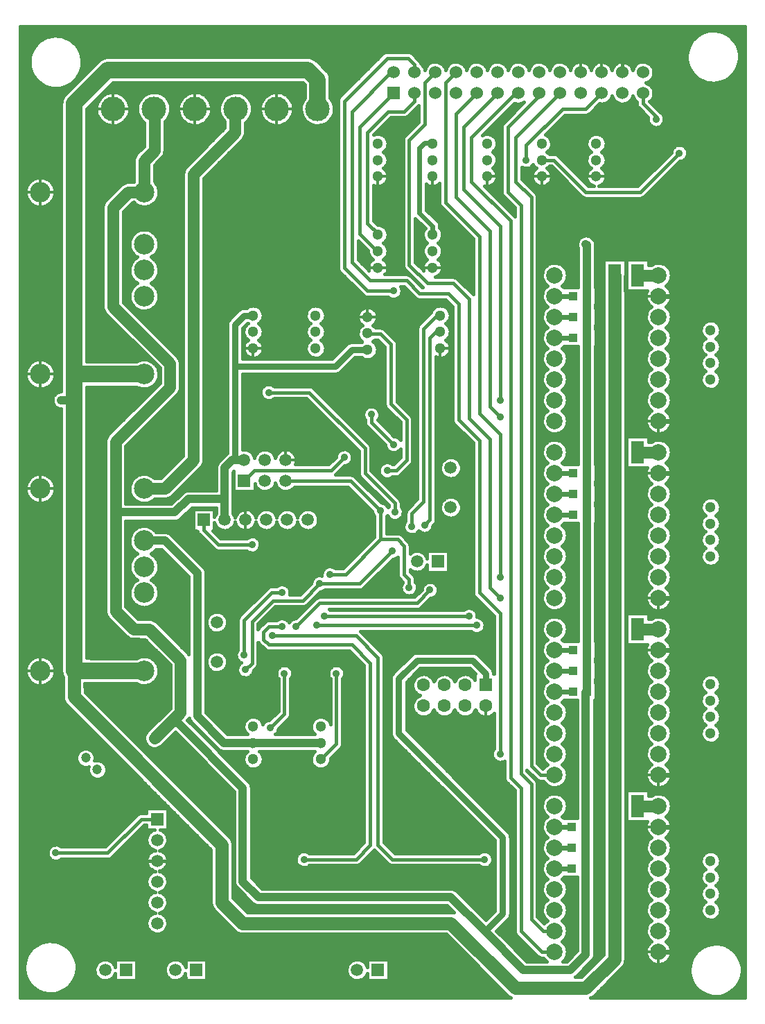
<source format=gbr>
G04 DipTrace Beta 2.3.5.2*
%INBottom.gbr*%
%MOMM*%
%ADD13C,0.6*%
%ADD14C,1.0*%
%ADD15C,1.4*%
%ADD16C,0.4*%
%ADD17C,2.0*%
%ADD18C,1.6*%
%ADD19C,0.8*%
%ADD20C,0.33*%
%ADD26R,1.1X1.0*%
%ADD27R,1.6X2.7*%
%ADD33C,1.3*%
%ADD38R,1.5X1.5*%
%ADD39C,1.5*%
%ADD44C,1.2*%
%ADD45C,1.524*%
%ADD46R,1.524X1.524*%
%ADD56C,2.5*%
%ADD57C,3.0*%
%ADD60R,1.6X1.6*%
%ADD61C,0.914*%
%FSLAX53Y53*%
G04*
G71*
G90*
G75*
G01*
%LNBottom*%
%LPD*%
X15875Y62870D2*
D15*
X18420D1*
X21907Y66358D1*
Y101282D1*
X26988Y106362D1*
Y109142D1*
X27065Y109220D1*
X37465Y31845D2*
D14*
X29210D1*
X25623D1*
X22384Y35084D1*
Y52546D1*
X18415Y56515D1*
X15880D1*
X15875Y56520D1*
X37065Y109220D2*
D17*
Y112795D1*
X35877Y113983D1*
X11430D1*
X7302Y109855D1*
Y76835D1*
X15875D1*
X7302D2*
Y73660D1*
Y40640D1*
X15875D1*
X5715Y73660D2*
D14*
X7302D1*
Y40640D2*
D18*
Y37470D1*
X25400Y19372D1*
Y12383D1*
X27940Y9843D1*
X40308D1*
X41581D1*
X53340D1*
X61278Y1905D1*
X63500D1*
X69850D1*
X73343Y5398D1*
Y24130D1*
Y45720D1*
Y67310D1*
Y88900D1*
X40308Y9840D2*
D16*
Y9843D1*
X15875Y99065D2*
D15*
Y102870D1*
X17145Y104140D1*
Y109140D1*
X17065Y109220D1*
X69850Y16510D2*
D14*
Y19050D1*
Y21590D1*
Y37988D1*
X69962Y38100D1*
Y40640D1*
Y43180D1*
Y59690D1*
Y62230D1*
Y64770D1*
Y81280D1*
Y83820D1*
Y86360D1*
X69850Y14605D2*
Y16510D1*
X51117Y93853D2*
D13*
Y94933D1*
X49530Y96520D1*
Y104457D1*
X50165Y105093D1*
X51245D1*
X51117Y104965D1*
X69962Y86360D2*
D14*
Y92598D1*
X69850Y92710D1*
X15875Y99065D2*
D15*
X13975D1*
X12065Y97155D1*
Y85090D1*
X19050Y78105D1*
Y75248D1*
X12383Y68580D1*
Y59968D1*
Y47942D1*
X14605Y45720D1*
X16510D1*
X20320Y41910D1*
Y35560D1*
X18850Y34090D1*
X17145Y32385D1*
X18850Y34090D2*
D14*
Y34290D1*
X20003D1*
X27940Y26353D1*
Y14922D1*
X29845Y13018D1*
X53340D1*
X57526Y8831D1*
X62230Y4128D1*
X67945D1*
X69850Y6032D1*
Y14605D1*
X12383Y59968D2*
X19646D1*
X21273Y61595D1*
X25718D1*
Y59055D1*
Y61595D2*
Y65406D1*
X26669Y66357D1*
X28099D1*
D19*
X26988D1*
Y77788D1*
Y82868D1*
X28099Y83979D1*
X29210D1*
X29369Y84138D1*
X29082D1*
X29210Y84010D1*
X43180Y79820D2*
X41244D1*
X39211Y77788D1*
X26988D1*
X57626Y38894D2*
Y40322D1*
X56039Y41910D1*
X49212D1*
X46990Y39688D1*
Y33020D1*
X59690Y20320D1*
Y10995D1*
X57526Y8831D1*
X78740Y86360D2*
D13*
X82233D1*
Y71120D1*
Y64770D1*
Y49530D1*
Y43180D1*
Y27940D1*
Y21590D1*
Y8255D1*
X80328Y6350D1*
X78740D1*
Y21590D2*
X82233D1*
X78740Y27940D2*
X82233D1*
X78740Y43180D2*
X82233D1*
X78740Y49530D2*
X82233D1*
X78740Y64770D2*
X82233D1*
X78740Y71120D2*
X82233D1*
X74612Y107950D2*
D16*
X76200Y106362D1*
X80645D1*
X81597Y107315D1*
Y110808D1*
Y114300D1*
X79375Y116522D1*
X74295D1*
Y113665D1*
X17463Y17463D2*
X13336D1*
X12383Y16510D1*
Y13335D1*
X13336Y17463D2*
X12224Y16351D1*
X4128D1*
X2857Y17621D1*
Y32385D1*
X3492Y33020D1*
X17463Y17463D2*
X22225D1*
X82233Y86360D2*
Y95567D1*
X86043Y99377D1*
Y108267D1*
X83502Y110808D1*
X81597D1*
X34452Y46042D2*
X37310Y48900D1*
X49218D1*
X50805Y50488D1*
X78740Y88900D2*
D15*
X78422D1*
X76142D1*
X66040Y81280D2*
D13*
X68263D1*
X66040Y83820D2*
X68263D1*
X66040Y86360D2*
X68263D1*
X78740Y45720D2*
D15*
X76142D1*
X78740Y24130D2*
X76142D1*
X66040Y16510D2*
D13*
X68150D1*
X66040Y19050D2*
X68150D1*
X66040Y21590D2*
X68150D1*
X66040Y38100D2*
X68263D1*
X66040Y40640D2*
X68263D1*
X66040Y43180D2*
X68263D1*
X66040Y59690D2*
X68263D1*
X66040Y62230D2*
X68263D1*
X66040Y64770D2*
X68263D1*
X23178Y59055D2*
D16*
Y57785D1*
X24924Y56039D1*
X29051D1*
X38576Y52387D2*
X40481D1*
X44768Y56674D1*
Y60166D1*
X48255Y50795D2*
Y51758D1*
X47625Y52387D1*
Y55880D1*
X46831Y56674D1*
X44768D1*
X33179Y63817D2*
X41117D1*
X44768Y60166D1*
X78740Y67310D2*
D15*
X76142D1*
X28099Y63817D2*
D16*
X29369Y65087D1*
X38735D1*
X40322Y66675D1*
X31115Y74612D2*
X36036D1*
X42863Y67786D1*
Y64770D1*
X46514Y61119D1*
Y60008D1*
X52070Y84010D2*
X51625D1*
X50006Y82391D1*
Y61278D1*
X48578Y59849D1*
Y58261D1*
X52070Y82010D2*
X51530D1*
X50800Y81280D1*
Y59055D1*
X50165Y58420D1*
X43180Y81820D2*
X42926D1*
X42863Y81756D1*
X44768D1*
X46038Y80486D1*
Y73184D1*
X47942Y71279D1*
Y66358D1*
X46672Y65087D1*
X45561D1*
X32703Y46038D2*
X31115D1*
X30480Y45403D1*
Y44450D1*
X31115Y43815D1*
X41275D1*
X43498Y41593D1*
Y19368D1*
X41751Y17621D1*
X35401D1*
X31535Y44926D2*
X41751D1*
X44450Y42227D1*
Y19368D1*
X46196Y17621D1*
X57468D1*
X64453Y102965D2*
X65945D1*
X69850Y99060D1*
X76517D1*
X81280Y103822D1*
X43656Y71914D2*
Y70961D1*
X46355Y68263D1*
X33020Y40322D2*
Y35401D1*
X31274Y33655D1*
X39370Y40322D2*
Y31750D1*
X37465Y29845D1*
X37935Y47308D2*
X55562D1*
X36989Y46196D2*
X56515D1*
X5080Y18415D2*
X11430D1*
X15558Y22543D1*
X17463D1*
X59055Y111125D2*
X54928Y106998D1*
Y99377D1*
X59373Y94933D1*
Y73660D1*
X64135Y111125D2*
Y110808D1*
X60325Y106998D1*
Y99060D1*
X61913Y97473D1*
Y28099D1*
X63183Y26829D1*
Y10319D1*
X64611Y8890D1*
X66040D1*
X56515Y111125D2*
X53975Y108585D1*
Y98425D1*
X58102Y94297D1*
Y72866D1*
X59373Y71596D1*
X61595Y111125D2*
X61278D1*
X55880Y105728D1*
Y100330D1*
X60643Y95567D1*
Y27623D1*
X61913Y26353D1*
Y8890D1*
X64453Y6350D1*
X66040D1*
X46355Y113665D2*
X46038D1*
X41275Y108902D1*
Y90487D1*
X43498Y88265D1*
X47942D1*
X49530Y86678D1*
X53023D1*
X54292Y85407D1*
Y71279D1*
X56833Y68739D1*
Y50165D1*
X59373Y47625D1*
Y30480D1*
X53975Y113665D2*
X52705Y112395D1*
Y97790D1*
X56833Y93663D1*
Y72073D1*
X59373Y69532D1*
Y52070D1*
X66675Y111125D2*
X61278Y105728D1*
Y100330D1*
X63183Y98425D1*
Y29051D1*
X64294Y27940D1*
X66040D1*
X51435Y113665D2*
X50165Y112395D1*
Y107315D1*
X48260Y105410D1*
Y90170D1*
X50482Y87947D1*
X53657D1*
X55562Y86043D1*
Y71438D1*
X58102Y68897D1*
Y50800D1*
X59373Y49530D1*
X44450Y93853D2*
X44578D1*
X43180Y95250D1*
Y106362D1*
X45720Y108902D1*
X47625D1*
X48895Y110172D1*
Y111125D1*
X44450Y91853D2*
X44355D1*
X42227Y93980D1*
Y106998D1*
X46355Y111125D1*
X48895Y113665D2*
Y114618D1*
X48101Y115411D1*
X45561D1*
X40322Y110172D1*
Y89853D1*
X43180Y86995D1*
X46355D1*
X62547Y102965D2*
Y104775D1*
X66992Y109220D1*
X69850D1*
X71755Y111125D1*
X78422Y107950D2*
Y108267D1*
X76835Y109855D1*
Y111125D1*
X37306Y51276D2*
X42227D1*
X46196Y55245D1*
X37306Y51276D2*
X35242Y49212D1*
X31591D1*
X29051Y46672D1*
Y41593D1*
X28258Y40799D1*
X32703Y50193D2*
X31461D1*
X28099Y46831D1*
Y42545D1*
D61*
X5715Y73660D3*
X41581Y9843D3*
X40308Y9840D3*
X61278Y1905D3*
X63500D3*
X69850Y14605D3*
Y92710D3*
X17145Y32385D3*
X69850Y14605D3*
X74612Y107950D3*
X12383Y13335D3*
X3492Y33020D3*
X22225Y17463D3*
X34452Y46042D3*
X50805Y50488D3*
X29051Y56039D3*
X38576Y52387D3*
X44768Y60166D3*
X48255Y50795D3*
X40322Y66675D3*
X31115Y74612D3*
X46514Y60008D3*
X48578Y58261D3*
X50165Y58420D3*
X45561Y65087D3*
X32703Y46038D3*
X35401Y17621D3*
X31535Y44926D3*
X57468Y17621D3*
X81280Y103822D3*
X43656Y71914D3*
X46355Y68263D3*
X33020Y40322D3*
X31274Y33655D3*
X39370Y40322D3*
X37935Y47308D3*
X55562D3*
X36989Y46196D3*
X56515D3*
X5080Y18415D3*
X59373Y73660D3*
Y71596D3*
Y30480D3*
Y52070D3*
Y49530D3*
X46355Y86995D3*
X62547Y102965D3*
X78422Y107950D3*
X37306Y51276D3*
X46196Y55245D3*
X28258Y40799D3*
X37306Y51276D3*
X32703Y50193D3*
X28099Y42545D3*
X28258Y36989D3*
X31433Y51911D3*
X76041Y93504D3*
X78422Y95885D3*
X67945Y26035D3*
X68263Y13018D3*
Y8096D3*
X68104Y31909D3*
X740Y118903D2*
D16*
X89263D1*
X740Y118507D2*
X84088D1*
X86724D2*
X89263D1*
X740Y118110D2*
X4619D1*
X5543D2*
X83413D1*
X87399D2*
X89263D1*
X740Y117713D2*
X3444D1*
X6712D2*
X82988D1*
X87831D2*
X89263D1*
X740Y117317D2*
X2901D1*
X7262D2*
X82682D1*
X88131D2*
X89263D1*
X740Y116920D2*
X2526D1*
X7637D2*
X82463D1*
X88349D2*
X89263D1*
X740Y116523D2*
X2257D1*
X7899D2*
X82307D1*
X88506D2*
X89263D1*
X740Y116127D2*
X2069D1*
X8093D2*
X45313D1*
X48349D2*
X82213D1*
X88599D2*
X89263D1*
X740Y115730D2*
X1938D1*
X8224D2*
X44788D1*
X48874D2*
X82169D1*
X88649D2*
X89263D1*
X740Y115333D2*
X1863D1*
X8299D2*
X10638D1*
X36668D2*
X44388D1*
X49274D2*
X82176D1*
X88643D2*
X89263D1*
X740Y114937D2*
X1838D1*
X8324D2*
X10157D1*
X37149D2*
X43994D1*
X49612D2*
X51088D1*
X51781D2*
X53632D1*
X54318D2*
X56169D1*
X56862D2*
X58713D1*
X59399D2*
X61251D1*
X61937D2*
X63788D1*
X64481D2*
X66332D1*
X67018D2*
X68869D1*
X69562D2*
X71413D1*
X72099D2*
X73951D1*
X74637D2*
X76488D1*
X77181D2*
X82226D1*
X88587D2*
X89263D1*
X740Y114540D2*
X1863D1*
X8299D2*
X9763D1*
X37543D2*
X43594D1*
X49906D2*
X50426D1*
X52449D2*
X52963D1*
X54987D2*
X55501D1*
X57524D2*
X58044D1*
X60068D2*
X60582D1*
X62606D2*
X63126D1*
X65149D2*
X65663D1*
X67687D2*
X68201D1*
X70224D2*
X70744D1*
X72768D2*
X73282D1*
X75306D2*
X75826D1*
X77849D2*
X82332D1*
X88481D2*
X89263D1*
X740Y114143D2*
X1938D1*
X8224D2*
X9363D1*
X37943D2*
X43201D1*
X78093D2*
X82501D1*
X88318D2*
X89263D1*
X740Y113747D2*
X2063D1*
X8093D2*
X8969D1*
X38324D2*
X42801D1*
X78181D2*
X82732D1*
X88081D2*
X89263D1*
X740Y113350D2*
X2257D1*
X7906D2*
X8569D1*
X38549D2*
X42407D1*
X78143D2*
X83057D1*
X87756D2*
X89263D1*
X740Y112953D2*
X2526D1*
X7637D2*
X8176D1*
X38643D2*
X42007D1*
X77974D2*
X83519D1*
X87293D2*
X89263D1*
X740Y112557D2*
X2894D1*
X7268D2*
X7776D1*
X38649D2*
X41613D1*
X77568D2*
X84282D1*
X86531D2*
X89263D1*
X740Y112160D2*
X3438D1*
X6718D2*
X7382D1*
X11831D2*
X35476D1*
X38649D2*
X41213D1*
X77674D2*
X89263D1*
X740Y111763D2*
X4594D1*
X5568D2*
X6982D1*
X11437D2*
X35482D1*
X38649D2*
X40819D1*
X78018D2*
X89263D1*
X740Y111367D2*
X6588D1*
X11043D2*
X35482D1*
X38649D2*
X40419D1*
X78162D2*
X89263D1*
X740Y110970D2*
X6194D1*
X10643D2*
X10963D1*
X13162D2*
X15963D1*
X18162D2*
X20963D1*
X23162D2*
X25963D1*
X28162D2*
X30963D1*
X33162D2*
X35482D1*
X38649D2*
X40026D1*
X78174D2*
X89263D1*
X740Y110573D2*
X5894D1*
X10249D2*
X10488D1*
X13637D2*
X15488D1*
X18637D2*
X20488D1*
X23637D2*
X25488D1*
X28637D2*
X30488D1*
X33637D2*
X35482D1*
X38649D2*
X39651D1*
X78062D2*
X89263D1*
X740Y110177D2*
X5751D1*
X9849D2*
X10219D1*
X13912D2*
X15219D1*
X18912D2*
X20219D1*
X23912D2*
X25219D1*
X28912D2*
X30219D1*
X33912D2*
X35219D1*
X38912D2*
X39538D1*
X72693D2*
X73357D1*
X75237D2*
X75894D1*
X77774D2*
X89263D1*
X740Y109780D2*
X5719D1*
X9456D2*
X10057D1*
X14074D2*
X15057D1*
X19074D2*
X20057D1*
X24074D2*
X25057D1*
X29074D2*
X30057D1*
X34074D2*
X35057D1*
X39074D2*
X39538D1*
X61024D2*
X62013D1*
X71506D2*
X76051D1*
X78006D2*
X89263D1*
X740Y109383D2*
X5719D1*
X9056D2*
X9988D1*
X14143D2*
X14988D1*
X19143D2*
X19988D1*
X24143D2*
X24988D1*
X29143D2*
X29988D1*
X34143D2*
X34988D1*
X39143D2*
X39538D1*
X60631D2*
X61619D1*
X71106D2*
X76219D1*
X78399D2*
X89263D1*
X740Y108987D2*
X5719D1*
X8887D2*
X9994D1*
X14137D2*
X14994D1*
X19137D2*
X19994D1*
X24137D2*
X24994D1*
X29137D2*
X29994D1*
X34137D2*
X34994D1*
X39137D2*
X39538D1*
X48806D2*
X49382D1*
X60231D2*
X61219D1*
X70712D2*
X76607D1*
X78799D2*
X89263D1*
X740Y108590D2*
X5719D1*
X8887D2*
X10082D1*
X14049D2*
X15082D1*
X19049D2*
X20082D1*
X24049D2*
X25082D1*
X29049D2*
X30082D1*
X34049D2*
X35082D1*
X39049D2*
X39538D1*
X48406D2*
X49382D1*
X59837D2*
X60826D1*
X70287D2*
X77007D1*
X79237D2*
X89263D1*
X740Y108193D2*
X5719D1*
X8887D2*
X10257D1*
X13874D2*
X15257D1*
X18874D2*
X20257D1*
X23874D2*
X25257D1*
X28874D2*
X30257D1*
X33874D2*
X35257D1*
X38874D2*
X39538D1*
X47893D2*
X49382D1*
X59443D2*
X60426D1*
X67062D2*
X77401D1*
X79437D2*
X89263D1*
X740Y107797D2*
X5719D1*
X8887D2*
X10557D1*
X13574D2*
X15557D1*
X18574D2*
X20557D1*
X23574D2*
X25557D1*
X28574D2*
X30557D1*
X33574D2*
X35557D1*
X38574D2*
X39538D1*
X45706D2*
X49382D1*
X59043D2*
X60032D1*
X66662D2*
X77394D1*
X79456D2*
X89263D1*
X740Y107400D2*
X5719D1*
X8887D2*
X11088D1*
X13037D2*
X15857D1*
X18431D2*
X21088D1*
X23037D2*
X25701D1*
X28274D2*
X31088D1*
X33037D2*
X36088D1*
X38037D2*
X39538D1*
X45312D2*
X49157D1*
X58649D2*
X59657D1*
X66268D2*
X77544D1*
X79299D2*
X89263D1*
X740Y107003D2*
X5719D1*
X8887D2*
X15857D1*
X18431D2*
X25701D1*
X28274D2*
X39538D1*
X44918D2*
X48757D1*
X58249D2*
X59538D1*
X65868D2*
X78051D1*
X78793D2*
X89263D1*
X740Y106607D2*
X5719D1*
X8887D2*
X15857D1*
X18431D2*
X25432D1*
X28274D2*
X39538D1*
X44518D2*
X48363D1*
X57856D2*
X59538D1*
X65474D2*
X89263D1*
X740Y106210D2*
X5719D1*
X8887D2*
X15857D1*
X18431D2*
X25032D1*
X28262D2*
X39538D1*
X44124D2*
X47963D1*
X57456D2*
X59538D1*
X65074D2*
X89263D1*
X740Y105813D2*
X5719D1*
X8887D2*
X15857D1*
X18431D2*
X24638D1*
X28143D2*
X39538D1*
X45331D2*
X47594D1*
X58668D2*
X59538D1*
X65337D2*
X70238D1*
X72006D2*
X89263D1*
X740Y105417D2*
X5719D1*
X8887D2*
X15857D1*
X18431D2*
X24238D1*
X27843D2*
X39538D1*
X45599D2*
X47476D1*
X58931D2*
X59538D1*
X65599D2*
X69976D1*
X72268D2*
X89263D1*
X740Y105020D2*
X5719D1*
X8887D2*
X15857D1*
X18431D2*
X23844D1*
X27449D2*
X39538D1*
X45687D2*
X47476D1*
X59018D2*
X59538D1*
X65687D2*
X69888D1*
X72356D2*
X89263D1*
X740Y104623D2*
X5719D1*
X8887D2*
X15826D1*
X18431D2*
X23444D1*
X27049D2*
X39538D1*
X45637D2*
X47476D1*
X58968D2*
X59538D1*
X65637D2*
X69932D1*
X72306D2*
X80638D1*
X81924D2*
X89263D1*
X740Y104227D2*
X5719D1*
X8887D2*
X15432D1*
X18431D2*
X23051D1*
X26656D2*
X39538D1*
X45431D2*
X47476D1*
X58768D2*
X59538D1*
X65431D2*
X70138D1*
X72099D2*
X80319D1*
X82237D2*
X89263D1*
X740Y103830D2*
X5719D1*
X8887D2*
X15032D1*
X18393D2*
X22651D1*
X26256D2*
X39538D1*
X45318D2*
X47476D1*
X58649D2*
X59538D1*
X65318D2*
X70257D1*
X71987D2*
X80194D1*
X82324D2*
X89263D1*
X740Y103433D2*
X5719D1*
X8887D2*
X14726D1*
X18212D2*
X22257D1*
X25862D2*
X39538D1*
X45593D2*
X47476D1*
X58924D2*
X59538D1*
X66568D2*
X69982D1*
X72262D2*
X79794D1*
X82243D2*
X89263D1*
X740Y103037D2*
X5719D1*
X8887D2*
X14601D1*
X17843D2*
X21863D1*
X25462D2*
X39538D1*
X45681D2*
X47476D1*
X59018D2*
X59538D1*
X66968D2*
X69888D1*
X72356D2*
X79401D1*
X81943D2*
X89263D1*
X740Y102640D2*
X5719D1*
X8887D2*
X14588D1*
X17449D2*
X21463D1*
X25068D2*
X39538D1*
X45643D2*
X47476D1*
X58974D2*
X59538D1*
X67362D2*
X69932D1*
X72312D2*
X79001D1*
X81193D2*
X89263D1*
X740Y102243D2*
X5719D1*
X8887D2*
X14588D1*
X17162D2*
X21069D1*
X24668D2*
X39538D1*
X45443D2*
X47476D1*
X58781D2*
X59538D1*
X67762D2*
X70126D1*
X72112D2*
X78607D1*
X80793D2*
X89263D1*
X740Y101847D2*
X5719D1*
X8887D2*
X14588D1*
X17162D2*
X20757D1*
X24274D2*
X39538D1*
X45299D2*
X47476D1*
X58631D2*
X59538D1*
X62062D2*
X63607D1*
X65299D2*
X65969D1*
X68156D2*
X70269D1*
X71968D2*
X78207D1*
X80399D2*
X89263D1*
X740Y101450D2*
X5719D1*
X8887D2*
X14588D1*
X17162D2*
X20632D1*
X23874D2*
X39538D1*
X45581D2*
X47476D1*
X58918D2*
X59538D1*
X62062D2*
X63319D1*
X65587D2*
X66363D1*
X68556D2*
X69988D1*
X72256D2*
X77813D1*
X79999D2*
X89263D1*
X740Y101053D2*
X5719D1*
X8887D2*
X14588D1*
X17162D2*
X20619D1*
X23481D2*
X39538D1*
X45681D2*
X47476D1*
X59018D2*
X59538D1*
X62062D2*
X63219D1*
X65687D2*
X66763D1*
X68949D2*
X69888D1*
X72349D2*
X77419D1*
X79606D2*
X89263D1*
X740Y100657D2*
X2301D1*
X4049D2*
X5719D1*
X8887D2*
X14588D1*
X17162D2*
X20619D1*
X23193D2*
X39538D1*
X45643D2*
X47476D1*
X58981D2*
X59538D1*
X62062D2*
X63257D1*
X65649D2*
X67157D1*
X69349D2*
X69926D1*
X72318D2*
X77019D1*
X79206D2*
X89263D1*
X740Y100260D2*
X1794D1*
X4556D2*
X5719D1*
X8887D2*
X13582D1*
X17256D2*
X20619D1*
X23193D2*
X39538D1*
X45456D2*
X47476D1*
X58793D2*
X59538D1*
X62443D2*
X63444D1*
X65456D2*
X67557D1*
X69743D2*
X70113D1*
X72124D2*
X76626D1*
X78812D2*
X89263D1*
X740Y99863D2*
X1526D1*
X4824D2*
X5719D1*
X8887D2*
X12969D1*
X17524D2*
X20619D1*
X23193D2*
X39538D1*
X44956D2*
X47476D1*
X51624D2*
X51919D1*
X58287D2*
X59538D1*
X62837D2*
X63951D1*
X64956D2*
X67951D1*
X70143D2*
X70613D1*
X71624D2*
X76226D1*
X78418D2*
X89263D1*
X740Y99467D2*
X1382D1*
X4968D2*
X5719D1*
X8887D2*
X12576D1*
X17668D2*
X20619D1*
X23193D2*
X39538D1*
X43968D2*
X47476D1*
X50418D2*
X51919D1*
X57837D2*
X59538D1*
X63237D2*
X68351D1*
X78018D2*
X89263D1*
X740Y99070D2*
X1338D1*
X5012D2*
X5719D1*
X8887D2*
X12176D1*
X17712D2*
X20619D1*
X23193D2*
X39538D1*
X43968D2*
X47476D1*
X50418D2*
X51919D1*
X58237D2*
X59538D1*
X63631D2*
X68744D1*
X77624D2*
X89263D1*
X740Y98673D2*
X1382D1*
X4968D2*
X5719D1*
X8887D2*
X11782D1*
X17668D2*
X20619D1*
X23193D2*
X39538D1*
X43968D2*
X47476D1*
X50418D2*
X51919D1*
X58631D2*
X59644D1*
X63924D2*
X69144D1*
X77224D2*
X89263D1*
X740Y98277D2*
X1519D1*
X4831D2*
X5719D1*
X8887D2*
X11388D1*
X17531D2*
X20619D1*
X23193D2*
X39538D1*
X43968D2*
X47476D1*
X50418D2*
X51919D1*
X59031D2*
X60013D1*
X63968D2*
X89263D1*
X740Y97880D2*
X1788D1*
X4562D2*
X5719D1*
X8887D2*
X11013D1*
X17262D2*
X20619D1*
X23193D2*
X39538D1*
X43968D2*
X47476D1*
X50418D2*
X51919D1*
X59424D2*
X60413D1*
X63968D2*
X89263D1*
X740Y97483D2*
X2282D1*
X4068D2*
X5719D1*
X8887D2*
X10826D1*
X14193D2*
X14982D1*
X16768D2*
X20619D1*
X23193D2*
X39538D1*
X43968D2*
X47476D1*
X50418D2*
X51988D1*
X59818D2*
X60807D1*
X63968D2*
X89263D1*
X740Y97087D2*
X5719D1*
X8887D2*
X10782D1*
X13799D2*
X20619D1*
X23193D2*
X39538D1*
X43968D2*
X47476D1*
X50418D2*
X52313D1*
X60218D2*
X61126D1*
X63968D2*
X89263D1*
X740Y96690D2*
X5719D1*
X8887D2*
X10782D1*
X13399D2*
X20619D1*
X23193D2*
X39538D1*
X43968D2*
X47476D1*
X50593D2*
X52713D1*
X60612D2*
X61126D1*
X63968D2*
X89263D1*
X740Y96293D2*
X5719D1*
X8887D2*
X10782D1*
X13349D2*
X20619D1*
X23193D2*
X39538D1*
X43968D2*
X47476D1*
X50993D2*
X53107D1*
X63968D2*
X89263D1*
X740Y95897D2*
X5719D1*
X8887D2*
X10782D1*
X13349D2*
X20619D1*
X23193D2*
X39538D1*
X43968D2*
X47476D1*
X51387D2*
X53507D1*
X63968D2*
X89263D1*
X740Y95500D2*
X5719D1*
X8887D2*
X10782D1*
X13349D2*
X20619D1*
X23193D2*
X39538D1*
X44024D2*
X47476D1*
X49043D2*
X49313D1*
X51787D2*
X53901D1*
X63968D2*
X89263D1*
X740Y95103D2*
X5719D1*
X8887D2*
X10782D1*
X13349D2*
X20619D1*
X23193D2*
X39538D1*
X44418D2*
X47476D1*
X49043D2*
X49713D1*
X51987D2*
X54294D1*
X63968D2*
X89263D1*
X740Y94707D2*
X5719D1*
X8887D2*
X10782D1*
X13349D2*
X20619D1*
X23193D2*
X39538D1*
X45324D2*
X47476D1*
X49043D2*
X50107D1*
X52006D2*
X54694D1*
X63968D2*
X89263D1*
X740Y94310D2*
X5719D1*
X8887D2*
X10782D1*
X13349D2*
X15013D1*
X16737D2*
X20619D1*
X23193D2*
X39538D1*
X45593D2*
X47476D1*
X49043D2*
X49976D1*
X52262D2*
X55088D1*
X63968D2*
X89263D1*
X740Y93913D2*
X5719D1*
X8887D2*
X10782D1*
X13349D2*
X14501D1*
X17249D2*
X20619D1*
X23193D2*
X39538D1*
X45687D2*
X47476D1*
X49043D2*
X49882D1*
X52349D2*
X55488D1*
X63968D2*
X89263D1*
X740Y93517D2*
X5719D1*
X8887D2*
X10782D1*
X13349D2*
X14226D1*
X17524D2*
X20619D1*
X23193D2*
X39538D1*
X45637D2*
X47476D1*
X49043D2*
X49932D1*
X52306D2*
X55882D1*
X63968D2*
X69144D1*
X70556D2*
X89263D1*
X740Y93120D2*
X5719D1*
X8887D2*
X10782D1*
X13349D2*
X14088D1*
X17662D2*
X20619D1*
X23193D2*
X39538D1*
X45437D2*
X47476D1*
X49043D2*
X50132D1*
X52106D2*
X56044D1*
X63968D2*
X68851D1*
X70906D2*
X89263D1*
X740Y92723D2*
X5719D1*
X8887D2*
X10782D1*
X13349D2*
X14038D1*
X17712D2*
X20619D1*
X23193D2*
X39538D1*
X42062D2*
X42388D1*
X45312D2*
X47476D1*
X49043D2*
X50257D1*
X51974D2*
X56044D1*
X63968D2*
X68763D1*
X71043D2*
X89263D1*
X740Y92327D2*
X5719D1*
X8887D2*
X10782D1*
X13349D2*
X14082D1*
X17668D2*
X20619D1*
X23193D2*
X39538D1*
X42062D2*
X42788D1*
X45587D2*
X47476D1*
X49043D2*
X49982D1*
X52256D2*
X56044D1*
X63968D2*
X68838D1*
X71049D2*
X89263D1*
X740Y91930D2*
X5719D1*
X8887D2*
X10782D1*
X13349D2*
X14219D1*
X17531D2*
X20619D1*
X23193D2*
X39538D1*
X42062D2*
X43182D1*
X45681D2*
X47476D1*
X49043D2*
X49882D1*
X52349D2*
X56044D1*
X63968D2*
X68876D1*
X71049D2*
X89263D1*
X740Y91533D2*
X5719D1*
X8887D2*
X10782D1*
X13349D2*
X14482D1*
X17268D2*
X20619D1*
X23193D2*
X39538D1*
X42062D2*
X43257D1*
X45643D2*
X47476D1*
X49043D2*
X49926D1*
X52312D2*
X56044D1*
X63968D2*
X68876D1*
X71049D2*
X89263D1*
X740Y91137D2*
X5719D1*
X8887D2*
X10782D1*
X13349D2*
X14976D1*
X16774D2*
X20619D1*
X23193D2*
X39538D1*
X42062D2*
X43451D1*
X45449D2*
X47476D1*
X49043D2*
X50119D1*
X52118D2*
X56044D1*
X63968D2*
X68876D1*
X71049D2*
X89263D1*
X740Y90740D2*
X5719D1*
X8887D2*
X10782D1*
X13349D2*
X14501D1*
X17249D2*
X20619D1*
X23193D2*
X39538D1*
X42118D2*
X43607D1*
X45293D2*
X47476D1*
X49043D2*
X50276D1*
X51956D2*
X56044D1*
X63968D2*
X68876D1*
X71049D2*
X71957D1*
X77531D2*
X89263D1*
X740Y90343D2*
X5719D1*
X8887D2*
X10782D1*
X13349D2*
X14232D1*
X17518D2*
X20619D1*
X23193D2*
X39538D1*
X42512D2*
X43319D1*
X45581D2*
X47476D1*
X49181D2*
X49988D1*
X52249D2*
X56044D1*
X63968D2*
X65444D1*
X66631D2*
X68876D1*
X71049D2*
X71957D1*
X77531D2*
X78144D1*
X79331D2*
X89263D1*
X740Y89947D2*
X5719D1*
X8887D2*
X10782D1*
X13349D2*
X14088D1*
X17662D2*
X20619D1*
X23193D2*
X39538D1*
X42912D2*
X43219D1*
X45681D2*
X47507D1*
X49581D2*
X49888D1*
X52349D2*
X56044D1*
X63968D2*
X64863D1*
X67218D2*
X68876D1*
X71049D2*
X71957D1*
X79918D2*
X89263D1*
X740Y89550D2*
X5719D1*
X8887D2*
X10782D1*
X13349D2*
X14038D1*
X17712D2*
X20619D1*
X23193D2*
X39601D1*
X45649D2*
X47788D1*
X52312D2*
X56044D1*
X63968D2*
X64601D1*
X67481D2*
X68876D1*
X71049D2*
X71957D1*
X80181D2*
X89263D1*
X740Y89153D2*
X5719D1*
X8887D2*
X10782D1*
X13349D2*
X14082D1*
X17668D2*
X20619D1*
X23193D2*
X39926D1*
X45462D2*
X48182D1*
X52124D2*
X56044D1*
X63968D2*
X64476D1*
X67606D2*
X68876D1*
X71049D2*
X71957D1*
X80306D2*
X89263D1*
X740Y88757D2*
X5719D1*
X8887D2*
X10782D1*
X13349D2*
X14219D1*
X17531D2*
X20619D1*
X23193D2*
X40326D1*
X51637D2*
X56044D1*
X63968D2*
X64463D1*
X67618D2*
X68876D1*
X71049D2*
X71957D1*
X80318D2*
X89263D1*
X740Y88360D2*
X5719D1*
X8887D2*
X10782D1*
X13349D2*
X14476D1*
X17274D2*
X20619D1*
X23193D2*
X40719D1*
X54337D2*
X56044D1*
X63968D2*
X64551D1*
X67531D2*
X68876D1*
X71049D2*
X71957D1*
X80231D2*
X89263D1*
X740Y87963D2*
X5719D1*
X8887D2*
X10782D1*
X13349D2*
X14969D1*
X16781D2*
X20619D1*
X23193D2*
X41119D1*
X54737D2*
X56044D1*
X63968D2*
X64769D1*
X67312D2*
X68876D1*
X71049D2*
X71957D1*
X80012D2*
X89263D1*
X740Y87567D2*
X5719D1*
X8887D2*
X10782D1*
X13349D2*
X14507D1*
X17243D2*
X20619D1*
X23193D2*
X41513D1*
X55131D2*
X56044D1*
X63968D2*
X65032D1*
X67043D2*
X68876D1*
X71049D2*
X71957D1*
X79743D2*
X89263D1*
X740Y87170D2*
X5719D1*
X8887D2*
X10782D1*
X13349D2*
X14232D1*
X17518D2*
X20619D1*
X23193D2*
X41913D1*
X47381D2*
X47944D1*
X55531D2*
X56044D1*
X63968D2*
X64682D1*
X71099D2*
X71957D1*
X80099D2*
X89263D1*
X740Y86773D2*
X5719D1*
X8887D2*
X10782D1*
X13349D2*
X14088D1*
X17662D2*
X20619D1*
X23193D2*
X42307D1*
X47374D2*
X48338D1*
X63968D2*
X64513D1*
X71099D2*
X71957D1*
X74731D2*
X77213D1*
X80268D2*
X89263D1*
X740Y86377D2*
X5719D1*
X8887D2*
X10782D1*
X13349D2*
X14038D1*
X17712D2*
X20619D1*
X23193D2*
X42726D1*
X47187D2*
X48738D1*
X63968D2*
X64457D1*
X71099D2*
X71957D1*
X74731D2*
X77157D1*
X80324D2*
X89263D1*
X740Y85980D2*
X5719D1*
X8887D2*
X10782D1*
X13349D2*
X14082D1*
X17668D2*
X20619D1*
X23193D2*
X49226D1*
X63968D2*
X64501D1*
X71099D2*
X71957D1*
X74731D2*
X77201D1*
X80281D2*
X89263D1*
X740Y85583D2*
X5719D1*
X8887D2*
X10782D1*
X13374D2*
X14213D1*
X17537D2*
X20619D1*
X23193D2*
X53019D1*
X63968D2*
X64663D1*
X71099D2*
X71957D1*
X74731D2*
X77363D1*
X80118D2*
X89263D1*
X740Y85187D2*
X5719D1*
X8887D2*
X10782D1*
X13768D2*
X14469D1*
X17281D2*
X20619D1*
X23193D2*
X28957D1*
X29462D2*
X36576D1*
X37081D2*
X51819D1*
X52324D2*
X53419D1*
X63968D2*
X64994D1*
X71049D2*
X71957D1*
X74731D2*
X77694D1*
X79787D2*
X89263D1*
X740Y84790D2*
X5719D1*
X8887D2*
X10813D1*
X14168D2*
X14957D1*
X16793D2*
X20619D1*
X23193D2*
X27576D1*
X30156D2*
X35882D1*
X37774D2*
X42438D1*
X43918D2*
X51126D1*
X53018D2*
X53507D1*
X63968D2*
X64794D1*
X71099D2*
X71957D1*
X74731D2*
X77494D1*
X79981D2*
X89263D1*
X740Y84393D2*
X5719D1*
X8887D2*
X10994D1*
X14562D2*
X20619D1*
X23193D2*
X27138D1*
X30381D2*
X35657D1*
X38006D2*
X42088D1*
X44268D2*
X50894D1*
X53243D2*
X53507D1*
X63968D2*
X64563D1*
X71099D2*
X71957D1*
X74731D2*
X77263D1*
X80218D2*
X89263D1*
X740Y83997D2*
X5719D1*
X8887D2*
X11357D1*
X14962D2*
X20619D1*
X23193D2*
X26738D1*
X30443D2*
X35594D1*
X38068D2*
X41957D1*
X44406D2*
X50519D1*
X53306D2*
X53507D1*
X63968D2*
X64463D1*
X71099D2*
X71957D1*
X74731D2*
X77163D1*
X80318D2*
X89263D1*
X740Y83600D2*
X5719D1*
X8887D2*
X11751D1*
X15356D2*
X20619D1*
X23193D2*
X26344D1*
X30374D2*
X35669D1*
X37993D2*
X41963D1*
X44393D2*
X50119D1*
X53231D2*
X53507D1*
X63968D2*
X64469D1*
X71099D2*
X71957D1*
X74731D2*
X77169D1*
X80312D2*
X89263D1*
X740Y83203D2*
X5719D1*
X8887D2*
X12151D1*
X15756D2*
X20619D1*
X23193D2*
X26063D1*
X30131D2*
X35907D1*
X37756D2*
X42113D1*
X44243D2*
X49726D1*
X52993D2*
X53507D1*
X63968D2*
X64582D1*
X71099D2*
X71957D1*
X74731D2*
X77282D1*
X80199D2*
X84401D1*
X85781D2*
X89263D1*
X740Y82807D2*
X5719D1*
X8887D2*
X12544D1*
X16149D2*
X20619D1*
X23193D2*
X26001D1*
X30143D2*
X35901D1*
X37762D2*
X42463D1*
X43893D2*
X49344D1*
X52999D2*
X53507D1*
X63968D2*
X64832D1*
X71099D2*
X71957D1*
X74731D2*
X77532D1*
X79949D2*
X84019D1*
X86162D2*
X89263D1*
X740Y82410D2*
X5719D1*
X8887D2*
X12944D1*
X16549D2*
X20619D1*
X23193D2*
X26001D1*
X30374D2*
X35663D1*
X37999D2*
X42101D1*
X45168D2*
X49219D1*
X53237D2*
X53507D1*
X63968D2*
X64944D1*
X71049D2*
X71957D1*
X74731D2*
X77644D1*
X79837D2*
X83876D1*
X86306D2*
X89263D1*
X740Y82013D2*
X5719D1*
X8887D2*
X13338D1*
X16943D2*
X20619D1*
X23193D2*
X26001D1*
X30443D2*
X35594D1*
X38068D2*
X41963D1*
X45606D2*
X49219D1*
X53306D2*
X53507D1*
X63968D2*
X64638D1*
X71099D2*
X71957D1*
X74731D2*
X77338D1*
X80143D2*
X83869D1*
X86312D2*
X89263D1*
X740Y81617D2*
X5719D1*
X8887D2*
X13738D1*
X17337D2*
X20619D1*
X23193D2*
X26001D1*
X30381D2*
X35663D1*
X37999D2*
X41963D1*
X45999D2*
X49219D1*
X53237D2*
X53507D1*
X63968D2*
X64494D1*
X71099D2*
X71957D1*
X74731D2*
X77194D1*
X80287D2*
X84007D1*
X86174D2*
X89263D1*
X740Y81220D2*
X5719D1*
X8887D2*
X14132D1*
X17737D2*
X20619D1*
X23193D2*
X26001D1*
X27974D2*
X28269D1*
X30149D2*
X35894D1*
X37768D2*
X42107D1*
X46399D2*
X49219D1*
X53006D2*
X53507D1*
X63968D2*
X64457D1*
X71099D2*
X71957D1*
X74731D2*
X77157D1*
X80324D2*
X84363D1*
X85812D2*
X89263D1*
X740Y80823D2*
X5719D1*
X8887D2*
X14532D1*
X18131D2*
X20619D1*
X23193D2*
X26001D1*
X27974D2*
X28294D1*
X30124D2*
X35913D1*
X37749D2*
X42482D1*
X43881D2*
X44607D1*
X46743D2*
X49219D1*
X52987D2*
X53507D1*
X63968D2*
X64526D1*
X71099D2*
X71957D1*
X74731D2*
X77226D1*
X80256D2*
X84032D1*
X86149D2*
X89263D1*
X740Y80427D2*
X5719D1*
X8887D2*
X14926D1*
X18531D2*
X20619D1*
X23193D2*
X26001D1*
X30368D2*
X35669D1*
X37993D2*
X40476D1*
X44249D2*
X45001D1*
X46824D2*
X49219D1*
X53231D2*
X53507D1*
X63968D2*
X64713D1*
X71099D2*
X71957D1*
X74731D2*
X77413D1*
X80068D2*
X83876D1*
X86306D2*
X89263D1*
X740Y80030D2*
X5719D1*
X8887D2*
X15326D1*
X18924D2*
X20619D1*
X23193D2*
X26001D1*
X30443D2*
X35594D1*
X38068D2*
X40076D1*
X44399D2*
X45251D1*
X46824D2*
X49219D1*
X53306D2*
X53507D1*
X63968D2*
X65088D1*
X66987D2*
X68876D1*
X71049D2*
X71957D1*
X74731D2*
X77788D1*
X79687D2*
X83869D1*
X86312D2*
X89263D1*
X740Y79633D2*
X5719D1*
X8887D2*
X15719D1*
X19324D2*
X20619D1*
X23193D2*
X26001D1*
X30387D2*
X35657D1*
X38006D2*
X39682D1*
X44399D2*
X45251D1*
X46824D2*
X49219D1*
X53243D2*
X53507D1*
X63968D2*
X64738D1*
X67343D2*
X68876D1*
X71049D2*
X71957D1*
X74731D2*
X77438D1*
X80043D2*
X83994D1*
X86181D2*
X89263D1*
X740Y79237D2*
X5719D1*
X8887D2*
X16119D1*
X19718D2*
X20619D1*
X23193D2*
X26001D1*
X27974D2*
X28254D1*
X30162D2*
X35876D1*
X37781D2*
X39282D1*
X44262D2*
X45251D1*
X46824D2*
X49219D1*
X53024D2*
X53507D1*
X63968D2*
X64538D1*
X67543D2*
X68876D1*
X71049D2*
X71957D1*
X74731D2*
X77238D1*
X80243D2*
X84344D1*
X85837D2*
X89263D1*
X740Y78840D2*
X5719D1*
X8887D2*
X16513D1*
X20093D2*
X20619D1*
X23193D2*
X26001D1*
X27974D2*
X28926D1*
X29499D2*
X36544D1*
X37118D2*
X38888D1*
X41643D2*
X42457D1*
X43906D2*
X45251D1*
X46824D2*
X49219D1*
X51587D2*
X51788D1*
X52356D2*
X53507D1*
X63968D2*
X64457D1*
X67624D2*
X68876D1*
X71049D2*
X71957D1*
X74731D2*
X77157D1*
X80324D2*
X84038D1*
X86137D2*
X89263D1*
X740Y78443D2*
X2338D1*
X4012D2*
X5719D1*
X8887D2*
X15038D1*
X16712D2*
X16913D1*
X20287D2*
X20619D1*
X23193D2*
X26001D1*
X41243D2*
X45251D1*
X46824D2*
X49219D1*
X51587D2*
X53507D1*
X63968D2*
X64482D1*
X67599D2*
X68876D1*
X71049D2*
X71957D1*
X74731D2*
X77182D1*
X80299D2*
X83882D1*
X86299D2*
X89263D1*
X740Y78047D2*
X1807D1*
X4543D2*
X5719D1*
X20337D2*
X20619D1*
X23193D2*
X26001D1*
X40849D2*
X45251D1*
X46824D2*
X49219D1*
X51587D2*
X53507D1*
X63968D2*
X64619D1*
X67462D2*
X68876D1*
X71049D2*
X71957D1*
X74731D2*
X77319D1*
X80162D2*
X83863D1*
X86318D2*
X89263D1*
X740Y77650D2*
X1532D1*
X4818D2*
X5719D1*
X20337D2*
X20619D1*
X23193D2*
X26001D1*
X40449D2*
X45251D1*
X46824D2*
X49219D1*
X51587D2*
X53507D1*
X63968D2*
X64907D1*
X67174D2*
X68876D1*
X71049D2*
X71957D1*
X74731D2*
X77607D1*
X79874D2*
X83988D1*
X86193D2*
X89263D1*
X740Y77253D2*
X1388D1*
X4962D2*
X5719D1*
X20337D2*
X20619D1*
X23193D2*
X26001D1*
X40056D2*
X45251D1*
X46824D2*
X49219D1*
X51587D2*
X53507D1*
X63968D2*
X64869D1*
X67212D2*
X68876D1*
X71049D2*
X71957D1*
X74731D2*
X77569D1*
X79912D2*
X84319D1*
X85862D2*
X89263D1*
X740Y76857D2*
X1338D1*
X5012D2*
X5719D1*
X20337D2*
X20619D1*
X23193D2*
X26001D1*
X39418D2*
X45251D1*
X46824D2*
X49219D1*
X51587D2*
X53507D1*
X63968D2*
X64601D1*
X67481D2*
X68876D1*
X71049D2*
X71957D1*
X74731D2*
X77301D1*
X80181D2*
X84051D1*
X86131D2*
X89263D1*
X740Y76460D2*
X1382D1*
X4968D2*
X5719D1*
X20337D2*
X20619D1*
X23193D2*
X26001D1*
X27974D2*
X45251D1*
X46824D2*
X49219D1*
X51587D2*
X53507D1*
X63968D2*
X64476D1*
X67606D2*
X68876D1*
X71049D2*
X71957D1*
X74731D2*
X77176D1*
X80306D2*
X83882D1*
X86299D2*
X89263D1*
X740Y76063D2*
X1513D1*
X4837D2*
X5719D1*
X17537D2*
X17763D1*
X20337D2*
X20619D1*
X23193D2*
X26001D1*
X27974D2*
X45251D1*
X46824D2*
X49219D1*
X51587D2*
X53507D1*
X63968D2*
X64463D1*
X67618D2*
X68876D1*
X71049D2*
X71957D1*
X74731D2*
X77163D1*
X80318D2*
X83863D1*
X86318D2*
X89263D1*
X740Y75667D2*
X1769D1*
X4581D2*
X5719D1*
X17281D2*
X17669D1*
X20337D2*
X20619D1*
X23193D2*
X26001D1*
X27974D2*
X45251D1*
X46824D2*
X49219D1*
X51587D2*
X53507D1*
X63968D2*
X64551D1*
X67531D2*
X68876D1*
X71049D2*
X71957D1*
X74731D2*
X77251D1*
X80231D2*
X83982D1*
X86199D2*
X89263D1*
X740Y75270D2*
X2257D1*
X4093D2*
X5719D1*
X8887D2*
X14957D1*
X16793D2*
X17269D1*
X20337D2*
X20619D1*
X23193D2*
X26001D1*
X27974D2*
X30319D1*
X36431D2*
X45251D1*
X46824D2*
X49219D1*
X51587D2*
X53507D1*
X63968D2*
X64763D1*
X67312D2*
X68876D1*
X71049D2*
X71957D1*
X74731D2*
X77463D1*
X80012D2*
X84301D1*
X85881D2*
X89263D1*
X740Y74873D2*
X5719D1*
X8887D2*
X16876D1*
X20281D2*
X20619D1*
X23193D2*
X26001D1*
X27974D2*
X30107D1*
X36868D2*
X45251D1*
X46824D2*
X49219D1*
X51587D2*
X53507D1*
X63968D2*
X65044D1*
X67037D2*
X68876D1*
X71049D2*
X71957D1*
X74731D2*
X77744D1*
X79737D2*
X89263D1*
X740Y74477D2*
X5019D1*
X8887D2*
X16476D1*
X20068D2*
X20619D1*
X23193D2*
X26001D1*
X27974D2*
X30082D1*
X37268D2*
X45251D1*
X46824D2*
X49219D1*
X51587D2*
X53507D1*
X63968D2*
X64688D1*
X67393D2*
X68876D1*
X71049D2*
X71957D1*
X74731D2*
X77388D1*
X80093D2*
X89263D1*
X740Y74080D2*
X4719D1*
X8887D2*
X16082D1*
X19687D2*
X20619D1*
X23193D2*
X26001D1*
X27974D2*
X30226D1*
X37662D2*
X45251D1*
X46824D2*
X49219D1*
X51587D2*
X53507D1*
X63968D2*
X64513D1*
X67568D2*
X68876D1*
X71049D2*
X71957D1*
X74731D2*
X77213D1*
X80268D2*
X89263D1*
X740Y73683D2*
X4632D1*
X8887D2*
X15682D1*
X19287D2*
X20619D1*
X23193D2*
X26001D1*
X27974D2*
X30701D1*
X31531D2*
X35869D1*
X38062D2*
X45251D1*
X46824D2*
X49219D1*
X51587D2*
X53507D1*
X63968D2*
X64457D1*
X67624D2*
X68876D1*
X71049D2*
X71957D1*
X74731D2*
X77157D1*
X80324D2*
X89263D1*
X740Y73287D2*
X4701D1*
X8887D2*
X15288D1*
X18893D2*
X20619D1*
X23193D2*
X26001D1*
X27974D2*
X36269D1*
X38456D2*
X45251D1*
X47031D2*
X49219D1*
X51587D2*
X53507D1*
X63968D2*
X64501D1*
X67581D2*
X68876D1*
X71049D2*
X71957D1*
X74731D2*
X77201D1*
X80281D2*
X89263D1*
X740Y72890D2*
X4969D1*
X8887D2*
X14888D1*
X18493D2*
X20619D1*
X23193D2*
X26001D1*
X27974D2*
X36663D1*
X38856D2*
X43388D1*
X43924D2*
X45313D1*
X47424D2*
X49219D1*
X51587D2*
X53507D1*
X63968D2*
X64657D1*
X67418D2*
X68876D1*
X71049D2*
X71957D1*
X74731D2*
X77357D1*
X80118D2*
X89263D1*
X740Y72493D2*
X5719D1*
X8887D2*
X14494D1*
X18099D2*
X20619D1*
X23193D2*
X26001D1*
X27974D2*
X37063D1*
X39249D2*
X42801D1*
X44512D2*
X45632D1*
X47824D2*
X49219D1*
X51587D2*
X53507D1*
X63968D2*
X64988D1*
X67093D2*
X68876D1*
X71049D2*
X71957D1*
X74731D2*
X77688D1*
X79793D2*
X89263D1*
X740Y72097D2*
X5719D1*
X8887D2*
X14101D1*
X17699D2*
X20619D1*
X23193D2*
X26001D1*
X27974D2*
X37457D1*
X39649D2*
X42632D1*
X44681D2*
X46032D1*
X48218D2*
X49219D1*
X51587D2*
X53507D1*
X63968D2*
X64801D1*
X67281D2*
X68876D1*
X71049D2*
X71957D1*
X74731D2*
X77501D1*
X79981D2*
X89263D1*
X740Y71700D2*
X5719D1*
X8887D2*
X13701D1*
X17306D2*
X20619D1*
X23193D2*
X26001D1*
X27974D2*
X37857D1*
X40043D2*
X42638D1*
X44674D2*
X46426D1*
X48599D2*
X49219D1*
X51587D2*
X53507D1*
X63968D2*
X64569D1*
X67512D2*
X68876D1*
X71049D2*
X71957D1*
X74731D2*
X77269D1*
X80212D2*
X89263D1*
X740Y71303D2*
X5719D1*
X8887D2*
X13307D1*
X16906D2*
X20619D1*
X23193D2*
X26001D1*
X27974D2*
X38251D1*
X40437D2*
X42819D1*
X44493D2*
X46826D1*
X48731D2*
X49219D1*
X51587D2*
X53507D1*
X63968D2*
X64463D1*
X67612D2*
X68876D1*
X71049D2*
X71957D1*
X74731D2*
X77163D1*
X80312D2*
X89263D1*
X740Y70907D2*
X5719D1*
X8887D2*
X12907D1*
X16512D2*
X20619D1*
X23193D2*
X26001D1*
X27974D2*
X38651D1*
X40837D2*
X42876D1*
X44806D2*
X47157D1*
X48731D2*
X49219D1*
X51587D2*
X53607D1*
X63968D2*
X64469D1*
X67612D2*
X68876D1*
X71049D2*
X71957D1*
X74731D2*
X77169D1*
X80312D2*
X89263D1*
X740Y70510D2*
X5719D1*
X8887D2*
X12513D1*
X16112D2*
X20619D1*
X23193D2*
X26001D1*
X27974D2*
X39044D1*
X41231D2*
X43026D1*
X45199D2*
X47157D1*
X48731D2*
X49219D1*
X51587D2*
X53969D1*
X63968D2*
X64582D1*
X67499D2*
X68876D1*
X71049D2*
X71957D1*
X74731D2*
X77282D1*
X80199D2*
X89263D1*
X740Y70113D2*
X5719D1*
X8887D2*
X12113D1*
X15718D2*
X20619D1*
X23193D2*
X26001D1*
X27974D2*
X39438D1*
X41631D2*
X43407D1*
X45599D2*
X47157D1*
X48731D2*
X49219D1*
X51587D2*
X54363D1*
X63968D2*
X64826D1*
X67256D2*
X68876D1*
X71049D2*
X71957D1*
X74731D2*
X77526D1*
X79956D2*
X89263D1*
X740Y69717D2*
X5719D1*
X8887D2*
X11719D1*
X15318D2*
X20619D1*
X23193D2*
X26001D1*
X27974D2*
X39838D1*
X42024D2*
X43807D1*
X45993D2*
X47157D1*
X48731D2*
X49219D1*
X51587D2*
X54763D1*
X63968D2*
X65351D1*
X66731D2*
X68876D1*
X71049D2*
X71957D1*
X74731D2*
X78051D1*
X79431D2*
X89263D1*
X740Y69320D2*
X5719D1*
X8887D2*
X11338D1*
X14924D2*
X20619D1*
X23193D2*
X26001D1*
X27974D2*
X40232D1*
X42424D2*
X44201D1*
X46393D2*
X47157D1*
X48731D2*
X49219D1*
X51587D2*
X55157D1*
X63968D2*
X68876D1*
X71049D2*
X71957D1*
X74731D2*
X89263D1*
X740Y68923D2*
X5719D1*
X8887D2*
X11144D1*
X14524D2*
X20619D1*
X23193D2*
X26001D1*
X27974D2*
X40632D1*
X42818D2*
X44601D1*
X48731D2*
X49219D1*
X51587D2*
X55551D1*
X63968D2*
X68876D1*
X71049D2*
X71957D1*
X77531D2*
X89263D1*
X740Y68527D2*
X5719D1*
X8887D2*
X11094D1*
X14131D2*
X20619D1*
X23193D2*
X26001D1*
X27974D2*
X41026D1*
X43218D2*
X44994D1*
X48731D2*
X49219D1*
X51587D2*
X55951D1*
X63968D2*
X65044D1*
X67031D2*
X68876D1*
X71049D2*
X71957D1*
X79731D2*
X89263D1*
X740Y68130D2*
X5719D1*
X8887D2*
X11094D1*
X13737D2*
X20619D1*
X23193D2*
X26001D1*
X27974D2*
X41426D1*
X43562D2*
X45319D1*
X48731D2*
X49219D1*
X51587D2*
X56044D1*
X63968D2*
X64688D1*
X67393D2*
X68876D1*
X71049D2*
X71957D1*
X80093D2*
X89263D1*
X740Y67733D2*
X5719D1*
X8887D2*
X11094D1*
X13668D2*
X20619D1*
X23193D2*
X26001D1*
X27974D2*
X41819D1*
X43649D2*
X45463D1*
X48731D2*
X49219D1*
X51587D2*
X56044D1*
X63968D2*
X64513D1*
X67568D2*
X68876D1*
X71049D2*
X71957D1*
X80268D2*
X89263D1*
X740Y67337D2*
X5719D1*
X8887D2*
X11094D1*
X13668D2*
X20619D1*
X23193D2*
X26001D1*
X28987D2*
X29751D1*
X31524D2*
X32288D1*
X34068D2*
X39532D1*
X41118D2*
X42076D1*
X43649D2*
X45932D1*
X46781D2*
X47157D1*
X48731D2*
X49219D1*
X51587D2*
X56044D1*
X63968D2*
X64457D1*
X67624D2*
X68876D1*
X71049D2*
X71957D1*
X80324D2*
X89263D1*
X740Y66940D2*
X5719D1*
X8887D2*
X11094D1*
X13668D2*
X20619D1*
X23193D2*
X25732D1*
X34374D2*
X39313D1*
X41331D2*
X42076D1*
X43649D2*
X47157D1*
X48731D2*
X49219D1*
X51587D2*
X56044D1*
X63968D2*
X64501D1*
X67581D2*
X68876D1*
X71049D2*
X71957D1*
X80281D2*
X89263D1*
X740Y66543D2*
X5719D1*
X8887D2*
X11094D1*
X13668D2*
X20294D1*
X23193D2*
X25338D1*
X34499D2*
X39094D1*
X41356D2*
X42076D1*
X43649D2*
X47032D1*
X48731D2*
X49219D1*
X51587D2*
X52682D1*
X53999D2*
X56044D1*
X63968D2*
X64657D1*
X67424D2*
X68876D1*
X71049D2*
X71957D1*
X80124D2*
X89263D1*
X740Y66147D2*
X5719D1*
X8887D2*
X11094D1*
X13668D2*
X19894D1*
X23174D2*
X24938D1*
X34499D2*
X38701D1*
X41212D2*
X42076D1*
X43649D2*
X46638D1*
X48699D2*
X49219D1*
X51587D2*
X52238D1*
X54443D2*
X56044D1*
X63968D2*
X64982D1*
X67099D2*
X68876D1*
X71049D2*
X71957D1*
X79799D2*
X89263D1*
X740Y65750D2*
X5719D1*
X8887D2*
X11094D1*
X13668D2*
X19501D1*
X23037D2*
X24688D1*
X40749D2*
X42076D1*
X43649D2*
X44769D1*
X48431D2*
X49219D1*
X51587D2*
X52051D1*
X54631D2*
X56044D1*
X63968D2*
X64807D1*
X71099D2*
X71957D1*
X79974D2*
X89263D1*
X740Y65353D2*
X5719D1*
X8887D2*
X11094D1*
X13668D2*
X19101D1*
X22706D2*
X24632D1*
X40093D2*
X42076D1*
X43649D2*
X44557D1*
X48031D2*
X49219D1*
X51587D2*
X52007D1*
X54674D2*
X56044D1*
X63968D2*
X64569D1*
X71099D2*
X71957D1*
X74731D2*
X77269D1*
X80212D2*
X89263D1*
X740Y64957D2*
X5719D1*
X8887D2*
X11094D1*
X13668D2*
X18707D1*
X22306D2*
X24632D1*
X39699D2*
X42076D1*
X43768D2*
X44526D1*
X47637D2*
X49219D1*
X51587D2*
X52082D1*
X54593D2*
X56044D1*
X63968D2*
X64463D1*
X71099D2*
X71957D1*
X74731D2*
X77163D1*
X80312D2*
X89263D1*
X740Y64560D2*
X2526D1*
X3824D2*
X5719D1*
X8887D2*
X11094D1*
X13668D2*
X15226D1*
X16524D2*
X18307D1*
X21912D2*
X24632D1*
X41218D2*
X42107D1*
X44168D2*
X44669D1*
X47237D2*
X49219D1*
X51587D2*
X52319D1*
X54362D2*
X56044D1*
X63968D2*
X64469D1*
X71099D2*
X71957D1*
X74731D2*
X77169D1*
X80312D2*
X89263D1*
X740Y64163D2*
X1888D1*
X4462D2*
X5719D1*
X8887D2*
X11094D1*
X13668D2*
X14588D1*
X17162D2*
X17913D1*
X21512D2*
X24632D1*
X41862D2*
X42376D1*
X44562D2*
X45132D1*
X45993D2*
X49219D1*
X51587D2*
X52932D1*
X53749D2*
X56044D1*
X63968D2*
X64576D1*
X71099D2*
X71957D1*
X74731D2*
X77276D1*
X80199D2*
X89263D1*
X740Y63767D2*
X1582D1*
X4768D2*
X5719D1*
X8887D2*
X11094D1*
X13668D2*
X14282D1*
X21118D2*
X24632D1*
X42262D2*
X42769D1*
X44962D2*
X49219D1*
X51587D2*
X56044D1*
X63968D2*
X64826D1*
X71099D2*
X71957D1*
X74731D2*
X77526D1*
X79956D2*
X89263D1*
X740Y63370D2*
X1413D1*
X4937D2*
X5719D1*
X8887D2*
X11094D1*
X13668D2*
X14113D1*
X20724D2*
X24632D1*
X42656D2*
X43169D1*
X45356D2*
X49219D1*
X51587D2*
X56044D1*
X63968D2*
X64957D1*
X71049D2*
X71957D1*
X74731D2*
X77657D1*
X79824D2*
X89263D1*
X740Y62973D2*
X1344D1*
X5006D2*
X5719D1*
X8887D2*
X11094D1*
X13668D2*
X14044D1*
X20324D2*
X24632D1*
X31662D2*
X32157D1*
X34199D2*
X40863D1*
X43056D2*
X43563D1*
X45756D2*
X49219D1*
X51587D2*
X56044D1*
X63968D2*
X64644D1*
X71099D2*
X71957D1*
X74731D2*
X77344D1*
X80137D2*
X89263D1*
X740Y62577D2*
X1363D1*
X4987D2*
X5719D1*
X8887D2*
X11094D1*
X13668D2*
X14063D1*
X19931D2*
X20869D1*
X29437D2*
X30226D1*
X31056D2*
X32763D1*
X33593D2*
X41263D1*
X43449D2*
X43963D1*
X46149D2*
X49219D1*
X51587D2*
X56044D1*
X63968D2*
X64494D1*
X71099D2*
X71957D1*
X74731D2*
X77194D1*
X80287D2*
X89263D1*
X740Y62180D2*
X1476D1*
X4874D2*
X5719D1*
X8887D2*
X11094D1*
X13668D2*
X14176D1*
X19531D2*
X20338D1*
X26806D2*
X41657D1*
X43849D2*
X44357D1*
X46549D2*
X49219D1*
X51587D2*
X56044D1*
X63968D2*
X64457D1*
X71099D2*
X71957D1*
X74731D2*
X77157D1*
X80324D2*
X89263D1*
X740Y61783D2*
X1707D1*
X4643D2*
X5719D1*
X8887D2*
X11094D1*
X13668D2*
X14407D1*
X19068D2*
X19944D1*
X26806D2*
X42057D1*
X44243D2*
X44757D1*
X46943D2*
X49219D1*
X51587D2*
X52819D1*
X53856D2*
X56044D1*
X63968D2*
X64519D1*
X71099D2*
X71957D1*
X74731D2*
X77219D1*
X80262D2*
X84819D1*
X85362D2*
X89263D1*
X740Y61387D2*
X2126D1*
X4224D2*
X5719D1*
X8887D2*
X11094D1*
X13668D2*
X14826D1*
X16924D2*
X19544D1*
X26806D2*
X42451D1*
X44643D2*
X45151D1*
X47249D2*
X49019D1*
X51587D2*
X52288D1*
X54393D2*
X56044D1*
X63968D2*
X64707D1*
X71099D2*
X71957D1*
X74731D2*
X77407D1*
X80074D2*
X84138D1*
X86037D2*
X89263D1*
X740Y60990D2*
X5719D1*
X8887D2*
X11094D1*
X26806D2*
X42851D1*
X47299D2*
X48626D1*
X51587D2*
X52069D1*
X54612D2*
X56044D1*
X63968D2*
X65076D1*
X71049D2*
X71957D1*
X74731D2*
X77776D1*
X79706D2*
X83919D1*
X86262D2*
X89263D1*
X740Y60593D2*
X5719D1*
X8887D2*
X11094D1*
X26806D2*
X43244D1*
X47368D2*
X48226D1*
X51587D2*
X52007D1*
X54674D2*
X56044D1*
X63968D2*
X64744D1*
X71099D2*
X71957D1*
X74731D2*
X77444D1*
X80037D2*
X83857D1*
X86324D2*
X89263D1*
X740Y60197D2*
X5719D1*
X8887D2*
X11094D1*
X21393D2*
X21844D1*
X26806D2*
X27607D1*
X28912D2*
X30144D1*
X31449D2*
X32688D1*
X33993D2*
X35226D1*
X36531D2*
X43644D1*
X47537D2*
X47876D1*
X51587D2*
X52063D1*
X54618D2*
X56044D1*
X63968D2*
X64538D1*
X71099D2*
X71957D1*
X74731D2*
X77238D1*
X80243D2*
X83926D1*
X86249D2*
X89263D1*
X740Y59800D2*
X5719D1*
X8887D2*
X11094D1*
X20999D2*
X21844D1*
X26818D2*
X27157D1*
X29356D2*
X29701D1*
X31899D2*
X32238D1*
X34437D2*
X34776D1*
X36981D2*
X43794D1*
X47537D2*
X47794D1*
X51587D2*
X52263D1*
X54418D2*
X56044D1*
X63968D2*
X64457D1*
X71099D2*
X71957D1*
X74731D2*
X77157D1*
X80324D2*
X84169D1*
X86012D2*
X89263D1*
X740Y59403D2*
X5719D1*
X8887D2*
X11094D1*
X20599D2*
X21844D1*
X37168D2*
X43982D1*
X47356D2*
X47794D1*
X51587D2*
X52757D1*
X53924D2*
X56044D1*
X63968D2*
X64482D1*
X71099D2*
X71957D1*
X74731D2*
X77182D1*
X80299D2*
X84157D1*
X86024D2*
X89263D1*
X740Y59007D2*
X5719D1*
X8887D2*
X11094D1*
X20099D2*
X21844D1*
X37212D2*
X43982D1*
X45556D2*
X46413D1*
X46613D2*
X47794D1*
X51587D2*
X56044D1*
X63968D2*
X64613D1*
X71099D2*
X71957D1*
X74731D2*
X77313D1*
X80168D2*
X83919D1*
X86256D2*
X89263D1*
X740Y58610D2*
X5719D1*
X8887D2*
X11094D1*
X13668D2*
X21844D1*
X37137D2*
X43982D1*
X45556D2*
X47594D1*
X51437D2*
X56044D1*
X63968D2*
X64894D1*
X67187D2*
X68876D1*
X71049D2*
X71957D1*
X74731D2*
X77594D1*
X79887D2*
X83857D1*
X86324D2*
X89263D1*
X740Y58213D2*
X5719D1*
X8887D2*
X11094D1*
X13668D2*
X15238D1*
X16512D2*
X21844D1*
X26743D2*
X27232D1*
X29281D2*
X29776D1*
X31824D2*
X32313D1*
X34362D2*
X34851D1*
X36906D2*
X43982D1*
X45556D2*
X47538D1*
X51187D2*
X56044D1*
X63968D2*
X64876D1*
X67199D2*
X68876D1*
X71049D2*
X71957D1*
X74731D2*
X77576D1*
X79899D2*
X83919D1*
X86256D2*
X89263D1*
X740Y57817D2*
X5719D1*
X8887D2*
X11094D1*
X13668D2*
X14594D1*
X17156D2*
X21844D1*
X24512D2*
X25294D1*
X26137D2*
X27838D1*
X28681D2*
X30376D1*
X31218D2*
X32919D1*
X33762D2*
X35457D1*
X36299D2*
X43982D1*
X45556D2*
X47638D1*
X51006D2*
X56044D1*
X63968D2*
X64607D1*
X67474D2*
X68876D1*
X71049D2*
X71957D1*
X74731D2*
X77307D1*
X80174D2*
X84157D1*
X86024D2*
X89263D1*
X740Y57420D2*
X5719D1*
X8887D2*
X11094D1*
X13668D2*
X14282D1*
X18981D2*
X22488D1*
X24637D2*
X43982D1*
X45556D2*
X47994D1*
X49162D2*
X50051D1*
X50278D2*
X56044D1*
X63968D2*
X64476D1*
X67599D2*
X68876D1*
X71049D2*
X71957D1*
X74731D2*
X77176D1*
X80299D2*
X84169D1*
X86012D2*
X89263D1*
X740Y57023D2*
X5719D1*
X8887D2*
X11094D1*
X13668D2*
X14113D1*
X19424D2*
X22844D1*
X25031D2*
X28819D1*
X29281D2*
X43982D1*
X47574D2*
X56044D1*
X63968D2*
X64457D1*
X67618D2*
X68876D1*
X71049D2*
X71957D1*
X74731D2*
X77157D1*
X80318D2*
X83926D1*
X86249D2*
X89263D1*
X740Y56627D2*
X5719D1*
X8887D2*
X11094D1*
X13668D2*
X14044D1*
X19824D2*
X23244D1*
X29906D2*
X43626D1*
X47974D2*
X56044D1*
X63968D2*
X64544D1*
X67537D2*
X68876D1*
X71049D2*
X71957D1*
X74731D2*
X77244D1*
X80237D2*
X83857D1*
X86324D2*
X89263D1*
X740Y56230D2*
X5719D1*
X8887D2*
X11094D1*
X13668D2*
X14063D1*
X20218D2*
X23638D1*
X30074D2*
X43232D1*
X48324D2*
X56044D1*
X63968D2*
X64757D1*
X67324D2*
X68876D1*
X71049D2*
X71957D1*
X74731D2*
X77457D1*
X80024D2*
X83919D1*
X86262D2*
X89263D1*
X740Y55833D2*
X5719D1*
X8887D2*
X11094D1*
X13668D2*
X14176D1*
X20618D2*
X24032D1*
X30074D2*
X42832D1*
X48412D2*
X56044D1*
X63968D2*
X65057D1*
X67024D2*
X68876D1*
X71049D2*
X71957D1*
X74731D2*
X77757D1*
X79724D2*
X84138D1*
X86037D2*
X89263D1*
X740Y55437D2*
X5719D1*
X8887D2*
X11094D1*
X13668D2*
X14401D1*
X17349D2*
X17976D1*
X21012D2*
X24444D1*
X29893D2*
X42438D1*
X48412D2*
X56044D1*
X63968D2*
X64694D1*
X67387D2*
X68876D1*
X71049D2*
X71957D1*
X74731D2*
X77394D1*
X80087D2*
X84188D1*
X85993D2*
X89263D1*
X740Y55040D2*
X5719D1*
X8887D2*
X11094D1*
X13668D2*
X14819D1*
X16931D2*
X18369D1*
X21412D2*
X28926D1*
X29178D2*
X42038D1*
X49993D2*
X50419D1*
X53087D2*
X56044D1*
X63968D2*
X64513D1*
X67562D2*
X68876D1*
X71049D2*
X71957D1*
X74731D2*
X77213D1*
X80262D2*
X83932D1*
X86243D2*
X89263D1*
X740Y54643D2*
X5719D1*
X8887D2*
X11094D1*
X13668D2*
X14601D1*
X17149D2*
X18769D1*
X21806D2*
X41644D1*
X53087D2*
X56044D1*
X63968D2*
X64457D1*
X67624D2*
X68876D1*
X71049D2*
X71957D1*
X74731D2*
X77157D1*
X80324D2*
X83857D1*
X86324D2*
X89263D1*
X740Y54247D2*
X5719D1*
X8887D2*
X11094D1*
X13668D2*
X14288D1*
X17462D2*
X19163D1*
X22199D2*
X41244D1*
X46331D2*
X46838D1*
X53087D2*
X56044D1*
X63968D2*
X64501D1*
X67581D2*
X68876D1*
X71049D2*
X71957D1*
X74731D2*
X77201D1*
X80281D2*
X83913D1*
X86268D2*
X89263D1*
X740Y53850D2*
X5719D1*
X8887D2*
X11094D1*
X13668D2*
X14113D1*
X17637D2*
X19563D1*
X22599D2*
X40851D1*
X45893D2*
X46838D1*
X53087D2*
X56044D1*
X63968D2*
X64657D1*
X67424D2*
X68876D1*
X71049D2*
X71957D1*
X74731D2*
X77357D1*
X80124D2*
X84126D1*
X86056D2*
X89263D1*
X740Y53453D2*
X5719D1*
X8887D2*
X11094D1*
X13668D2*
X14044D1*
X17706D2*
X19957D1*
X22993D2*
X40451D1*
X45499D2*
X46838D1*
X53087D2*
X56044D1*
X63968D2*
X64976D1*
X67106D2*
X68876D1*
X71049D2*
X71957D1*
X74731D2*
X77676D1*
X79806D2*
X84744D1*
X85431D2*
X89263D1*
X740Y53057D2*
X5719D1*
X8887D2*
X11094D1*
X13668D2*
X14063D1*
X17687D2*
X20357D1*
X23337D2*
X37788D1*
X45099D2*
X46838D1*
X50168D2*
X50419D1*
X53087D2*
X56044D1*
X63968D2*
X64813D1*
X67268D2*
X68876D1*
X71049D2*
X71957D1*
X74731D2*
X77513D1*
X79968D2*
X89263D1*
X740Y52660D2*
X5719D1*
X8887D2*
X11094D1*
X13668D2*
X14176D1*
X17574D2*
X20751D1*
X23462D2*
X37569D1*
X44706D2*
X46838D1*
X48449D2*
X56044D1*
X63968D2*
X64569D1*
X67506D2*
X68876D1*
X71049D2*
X71957D1*
X74731D2*
X77269D1*
X80206D2*
X89263D1*
X740Y52263D2*
X5719D1*
X8887D2*
X11094D1*
X13668D2*
X14401D1*
X17349D2*
X21151D1*
X23468D2*
X37088D1*
X44312D2*
X46851D1*
X48843D2*
X56044D1*
X63968D2*
X64469D1*
X67612D2*
X68876D1*
X71049D2*
X71957D1*
X74731D2*
X77169D1*
X80312D2*
X89263D1*
X740Y51867D2*
X5719D1*
X8887D2*
X11094D1*
X13668D2*
X14807D1*
X16943D2*
X21301D1*
X23468D2*
X36457D1*
X43912D2*
X47051D1*
X49031D2*
X56044D1*
X63968D2*
X64469D1*
X67612D2*
X68876D1*
X71049D2*
X71957D1*
X74731D2*
X77169D1*
X80312D2*
X89263D1*
X740Y51470D2*
X5719D1*
X8887D2*
X11094D1*
X13668D2*
X14607D1*
X17143D2*
X21301D1*
X23468D2*
X36282D1*
X43518D2*
X47451D1*
X49043D2*
X50563D1*
X51049D2*
X56044D1*
X63968D2*
X64576D1*
X67506D2*
X68876D1*
X71049D2*
X71957D1*
X74731D2*
X77276D1*
X80206D2*
X89263D1*
X740Y51073D2*
X5719D1*
X8887D2*
X11094D1*
X13668D2*
X14288D1*
X17462D2*
X21301D1*
X23468D2*
X32182D1*
X33224D2*
X36007D1*
X43118D2*
X47251D1*
X49256D2*
X49951D1*
X51662D2*
X56044D1*
X63968D2*
X64819D1*
X67262D2*
X68876D1*
X71049D2*
X71957D1*
X74731D2*
X77519D1*
X79962D2*
X89263D1*
X740Y50677D2*
X5719D1*
X8887D2*
X11094D1*
X13668D2*
X14113D1*
X17637D2*
X21301D1*
X23468D2*
X30851D1*
X33618D2*
X35613D1*
X42712D2*
X47219D1*
X49293D2*
X49782D1*
X51831D2*
X56044D1*
X63968D2*
X64963D1*
X67118D2*
X68876D1*
X71049D2*
X71957D1*
X74731D2*
X77663D1*
X79818D2*
X89263D1*
X740Y50280D2*
X5719D1*
X8887D2*
X11094D1*
X13668D2*
X14044D1*
X17706D2*
X21301D1*
X23468D2*
X30451D1*
X33743D2*
X35213D1*
X37462D2*
X47357D1*
X49156D2*
X49501D1*
X51824D2*
X56044D1*
X63968D2*
X64651D1*
X67431D2*
X68876D1*
X71049D2*
X71957D1*
X74731D2*
X77351D1*
X80131D2*
X89263D1*
X740Y49883D2*
X5719D1*
X8887D2*
X11094D1*
X13668D2*
X14063D1*
X17687D2*
X21301D1*
X23468D2*
X30057D1*
X37006D2*
X47801D1*
X48712D2*
X49107D1*
X51643D2*
X56101D1*
X63968D2*
X64494D1*
X67587D2*
X68876D1*
X71049D2*
X71957D1*
X74731D2*
X77194D1*
X80287D2*
X89263D1*
X740Y49487D2*
X5719D1*
X8887D2*
X11094D1*
X13668D2*
X14169D1*
X17581D2*
X21301D1*
X23468D2*
X29657D1*
X36612D2*
X36814D1*
X50899D2*
X56419D1*
X63968D2*
X64457D1*
X67624D2*
X68876D1*
X71049D2*
X71957D1*
X74731D2*
X77157D1*
X80324D2*
X89263D1*
X740Y49090D2*
X5719D1*
X8887D2*
X11094D1*
X13668D2*
X14394D1*
X17356D2*
X21301D1*
X23468D2*
X29263D1*
X50499D2*
X56813D1*
X63968D2*
X64519D1*
X67562D2*
X68876D1*
X71049D2*
X71957D1*
X74731D2*
X77219D1*
X80262D2*
X89263D1*
X740Y48693D2*
X5719D1*
X8887D2*
X11094D1*
X13668D2*
X14801D1*
X16949D2*
X21301D1*
X23468D2*
X28869D1*
X50106D2*
X57207D1*
X63968D2*
X64701D1*
X67381D2*
X68876D1*
X71049D2*
X71957D1*
X74731D2*
X77401D1*
X80081D2*
X89263D1*
X740Y48297D2*
X5719D1*
X8887D2*
X11094D1*
X13831D2*
X21301D1*
X23468D2*
X28469D1*
X31768D2*
X35613D1*
X49693D2*
X55357D1*
X55768D2*
X57607D1*
X63968D2*
X65069D1*
X67012D2*
X68876D1*
X71049D2*
X71957D1*
X74731D2*
X77769D1*
X79712D2*
X89263D1*
X740Y47900D2*
X5719D1*
X8887D2*
X11101D1*
X14224D2*
X21301D1*
X23468D2*
X28076D1*
X31374D2*
X35213D1*
X56412D2*
X58001D1*
X63968D2*
X68876D1*
X71049D2*
X71957D1*
X74731D2*
X89263D1*
X740Y47503D2*
X5719D1*
X8887D2*
X11176D1*
X14624D2*
X21301D1*
X23468D2*
X23851D1*
X25681D2*
X27676D1*
X30974D2*
X34819D1*
X56587D2*
X58401D1*
X63968D2*
X68876D1*
X71049D2*
X71957D1*
X77531D2*
X89263D1*
X740Y47107D2*
X5719D1*
X8887D2*
X11419D1*
X15018D2*
X21301D1*
X25974D2*
X27363D1*
X30581D2*
X34419D1*
X56974D2*
X58588D1*
X63968D2*
X65319D1*
X66762D2*
X68876D1*
X71049D2*
X71957D1*
X77531D2*
X78019D1*
X79462D2*
X89263D1*
X740Y46710D2*
X5719D1*
X8887D2*
X11813D1*
X17306D2*
X21301D1*
X26093D2*
X27313D1*
X30181D2*
X30751D1*
X57418D2*
X58588D1*
X63968D2*
X64813D1*
X67268D2*
X68876D1*
X71049D2*
X71957D1*
X79968D2*
X89263D1*
X740Y46313D2*
X5719D1*
X8887D2*
X12213D1*
X17718D2*
X21301D1*
X26081D2*
X27313D1*
X29837D2*
X30294D1*
X57549D2*
X58588D1*
X63968D2*
X64576D1*
X67506D2*
X68876D1*
X71049D2*
X71957D1*
X80206D2*
X89263D1*
X740Y45917D2*
X5719D1*
X8887D2*
X12607D1*
X18112D2*
X21301D1*
X25937D2*
X27313D1*
X57518D2*
X58588D1*
X63968D2*
X64469D1*
X67612D2*
X68876D1*
X71049D2*
X71957D1*
X80312D2*
X89263D1*
X740Y45520D2*
X5719D1*
X8887D2*
X13001D1*
X18512D2*
X21301D1*
X23468D2*
X23932D1*
X25599D2*
X27313D1*
X57293D2*
X58588D1*
X63968D2*
X64469D1*
X67612D2*
X68876D1*
X71049D2*
X71957D1*
X80312D2*
X89263D1*
X740Y45123D2*
X5719D1*
X8887D2*
X13401D1*
X18906D2*
X21301D1*
X23468D2*
X27313D1*
X42649D2*
X58588D1*
X63968D2*
X64576D1*
X67506D2*
X68876D1*
X71049D2*
X71957D1*
X80206D2*
X89263D1*
X740Y44727D2*
X5719D1*
X8887D2*
X13813D1*
X19306D2*
X21301D1*
X23468D2*
X27313D1*
X43043D2*
X58588D1*
X63968D2*
X64813D1*
X67262D2*
X68876D1*
X71049D2*
X71957D1*
X79962D2*
X89263D1*
X740Y44330D2*
X5719D1*
X8887D2*
X16101D1*
X19699D2*
X21301D1*
X23468D2*
X27313D1*
X43443D2*
X58588D1*
X63968D2*
X64969D1*
X67112D2*
X68876D1*
X71049D2*
X71957D1*
X79812D2*
X89263D1*
X740Y43933D2*
X5719D1*
X8887D2*
X16494D1*
X20099D2*
X21301D1*
X23468D2*
X27313D1*
X43837D2*
X58588D1*
X63968D2*
X64651D1*
X71099D2*
X71957D1*
X80131D2*
X89263D1*
X740Y43537D2*
X5719D1*
X8887D2*
X16894D1*
X20493D2*
X21301D1*
X23468D2*
X27313D1*
X29837D2*
X30301D1*
X44237D2*
X58588D1*
X63968D2*
X64494D1*
X71099D2*
X71957D1*
X74731D2*
X77194D1*
X80287D2*
X89263D1*
X740Y43140D2*
X5719D1*
X8887D2*
X17288D1*
X20893D2*
X21301D1*
X23468D2*
X27251D1*
X29837D2*
X30757D1*
X44631D2*
X58588D1*
X63968D2*
X64457D1*
X71099D2*
X71957D1*
X74731D2*
X77157D1*
X80324D2*
X89263D1*
X740Y42743D2*
X5719D1*
X8887D2*
X17688D1*
X23468D2*
X23932D1*
X25599D2*
X27076D1*
X29837D2*
X41251D1*
X45031D2*
X48726D1*
X56524D2*
X58588D1*
X63968D2*
X64519D1*
X71099D2*
X71957D1*
X74731D2*
X77219D1*
X80262D2*
X89263D1*
X740Y42347D2*
X2576D1*
X3774D2*
X5719D1*
X8887D2*
X15276D1*
X16474D2*
X18082D1*
X25937D2*
X27076D1*
X29837D2*
X41651D1*
X45224D2*
X48269D1*
X56981D2*
X58588D1*
X63968D2*
X64701D1*
X71099D2*
X71957D1*
X74731D2*
X77401D1*
X80081D2*
X89263D1*
X740Y41950D2*
X1907D1*
X4443D2*
X5719D1*
X17143D2*
X18476D1*
X26081D2*
X27251D1*
X29837D2*
X42044D1*
X45237D2*
X47876D1*
X57374D2*
X58588D1*
X63968D2*
X65063D1*
X71049D2*
X71957D1*
X74731D2*
X77763D1*
X79718D2*
X89263D1*
X740Y41553D2*
X1588D1*
X4762D2*
X5719D1*
X17462D2*
X18876D1*
X26087D2*
X27557D1*
X29837D2*
X42444D1*
X45237D2*
X47476D1*
X57774D2*
X58588D1*
X63968D2*
X64751D1*
X71099D2*
X71957D1*
X74731D2*
X77451D1*
X80024D2*
X89263D1*
X740Y41157D2*
X1413D1*
X4937D2*
X5719D1*
X17637D2*
X19032D1*
X25974D2*
X27282D1*
X29699D2*
X32426D1*
X33618D2*
X38776D1*
X39968D2*
X42713D1*
X45237D2*
X47082D1*
X58168D2*
X58588D1*
X63968D2*
X64544D1*
X71099D2*
X71957D1*
X74731D2*
X77244D1*
X80237D2*
X89263D1*
X740Y40760D2*
X1344D1*
X5006D2*
X5719D1*
X17706D2*
X19032D1*
X23468D2*
X23857D1*
X25674D2*
X27213D1*
X29312D2*
X32076D1*
X33962D2*
X38426D1*
X40312D2*
X42713D1*
X45237D2*
X46688D1*
X49437D2*
X55813D1*
X63968D2*
X64457D1*
X71099D2*
X71957D1*
X74731D2*
X77157D1*
X80318D2*
X89263D1*
X740Y40363D2*
X1363D1*
X4987D2*
X5744D1*
X17687D2*
X19032D1*
X23468D2*
X27313D1*
X29199D2*
X31976D1*
X34062D2*
X38326D1*
X40412D2*
X42713D1*
X45237D2*
X46288D1*
X49043D2*
X56207D1*
X63968D2*
X64482D1*
X71099D2*
X71957D1*
X74731D2*
X77182D1*
X80299D2*
X89263D1*
X740Y39967D2*
X1469D1*
X4881D2*
X5869D1*
X17581D2*
X19032D1*
X23468D2*
X27657D1*
X28856D2*
X32044D1*
X33999D2*
X38394D1*
X40349D2*
X42713D1*
X45237D2*
X46044D1*
X48649D2*
X49157D1*
X50856D2*
X51694D1*
X53399D2*
X54232D1*
X55937D2*
X56238D1*
X63968D2*
X64607D1*
X71099D2*
X71957D1*
X74731D2*
X77307D1*
X80174D2*
X84319D1*
X85862D2*
X89263D1*
X740Y39570D2*
X1694D1*
X4656D2*
X5919D1*
X17356D2*
X19032D1*
X23468D2*
X32232D1*
X33806D2*
X38582D1*
X40156D2*
X42713D1*
X45237D2*
X46007D1*
X48249D2*
X48801D1*
X63968D2*
X64882D1*
X71049D2*
X71957D1*
X74731D2*
X77582D1*
X79893D2*
X83988D1*
X86193D2*
X89263D1*
X740Y39173D2*
X2101D1*
X4249D2*
X5919D1*
X16949D2*
X19032D1*
X23468D2*
X32232D1*
X33806D2*
X38582D1*
X40156D2*
X42713D1*
X45237D2*
X46007D1*
X47974D2*
X48651D1*
X63968D2*
X64888D1*
X71049D2*
X71957D1*
X74731D2*
X77588D1*
X79893D2*
X83863D1*
X86318D2*
X89263D1*
X740Y38777D2*
X5919D1*
X8687D2*
X19032D1*
X23468D2*
X32232D1*
X33806D2*
X38582D1*
X40156D2*
X42713D1*
X45237D2*
X46007D1*
X47974D2*
X48626D1*
X63968D2*
X64613D1*
X71099D2*
X71957D1*
X74731D2*
X77313D1*
X80168D2*
X83882D1*
X86299D2*
X89263D1*
X740Y38380D2*
X5919D1*
X8687D2*
X19032D1*
X23468D2*
X32232D1*
X33806D2*
X38582D1*
X40156D2*
X42713D1*
X45237D2*
X46007D1*
X47974D2*
X48726D1*
X63968D2*
X64482D1*
X71099D2*
X71957D1*
X74731D2*
X77182D1*
X80299D2*
X84038D1*
X86137D2*
X89263D1*
X740Y37983D2*
X5919D1*
X8731D2*
X19032D1*
X23468D2*
X32232D1*
X33806D2*
X38582D1*
X40156D2*
X42713D1*
X45237D2*
X46007D1*
X47974D2*
X48976D1*
X63968D2*
X64457D1*
X71099D2*
X71957D1*
X74731D2*
X77157D1*
X80324D2*
X84344D1*
X85837D2*
X89263D1*
X740Y37587D2*
X5919D1*
X9131D2*
X19032D1*
X23468D2*
X32232D1*
X33806D2*
X38582D1*
X40156D2*
X42713D1*
X45237D2*
X46007D1*
X47974D2*
X49426D1*
X63968D2*
X64544D1*
X71099D2*
X71957D1*
X74731D2*
X77244D1*
X80237D2*
X83994D1*
X86181D2*
X89263D1*
X740Y37190D2*
X5944D1*
X9524D2*
X19032D1*
X23468D2*
X32232D1*
X33806D2*
X38582D1*
X40156D2*
X42713D1*
X45237D2*
X46007D1*
X47974D2*
X48913D1*
X63968D2*
X64751D1*
X71099D2*
X71957D1*
X74731D2*
X77451D1*
X80031D2*
X83869D1*
X86312D2*
X89263D1*
X740Y36793D2*
X6101D1*
X9924D2*
X19032D1*
X23468D2*
X32232D1*
X33806D2*
X38582D1*
X40156D2*
X42713D1*
X45237D2*
X46007D1*
X47974D2*
X48694D1*
X63968D2*
X65069D1*
X67012D2*
X68763D1*
X70937D2*
X71957D1*
X74731D2*
X77769D1*
X79712D2*
X83876D1*
X86306D2*
X89263D1*
X740Y36397D2*
X6432D1*
X10318D2*
X19032D1*
X23468D2*
X32232D1*
X33806D2*
X38582D1*
X40156D2*
X42713D1*
X45237D2*
X46007D1*
X47974D2*
X48619D1*
X63968D2*
X64701D1*
X67381D2*
X68763D1*
X70937D2*
X71957D1*
X74731D2*
X77401D1*
X80081D2*
X84032D1*
X86149D2*
X89263D1*
X740Y36000D2*
X6832D1*
X10718D2*
X18957D1*
X23468D2*
X32232D1*
X33806D2*
X38582D1*
X40156D2*
X42713D1*
X45237D2*
X46007D1*
X47974D2*
X48669D1*
X63968D2*
X64519D1*
X67562D2*
X68763D1*
X70937D2*
X71957D1*
X74731D2*
X77219D1*
X80262D2*
X84363D1*
X85812D2*
X89263D1*
X740Y35603D2*
X7226D1*
X11112D2*
X18563D1*
X23468D2*
X32126D1*
X33806D2*
X38582D1*
X40156D2*
X42713D1*
X45237D2*
X46007D1*
X47974D2*
X48851D1*
X51162D2*
X51395D1*
X53706D2*
X53932D1*
X56243D2*
X56469D1*
X63968D2*
X64457D1*
X67624D2*
X68763D1*
X70937D2*
X71957D1*
X74731D2*
X77157D1*
X80324D2*
X84007D1*
X86174D2*
X89263D1*
X740Y35207D2*
X7619D1*
X11506D2*
X18163D1*
X23781D2*
X31732D1*
X33781D2*
X38582D1*
X40156D2*
X42713D1*
X45237D2*
X46007D1*
X47974D2*
X49263D1*
X50749D2*
X51801D1*
X53287D2*
X54344D1*
X55831D2*
X56882D1*
X58368D2*
X58584D1*
X63968D2*
X64494D1*
X67587D2*
X68763D1*
X70937D2*
X71957D1*
X74731D2*
X77194D1*
X80287D2*
X83869D1*
X86312D2*
X89263D1*
X740Y34810D2*
X8019D1*
X11906D2*
X17769D1*
X24174D2*
X28463D1*
X29956D2*
X31332D1*
X33524D2*
X36719D1*
X38212D2*
X38582D1*
X40156D2*
X42713D1*
X45237D2*
X46007D1*
X47974D2*
X58588D1*
X63968D2*
X64651D1*
X67431D2*
X68763D1*
X70937D2*
X71957D1*
X74731D2*
X77351D1*
X80131D2*
X83876D1*
X86306D2*
X89263D1*
X740Y34413D2*
X8413D1*
X12299D2*
X17369D1*
X24574D2*
X28119D1*
X30299D2*
X30576D1*
X33124D2*
X36376D1*
X40156D2*
X42713D1*
X45237D2*
X46007D1*
X47974D2*
X58588D1*
X63968D2*
X64963D1*
X67118D2*
X68763D1*
X70937D2*
X71957D1*
X74731D2*
X77663D1*
X79818D2*
X84019D1*
X86162D2*
X89263D1*
X740Y34017D2*
X8813D1*
X12699D2*
X16976D1*
X24968D2*
X27988D1*
X32731D2*
X36244D1*
X40156D2*
X42713D1*
X45237D2*
X46007D1*
X47974D2*
X58588D1*
X63968D2*
X64819D1*
X67262D2*
X68763D1*
X70937D2*
X71957D1*
X74731D2*
X77519D1*
X79962D2*
X84388D1*
X85793D2*
X89263D1*
X740Y33620D2*
X9207D1*
X13093D2*
X16576D1*
X25368D2*
X27994D1*
X32331D2*
X36251D1*
X40156D2*
X42713D1*
X45237D2*
X46007D1*
X47974D2*
X58588D1*
X63968D2*
X64576D1*
X67506D2*
X68763D1*
X70937D2*
X71957D1*
X74731D2*
X77276D1*
X80206D2*
X84013D1*
X86162D2*
X89263D1*
X740Y33223D2*
X9607D1*
X13493D2*
X16182D1*
X25762D2*
X28151D1*
X32218D2*
X36401D1*
X40156D2*
X42713D1*
X45237D2*
X46007D1*
X48162D2*
X58588D1*
X63968D2*
X64469D1*
X67612D2*
X68763D1*
X70937D2*
X71957D1*
X74731D2*
X77169D1*
X80312D2*
X83869D1*
X86306D2*
X89263D1*
X740Y32827D2*
X10001D1*
X13887D2*
X15938D1*
X19387D2*
X19944D1*
X40156D2*
X42713D1*
X45237D2*
X46026D1*
X48562D2*
X58588D1*
X63968D2*
X64469D1*
X67612D2*
X68763D1*
X70937D2*
X71957D1*
X74731D2*
X77169D1*
X80312D2*
X83869D1*
X86312D2*
X89263D1*
X740Y32430D2*
X10401D1*
X14287D2*
X15863D1*
X18993D2*
X20344D1*
X40156D2*
X42713D1*
X45237D2*
X46213D1*
X48956D2*
X58588D1*
X63968D2*
X64569D1*
X67506D2*
X68763D1*
X70937D2*
X71957D1*
X74731D2*
X77269D1*
X80206D2*
X84013D1*
X86168D2*
X89263D1*
X740Y32033D2*
X10794D1*
X14681D2*
X15913D1*
X18593D2*
X20738D1*
X40156D2*
X42713D1*
X45237D2*
X46601D1*
X49356D2*
X58588D1*
X63968D2*
X64813D1*
X67268D2*
X68763D1*
X70937D2*
X71957D1*
X74731D2*
X77513D1*
X79968D2*
X84376D1*
X85806D2*
X89263D1*
X740Y31637D2*
X11194D1*
X15081D2*
X16107D1*
X18199D2*
X21138D1*
X40149D2*
X42713D1*
X45237D2*
X46994D1*
X49749D2*
X58588D1*
X63968D2*
X64976D1*
X67106D2*
X68763D1*
X70937D2*
X71957D1*
X74731D2*
X77676D1*
X79806D2*
X89263D1*
X740Y31240D2*
X11588D1*
X15474D2*
X16613D1*
X17674D2*
X21532D1*
X39956D2*
X42713D1*
X45237D2*
X47394D1*
X50149D2*
X58588D1*
X63968D2*
X64657D1*
X67424D2*
X68763D1*
X70937D2*
X71957D1*
X74731D2*
X77357D1*
X80124D2*
X89263D1*
X740Y30843D2*
X7907D1*
X9556D2*
X11988D1*
X15874D2*
X21932D1*
X24968D2*
X25282D1*
X39556D2*
X42713D1*
X45237D2*
X47788D1*
X50543D2*
X58401D1*
X63968D2*
X64501D1*
X67581D2*
X68763D1*
X70937D2*
X71957D1*
X74731D2*
X77201D1*
X80281D2*
X89263D1*
X740Y30447D2*
X7632D1*
X9831D2*
X12382D1*
X16268D2*
X22326D1*
X25362D2*
X28138D1*
X30281D2*
X36394D1*
X39162D2*
X42713D1*
X45237D2*
X48188D1*
X50943D2*
X58332D1*
X63968D2*
X64457D1*
X67624D2*
X68763D1*
X70937D2*
X71957D1*
X74731D2*
X77157D1*
X80324D2*
X89263D1*
X740Y30050D2*
X7544D1*
X9918D2*
X12782D1*
X16668D2*
X22726D1*
X25762D2*
X27994D1*
X30431D2*
X36244D1*
X38762D2*
X42713D1*
X45237D2*
X48582D1*
X51337D2*
X58426D1*
X63968D2*
X64513D1*
X67562D2*
X68763D1*
X70937D2*
X71957D1*
X74731D2*
X77213D1*
X80262D2*
X89263D1*
X740Y29653D2*
X7601D1*
X10599D2*
X13176D1*
X17062D2*
X23119D1*
X26156D2*
X27988D1*
X30431D2*
X36244D1*
X38687D2*
X42713D1*
X45237D2*
X48982D1*
X51737D2*
X58763D1*
X63968D2*
X64694D1*
X67387D2*
X68763D1*
X70937D2*
X71957D1*
X74731D2*
X77394D1*
X80087D2*
X89263D1*
X740Y29257D2*
X7826D1*
X11124D2*
X13569D1*
X17456D2*
X23519D1*
X26556D2*
X28132D1*
X30293D2*
X36382D1*
X38543D2*
X42713D1*
X45237D2*
X49376D1*
X52131D2*
X59857D1*
X64074D2*
X65057D1*
X67024D2*
X68763D1*
X70937D2*
X71957D1*
X74731D2*
X77757D1*
X79724D2*
X89263D1*
X740Y28860D2*
X9013D1*
X11312D2*
X13969D1*
X17856D2*
X23913D1*
X26949D2*
X28494D1*
X29931D2*
X36744D1*
X38181D2*
X42713D1*
X45237D2*
X49776D1*
X52524D2*
X59857D1*
X64468D2*
X64757D1*
X67324D2*
X68763D1*
X70937D2*
X71957D1*
X74731D2*
X77457D1*
X80024D2*
X89263D1*
X740Y28463D2*
X8982D1*
X11343D2*
X14363D1*
X18249D2*
X24313D1*
X27349D2*
X42713D1*
X45237D2*
X50169D1*
X52924D2*
X59857D1*
X67537D2*
X68763D1*
X70937D2*
X71957D1*
X74731D2*
X77244D1*
X80237D2*
X89263D1*
X740Y28067D2*
X9094D1*
X11224D2*
X14763D1*
X18649D2*
X24707D1*
X27743D2*
X42713D1*
X45237D2*
X50563D1*
X53318D2*
X59857D1*
X67618D2*
X68763D1*
X70937D2*
X71957D1*
X74731D2*
X77157D1*
X80318D2*
X89263D1*
X740Y27670D2*
X9419D1*
X10899D2*
X15157D1*
X19043D2*
X25101D1*
X28143D2*
X42713D1*
X45237D2*
X50963D1*
X53718D2*
X59857D1*
X67599D2*
X68763D1*
X70937D2*
X71957D1*
X74731D2*
X77176D1*
X80299D2*
X89263D1*
X740Y27273D2*
X15557D1*
X19443D2*
X25501D1*
X28537D2*
X42713D1*
X45237D2*
X51357D1*
X54112D2*
X59944D1*
X67474D2*
X68763D1*
X70937D2*
X71957D1*
X74731D2*
X77307D1*
X80174D2*
X89263D1*
X740Y26877D2*
X15951D1*
X19837D2*
X25894D1*
X28887D2*
X42713D1*
X45237D2*
X51757D1*
X54512D2*
X60294D1*
X63968D2*
X64876D1*
X67199D2*
X68763D1*
X70937D2*
X71957D1*
X74731D2*
X77576D1*
X79899D2*
X89263D1*
X740Y26480D2*
X16351D1*
X20237D2*
X26294D1*
X29018D2*
X42713D1*
X45237D2*
X52151D1*
X54906D2*
X60688D1*
X63968D2*
X65494D1*
X66587D2*
X68763D1*
X70937D2*
X71957D1*
X74731D2*
X78194D1*
X79287D2*
X89263D1*
X740Y26083D2*
X16744D1*
X20631D2*
X26688D1*
X29024D2*
X42713D1*
X45237D2*
X52551D1*
X55306D2*
X61088D1*
X63968D2*
X68763D1*
X70937D2*
X71957D1*
X74731D2*
X89263D1*
X740Y25687D2*
X17144D1*
X21031D2*
X26857D1*
X29024D2*
X42713D1*
X45237D2*
X52944D1*
X55699D2*
X61126D1*
X63968D2*
X68763D1*
X70937D2*
X71957D1*
X77531D2*
X89263D1*
X740Y25290D2*
X17538D1*
X21424D2*
X26857D1*
X29024D2*
X42713D1*
X45237D2*
X53344D1*
X56099D2*
X61126D1*
X63968D2*
X64976D1*
X67099D2*
X68763D1*
X70937D2*
X71957D1*
X79799D2*
X89263D1*
X740Y24893D2*
X17938D1*
X21824D2*
X26857D1*
X29024D2*
X42713D1*
X45237D2*
X53738D1*
X56493D2*
X61126D1*
X63968D2*
X64657D1*
X67424D2*
X68763D1*
X70937D2*
X71957D1*
X80124D2*
X89263D1*
X740Y24497D2*
X18332D1*
X22218D2*
X26857D1*
X29024D2*
X42713D1*
X45237D2*
X54138D1*
X56893D2*
X61126D1*
X63968D2*
X64501D1*
X67581D2*
X68763D1*
X70937D2*
X71957D1*
X80281D2*
X89263D1*
X740Y24100D2*
X18732D1*
X22618D2*
X26857D1*
X29024D2*
X42713D1*
X45237D2*
X54532D1*
X57287D2*
X61126D1*
X63968D2*
X64457D1*
X67624D2*
X68763D1*
X70937D2*
X71957D1*
X80324D2*
X89263D1*
X740Y23703D2*
X16126D1*
X18799D2*
X19126D1*
X23012D2*
X26857D1*
X29024D2*
X42713D1*
X45237D2*
X54932D1*
X57687D2*
X61126D1*
X63968D2*
X64513D1*
X67568D2*
X68763D1*
X70937D2*
X71957D1*
X80268D2*
X89263D1*
X740Y23307D2*
X16126D1*
X18799D2*
X19519D1*
X23406D2*
X26857D1*
X29024D2*
X42713D1*
X45237D2*
X55326D1*
X58081D2*
X61126D1*
X63968D2*
X64694D1*
X67387D2*
X68763D1*
X70937D2*
X71957D1*
X80087D2*
X89263D1*
X740Y22910D2*
X14832D1*
X18799D2*
X19919D1*
X23806D2*
X26857D1*
X29024D2*
X42713D1*
X45237D2*
X55726D1*
X58474D2*
X61126D1*
X63968D2*
X65051D1*
X67031D2*
X68763D1*
X70937D2*
X71957D1*
X79731D2*
X89263D1*
X740Y22513D2*
X14432D1*
X18799D2*
X20313D1*
X24199D2*
X26857D1*
X29024D2*
X42713D1*
X45237D2*
X56119D1*
X58874D2*
X61126D1*
X63968D2*
X64763D1*
X70987D2*
X71957D1*
X80018D2*
X89263D1*
X740Y22117D2*
X14038D1*
X18799D2*
X20713D1*
X24599D2*
X26857D1*
X29024D2*
X42713D1*
X45237D2*
X56513D1*
X59268D2*
X61126D1*
X63968D2*
X64544D1*
X70987D2*
X71957D1*
X74731D2*
X77244D1*
X80231D2*
X89263D1*
X740Y21720D2*
X13638D1*
X15831D2*
X16126D1*
X18799D2*
X21107D1*
X24993D2*
X26857D1*
X29024D2*
X42713D1*
X45237D2*
X56913D1*
X59668D2*
X61126D1*
X63968D2*
X64457D1*
X70987D2*
X71957D1*
X74731D2*
X77157D1*
X80318D2*
X89263D1*
X740Y21323D2*
X13244D1*
X15431D2*
X16126D1*
X18799D2*
X21507D1*
X25393D2*
X26857D1*
X29024D2*
X42713D1*
X45237D2*
X57307D1*
X60062D2*
X61126D1*
X63968D2*
X64476D1*
X70987D2*
X71957D1*
X74731D2*
X77176D1*
X80299D2*
X89263D1*
X740Y20927D2*
X12844D1*
X15037D2*
X16513D1*
X18412D2*
X21901D1*
X25787D2*
X26857D1*
X29024D2*
X42713D1*
X45237D2*
X57707D1*
X60456D2*
X61126D1*
X63968D2*
X64607D1*
X70987D2*
X71957D1*
X74731D2*
X77307D1*
X80174D2*
X89263D1*
X740Y20530D2*
X12451D1*
X14637D2*
X16238D1*
X18687D2*
X22301D1*
X26187D2*
X26857D1*
X29024D2*
X42713D1*
X45237D2*
X58101D1*
X60649D2*
X61126D1*
X63968D2*
X64876D1*
X70937D2*
X71957D1*
X74731D2*
X77576D1*
X79906D2*
X89263D1*
X740Y20133D2*
X12057D1*
X14243D2*
X16132D1*
X18793D2*
X22694D1*
X26549D2*
X26854D1*
X29024D2*
X42713D1*
X45237D2*
X58501D1*
X60674D2*
X61126D1*
X63968D2*
X64901D1*
X70937D2*
X71957D1*
X74731D2*
X77601D1*
X79881D2*
X89263D1*
X740Y19737D2*
X11657D1*
X13843D2*
X16157D1*
X18768D2*
X23094D1*
X29024D2*
X42713D1*
X45237D2*
X58707D1*
X60674D2*
X61126D1*
X63968D2*
X64613D1*
X70987D2*
X71957D1*
X74731D2*
X77313D1*
X80162D2*
X89263D1*
X740Y19340D2*
X4651D1*
X5506D2*
X11263D1*
X13449D2*
X16307D1*
X18618D2*
X23488D1*
X29024D2*
X42376D1*
X45574D2*
X58707D1*
X60674D2*
X61126D1*
X63968D2*
X64482D1*
X70987D2*
X71957D1*
X74731D2*
X77182D1*
X80299D2*
X89263D1*
X740Y18943D2*
X4188D1*
X13056D2*
X16676D1*
X18249D2*
X23888D1*
X29024D2*
X41982D1*
X45968D2*
X58707D1*
X60674D2*
X61126D1*
X63968D2*
X64457D1*
X70987D2*
X71957D1*
X74731D2*
X77157D1*
X80324D2*
X89263D1*
X740Y18547D2*
X4044D1*
X12656D2*
X16713D1*
X18212D2*
X24013D1*
X29024D2*
X34976D1*
X35824D2*
X41582D1*
X43768D2*
X44176D1*
X46368D2*
X57044D1*
X57893D2*
X58707D1*
X60674D2*
X61126D1*
X63968D2*
X64538D1*
X70987D2*
X71957D1*
X74731D2*
X77238D1*
X80243D2*
X84626D1*
X85556D2*
X89263D1*
X740Y18150D2*
X4076D1*
X12262D2*
X16326D1*
X18599D2*
X24013D1*
X29024D2*
X34507D1*
X43374D2*
X44576D1*
X58362D2*
X58707D1*
X60674D2*
X61126D1*
X63968D2*
X64744D1*
X70987D2*
X71957D1*
X74731D2*
X77444D1*
X80037D2*
X84094D1*
X86087D2*
X89263D1*
X740Y17753D2*
X4288D1*
X11812D2*
X16163D1*
X18768D2*
X24013D1*
X29024D2*
X34369D1*
X42981D2*
X44969D1*
X58499D2*
X58707D1*
X60674D2*
X61126D1*
X63968D2*
X65082D1*
X70937D2*
X71957D1*
X74731D2*
X77782D1*
X79699D2*
X83901D1*
X86281D2*
X89263D1*
X740Y17357D2*
X16132D1*
X18793D2*
X24013D1*
X29024D2*
X34394D1*
X42581D2*
X45369D1*
X58474D2*
X58707D1*
X60674D2*
X61126D1*
X63968D2*
X64707D1*
X70987D2*
X71957D1*
X74731D2*
X77407D1*
X80074D2*
X83857D1*
X86324D2*
X89263D1*
X740Y16960D2*
X16232D1*
X18699D2*
X24013D1*
X29024D2*
X34607D1*
X42137D2*
X45813D1*
X58262D2*
X58707D1*
X60674D2*
X61126D1*
X63968D2*
X64519D1*
X70987D2*
X71957D1*
X74731D2*
X77219D1*
X80256D2*
X83951D1*
X86231D2*
X89263D1*
X740Y16563D2*
X16488D1*
X18437D2*
X24013D1*
X29024D2*
X58707D1*
X60674D2*
X61126D1*
X63968D2*
X64457D1*
X70987D2*
X71957D1*
X74731D2*
X77157D1*
X80324D2*
X84226D1*
X85956D2*
X89263D1*
X740Y16167D2*
X17057D1*
X17868D2*
X24013D1*
X29024D2*
X58707D1*
X60674D2*
X61126D1*
X63968D2*
X64494D1*
X70987D2*
X71957D1*
X74731D2*
X77194D1*
X80287D2*
X84107D1*
X86074D2*
X89263D1*
X740Y15770D2*
X16444D1*
X18481D2*
X24013D1*
X29024D2*
X58707D1*
X60674D2*
X61126D1*
X63968D2*
X64644D1*
X70987D2*
X71957D1*
X74731D2*
X77344D1*
X80137D2*
X83901D1*
X86274D2*
X89263D1*
X740Y15373D2*
X16207D1*
X18718D2*
X24013D1*
X29024D2*
X58707D1*
X60674D2*
X61126D1*
X63968D2*
X64951D1*
X67124D2*
X68763D1*
X70937D2*
X71957D1*
X74731D2*
X77651D1*
X79824D2*
X83857D1*
X86324D2*
X89263D1*
X740Y14977D2*
X16126D1*
X18799D2*
X24013D1*
X29406D2*
X58707D1*
X60674D2*
X61126D1*
X63968D2*
X64826D1*
X67256D2*
X68763D1*
X70937D2*
X71957D1*
X74731D2*
X77526D1*
X79956D2*
X83944D1*
X86237D2*
X89263D1*
X740Y14580D2*
X16176D1*
X18749D2*
X24013D1*
X29799D2*
X58707D1*
X60674D2*
X61126D1*
X63968D2*
X64582D1*
X67499D2*
X68763D1*
X70937D2*
X71957D1*
X74731D2*
X77282D1*
X80199D2*
X84207D1*
X85968D2*
X89263D1*
X740Y14183D2*
X16357D1*
X18568D2*
X24013D1*
X26787D2*
X27163D1*
X30199D2*
X58707D1*
X60674D2*
X61126D1*
X63968D2*
X64469D1*
X67612D2*
X68763D1*
X70937D2*
X71957D1*
X74731D2*
X77169D1*
X80312D2*
X84119D1*
X86056D2*
X89263D1*
X740Y13787D2*
X16801D1*
X18124D2*
X24013D1*
X26787D2*
X27557D1*
X54087D2*
X58707D1*
X60674D2*
X61126D1*
X63968D2*
X64463D1*
X67612D2*
X68763D1*
X70937D2*
X71957D1*
X74731D2*
X77163D1*
X80312D2*
X83907D1*
X86268D2*
X89263D1*
X740Y13390D2*
X16607D1*
X18318D2*
X24013D1*
X26787D2*
X27951D1*
X54487D2*
X58707D1*
X60674D2*
X61126D1*
X63968D2*
X64569D1*
X67512D2*
X68763D1*
X70937D2*
X71957D1*
X74731D2*
X77269D1*
X80212D2*
X83857D1*
X86324D2*
X89263D1*
X740Y12993D2*
X16282D1*
X18643D2*
X24013D1*
X26787D2*
X28351D1*
X54881D2*
X58707D1*
X60674D2*
X61126D1*
X63968D2*
X64801D1*
X67281D2*
X68763D1*
X70937D2*
X71957D1*
X74731D2*
X77501D1*
X79981D2*
X83938D1*
X86243D2*
X89263D1*
X740Y12597D2*
X16144D1*
X18781D2*
X24013D1*
X27131D2*
X28744D1*
X55281D2*
X58707D1*
X60674D2*
X61126D1*
X63968D2*
X64988D1*
X67093D2*
X68763D1*
X70937D2*
X71957D1*
X74731D2*
X77688D1*
X79793D2*
X84194D1*
X85987D2*
X89263D1*
X740Y12200D2*
X16138D1*
X18787D2*
X24026D1*
X27524D2*
X29151D1*
X55674D2*
X58707D1*
X60674D2*
X61126D1*
X63968D2*
X64657D1*
X67418D2*
X68763D1*
X70937D2*
X71957D1*
X74731D2*
X77357D1*
X80118D2*
X84138D1*
X86043D2*
X89263D1*
X740Y11803D2*
X16263D1*
X18662D2*
X24144D1*
X27924D2*
X53038D1*
X56074D2*
X58707D1*
X60674D2*
X61126D1*
X63968D2*
X64501D1*
X67581D2*
X68763D1*
X70937D2*
X71957D1*
X74731D2*
X77201D1*
X80281D2*
X83913D1*
X86268D2*
X89263D1*
X740Y11407D2*
X16569D1*
X18356D2*
X24432D1*
X28318D2*
X53432D1*
X56468D2*
X58707D1*
X60674D2*
X61126D1*
X63968D2*
X64457D1*
X67624D2*
X68763D1*
X70937D2*
X71957D1*
X74731D2*
X77157D1*
X80324D2*
X83857D1*
X86324D2*
X89263D1*
X740Y11010D2*
X16863D1*
X18068D2*
X24832D1*
X56868D2*
X58326D1*
X60674D2*
X61126D1*
X63968D2*
X64513D1*
X67568D2*
X68763D1*
X70937D2*
X71957D1*
X74731D2*
X77213D1*
X80268D2*
X83932D1*
X86249D2*
X89263D1*
X740Y10613D2*
X16382D1*
X18543D2*
X25226D1*
X57262D2*
X57932D1*
X60593D2*
X61126D1*
X63981D2*
X64688D1*
X67393D2*
X68763D1*
X70937D2*
X71957D1*
X74731D2*
X77388D1*
X80093D2*
X84176D1*
X86006D2*
X89263D1*
X740Y10217D2*
X16182D1*
X18743D2*
X25626D1*
X60287D2*
X61126D1*
X64381D2*
X65044D1*
X67037D2*
X68763D1*
X70937D2*
X71957D1*
X74731D2*
X77744D1*
X79737D2*
X89263D1*
X740Y9820D2*
X16126D1*
X18799D2*
X26019D1*
X59893D2*
X61126D1*
X67312D2*
X68763D1*
X70937D2*
X71957D1*
X74731D2*
X77463D1*
X80012D2*
X89263D1*
X740Y9423D2*
X16194D1*
X18731D2*
X26413D1*
X59493D2*
X61126D1*
X67531D2*
X68763D1*
X70937D2*
X71957D1*
X74731D2*
X77251D1*
X80231D2*
X89263D1*
X740Y9027D2*
X16419D1*
X18512D2*
X26813D1*
X59099D2*
X61126D1*
X67618D2*
X68763D1*
X70937D2*
X71957D1*
X74731D2*
X77163D1*
X80318D2*
X89263D1*
X740Y8630D2*
X16969D1*
X17956D2*
X27319D1*
X59249D2*
X61176D1*
X67606D2*
X68763D1*
X70937D2*
X71957D1*
X74731D2*
X77176D1*
X80306D2*
X89263D1*
X740Y8233D2*
X53007D1*
X59643D2*
X61476D1*
X67481D2*
X68763D1*
X70937D2*
X71957D1*
X74731D2*
X77301D1*
X80181D2*
X89263D1*
X740Y7837D2*
X53401D1*
X60037D2*
X61869D1*
X67212D2*
X68763D1*
X70937D2*
X71957D1*
X74731D2*
X77569D1*
X79912D2*
X89263D1*
X740Y7440D2*
X3269D1*
X5618D2*
X53801D1*
X60437D2*
X62269D1*
X67174D2*
X68763D1*
X70937D2*
X71957D1*
X74731D2*
X77607D1*
X79874D2*
X89263D1*
X740Y7043D2*
X2532D1*
X6356D2*
X54194D1*
X60831D2*
X62663D1*
X67462D2*
X68763D1*
X70937D2*
X71957D1*
X74731D2*
X77319D1*
X80162D2*
X84357D1*
X87093D2*
X89263D1*
X740Y6647D2*
X2076D1*
X6812D2*
X54594D1*
X61231D2*
X63063D1*
X67599D2*
X68763D1*
X70937D2*
X71957D1*
X74731D2*
X77182D1*
X80299D2*
X83707D1*
X87743D2*
X89263D1*
X740Y6250D2*
X1757D1*
X7131D2*
X54988D1*
X61624D2*
X63457D1*
X67624D2*
X68551D1*
X70937D2*
X71957D1*
X74731D2*
X77157D1*
X80324D2*
X83288D1*
X88162D2*
X89263D1*
X740Y5853D2*
X1526D1*
X7362D2*
X55388D1*
X62024D2*
X63857D1*
X67543D2*
X68151D1*
X70918D2*
X71857D1*
X74731D2*
X77238D1*
X80243D2*
X82988D1*
X88462D2*
X89263D1*
X740Y5457D2*
X1363D1*
X7524D2*
X55782D1*
X62418D2*
X64738D1*
X67343D2*
X67757D1*
X70762D2*
X71457D1*
X74731D2*
X77438D1*
X80043D2*
X82769D1*
X88681D2*
X89263D1*
X740Y5060D2*
X1263D1*
X7631D2*
X10176D1*
X12049D2*
X12319D1*
X14987D2*
X18744D1*
X20624D2*
X20888D1*
X23562D2*
X40969D1*
X42849D2*
X43113D1*
X45787D2*
X56182D1*
X70399D2*
X71063D1*
X74687D2*
X77851D1*
X79631D2*
X82619D1*
X88831D2*
X89263D1*
X740Y4663D2*
X1207D1*
X7681D2*
X9894D1*
X14987D2*
X18463D1*
X23562D2*
X40688D1*
X45787D2*
X56576D1*
X69999D2*
X70663D1*
X74512D2*
X82526D1*
X88924D2*
X89263D1*
X740Y4267D2*
X1207D1*
X7681D2*
X9782D1*
X14987D2*
X18357D1*
X23562D2*
X40582D1*
X45787D2*
X56976D1*
X69606D2*
X70269D1*
X74156D2*
X82488D1*
X88962D2*
X89263D1*
X740Y3870D2*
X1257D1*
X7637D2*
X9801D1*
X14987D2*
X18376D1*
X23562D2*
X40601D1*
X45787D2*
X57369D1*
X69206D2*
X69869D1*
X73756D2*
X82494D1*
X88956D2*
X89263D1*
X740Y3473D2*
X1351D1*
X7537D2*
X9957D1*
X14987D2*
X18526D1*
X23562D2*
X40751D1*
X45787D2*
X57763D1*
X68812D2*
X69476D1*
X73362D2*
X82551D1*
X88899D2*
X89263D1*
X740Y3077D2*
X1507D1*
X7381D2*
X10313D1*
X11912D2*
X12319D1*
X14987D2*
X18888D1*
X20481D2*
X20888D1*
X23562D2*
X41113D1*
X42706D2*
X43113D1*
X45787D2*
X58163D1*
X72962D2*
X82657D1*
X88793D2*
X89263D1*
X740Y2680D2*
X1732D1*
X7156D2*
X58557D1*
X72568D2*
X82826D1*
X88624D2*
X89263D1*
X740Y2283D2*
X2044D1*
X6849D2*
X58957D1*
X72174D2*
X83063D1*
X88387D2*
X89263D1*
X740Y1887D2*
X2476D1*
X6412D2*
X59351D1*
X71774D2*
X83394D1*
X88056D2*
X89263D1*
X740Y1490D2*
X3169D1*
X5718D2*
X59751D1*
X71381D2*
X83869D1*
X87581D2*
X89263D1*
X740Y1093D2*
X60144D1*
X70981D2*
X84657D1*
X86793D2*
X89263D1*
X30405Y79970D2*
X30382Y79772D1*
X30326Y79580D1*
X30239Y79400D1*
X30123Y79237D1*
X29982Y79096D1*
X29819Y78980D1*
X29639Y78894D1*
X29447Y78838D1*
X29249Y78815D1*
X29049Y78825D1*
X28854Y78868D1*
X28669Y78943D1*
X28499Y79048D1*
X28349Y79180D1*
X28223Y79335D1*
X28124Y79509D1*
X28056Y79696D1*
X28020Y79893D1*
X28017Y80093D1*
X28047Y80290D1*
X28110Y80480D1*
X28204Y80656D1*
X28325Y80815D1*
X28471Y80951D1*
X28554Y81010D1*
X28377Y81152D1*
X28246Y81302D1*
X28142Y81473D1*
X28067Y81658D1*
X28024Y81853D1*
X28015Y82053D1*
X28039Y82251D1*
X28095Y82443D1*
X28183Y82622D1*
X28299Y82785D1*
X28440Y82925D1*
X28558Y83008D1*
X28517Y83037D1*
X28485Y83027D1*
X27933Y82468D1*
Y78736D1*
X33587Y78734D1*
X38825Y78739D1*
X40575Y80489D1*
X40730Y80614D1*
X40908Y80704D1*
X41073Y80750D1*
X41444Y80766D1*
X42450D1*
X42502Y80835D1*
X42347Y80962D1*
X42216Y81112D1*
X42112Y81283D1*
X42037Y81468D1*
X41994Y81663D1*
X41985Y81863D1*
X42009Y82061D1*
X42065Y82253D1*
X42153Y82432D1*
X42269Y82595D1*
X42410Y82736D1*
X42528Y82818D1*
X42376Y82934D1*
X42240Y83080D1*
X42130Y83247D1*
X42049Y83430D1*
X42000Y83624D1*
X41984Y83823D1*
X42001Y84022D1*
X42051Y84215D1*
X42133Y84397D1*
X42243Y84564D1*
X42380Y84709D1*
X42539Y84830D1*
X42716Y84922D1*
X42906Y84984D1*
X43104Y85014D1*
X43304Y85010D1*
X43500Y84972D1*
X43687Y84903D1*
X43861Y84803D1*
X44015Y84676D1*
X44146Y84526D1*
X44250Y84355D1*
X44324Y84169D1*
X44366Y83974D1*
X44373Y83740D1*
X44343Y83543D1*
X44281Y83353D1*
X44188Y83176D1*
X44067Y83017D1*
X43921Y82881D1*
X43836Y82820D1*
X44043Y82648D1*
X44165Y82498D1*
X44768Y82502D1*
X44965Y82476D1*
X45149Y82398D1*
X45295Y82284D1*
X46565Y81014D1*
X46686Y80855D1*
X46760Y80670D1*
X46784Y80486D1*
Y73492D1*
X48470Y71806D1*
X48591Y71648D1*
X48665Y71463D1*
X48688Y71279D1*
Y66358D1*
X48662Y66160D1*
X48584Y65976D1*
X48470Y65830D1*
X47200Y64560D1*
X47041Y64439D1*
X46857Y64365D1*
X46672Y64341D1*
X46229D1*
X46106Y64245D1*
X45928Y64154D1*
X45736Y64100D1*
X45537Y64085D1*
X45339Y64110D1*
X45149Y64173D1*
X44976Y64273D1*
X44827Y64405D1*
X44706Y64564D1*
X44619Y64744D1*
X44570Y64937D1*
X44559Y65136D1*
X44589Y65334D1*
X44657Y65522D1*
X44761Y65692D1*
X44897Y65839D1*
X45059Y65955D1*
X45240Y66038D1*
X45435Y66083D1*
X45635Y66088D1*
X45831Y66053D1*
X46017Y65981D1*
X46226Y65834D1*
X46368D1*
X47201Y66671D1*
X47196Y67714D1*
X47055Y67545D1*
X46899Y67420D1*
X46722Y67329D1*
X46530Y67275D1*
X46331Y67260D1*
X46132Y67285D1*
X45943Y67348D1*
X45770Y67448D1*
X45620Y67580D1*
X45500Y67739D1*
X45413Y67919D1*
X45363Y68112D1*
X45359Y68206D1*
X43129Y70434D1*
X43008Y70592D1*
X42933Y70777D1*
X42910Y70961D1*
Y71243D1*
X42801Y71390D1*
X42714Y71570D1*
X42665Y71763D1*
X42654Y71963D1*
X42684Y72160D1*
X42752Y72348D1*
X42856Y72518D1*
X42992Y72665D1*
X43154Y72782D1*
X43335Y72864D1*
X43530Y72909D1*
X43730Y72914D1*
X43926Y72880D1*
X44112Y72807D1*
X44280Y72699D1*
X44423Y72560D1*
X44536Y72395D1*
X44614Y72211D1*
X44654Y72016D1*
X44659Y71914D1*
X44639Y71715D1*
X44581Y71524D1*
X44485Y71349D1*
X44409Y71258D1*
X46022Y69650D1*
X46407Y69266D1*
X46625Y69228D1*
X46811Y69156D1*
X46979Y69048D1*
X47122Y68909D1*
X47196Y68800D1*
Y70976D1*
X46142Y72024D1*
X45510Y72656D1*
X45389Y72815D1*
X45315Y73000D1*
X45292Y73184D1*
Y80177D1*
X44454Y81015D1*
X44061Y81010D1*
X43838Y80823D1*
X44043Y80648D1*
X44169Y80493D1*
X44267Y80319D1*
X44335Y80131D1*
X44376Y79820D1*
X44359Y79621D1*
X44310Y79427D1*
X44229Y79245D1*
X44118Y79078D1*
X43982Y78933D1*
X43823Y78811D1*
X43646Y78719D1*
X43456Y78656D1*
X43259Y78627D1*
X43059Y78630D1*
X42863Y78667D1*
X42675Y78736D1*
X42458Y78871D1*
X41636Y78874D1*
X39880Y77119D1*
X39725Y76993D1*
X39547Y76903D1*
X39382Y76857D1*
X39011Y76841D1*
X27930D1*
X27933Y74188D1*
Y67644D1*
X28192Y67650D1*
X28389Y67620D1*
X28580Y67560D1*
X28759Y67472D1*
X28923Y67358D1*
X29067Y67219D1*
X29188Y67060D1*
X29283Y66884D1*
X29367Y66604D1*
X29449Y66871D1*
X29542Y67048D1*
X29662Y67208D1*
X29804Y67348D1*
X29966Y67465D1*
X30145Y67555D1*
X30335Y67617D1*
X30532Y67649D1*
X30732Y67650D1*
X30929Y67620D1*
X31120Y67560D1*
X31299Y67472D1*
X31463Y67358D1*
X31607Y67219D1*
X31728Y67060D1*
X31823Y66884D1*
X31907Y66604D1*
X31960Y66797D1*
X32062Y67014D1*
X32202Y67208D1*
X32375Y67373D1*
X32576Y67504D1*
X32797Y67596D1*
X33032Y67645D1*
X33272Y67650D1*
X33508Y67611D1*
X33733Y67528D1*
X33940Y67406D1*
X34120Y67248D1*
X34268Y67060D1*
X34379Y66847D1*
X34448Y66618D1*
X34475Y66380D1*
X34460Y66158D1*
X34401Y65925D1*
X34369Y65834D1*
X38426D1*
X39326Y66733D1*
X39350Y66921D1*
X39418Y67109D1*
X39522Y67280D1*
X39658Y67426D1*
X39820Y67543D1*
X40002Y67625D1*
X40196Y67670D1*
X40396Y67675D1*
X40593Y67641D1*
X40779Y67568D1*
X40947Y67460D1*
X41090Y67321D1*
X41202Y67156D1*
X41280Y66972D1*
X41320Y66777D1*
X41325Y66675D1*
X41306Y66476D1*
X41247Y66286D1*
X41151Y66110D1*
X41023Y65957D1*
X40867Y65833D1*
X40689Y65741D1*
X40497Y65687D1*
X40379Y65678D1*
X39266Y64563D1*
X41117D1*
X41314Y64536D1*
X41498Y64458D1*
X41644Y64344D1*
X44822Y61167D1*
X45038Y61132D1*
X45224Y61060D1*
X45392Y60952D1*
X45535Y60812D1*
X45647Y60648D1*
X45684Y60561D1*
X45769Y60672D1*
X45768Y60814D1*
X42335Y64242D1*
X42214Y64401D1*
X42140Y64586D1*
X42117Y64770D1*
Y67476D1*
X35728Y73866D1*
X31780Y73867D1*
X31659Y73770D1*
X31482Y73679D1*
X31290Y73625D1*
X31091Y73610D1*
X30892Y73635D1*
X30703Y73698D1*
X30530Y73798D1*
X30380Y73930D1*
X30260Y74089D1*
X30173Y74269D1*
X30123Y74462D1*
X30113Y74661D1*
X30143Y74859D1*
X30211Y75047D1*
X30315Y75217D1*
X30450Y75364D1*
X30612Y75480D1*
X30794Y75563D1*
X30989Y75608D1*
X31188Y75613D1*
X31385Y75578D1*
X31571Y75506D1*
X31779Y75359D1*
X36036D1*
X36234Y75332D1*
X36417Y75254D1*
X36564Y75140D1*
X43390Y68314D1*
X43511Y68155D1*
X43585Y67970D1*
X43608Y67786D1*
Y65080D1*
X47041Y61646D1*
X47162Y61488D1*
X47237Y61303D1*
X47260Y61119D1*
Y60675D1*
X47394Y60489D1*
X47472Y60305D1*
X47512Y60109D1*
X47517Y60008D1*
X47497Y59809D1*
X47438Y59618D1*
X47343Y59443D1*
X47214Y59290D1*
X47058Y59165D1*
X46881Y59074D1*
X46688Y59020D1*
X46489Y59005D1*
X46291Y59030D1*
X46102Y59093D1*
X45929Y59193D1*
X45779Y59325D1*
X45658Y59484D1*
X45596Y59601D1*
X45512Y59501D1*
X45514Y57422D1*
X46831Y57420D1*
X47029Y57393D1*
X47212Y57315D1*
X47359Y57201D1*
X48153Y56407D1*
X48273Y56249D1*
X48348Y56064D1*
X48371Y55880D1*
X48378Y54966D1*
X48540Y55083D1*
X48718Y55173D1*
X48908Y55235D1*
X49105Y55267D1*
X49305Y55268D1*
X49503Y55238D1*
X49693Y55178D1*
X49873Y55090D1*
X50036Y54976D1*
X50180Y54837D1*
X50301Y54678D1*
X50396Y54502D1*
X50457Y54332D1*
Y55271D1*
X53048D1*
Y52679D1*
X50457D1*
X50447Y53581D1*
X50372Y53396D1*
X50269Y53225D1*
X50141Y53071D1*
X49992Y52939D1*
X49823Y52832D1*
X49640Y52752D1*
X49447Y52700D1*
X49248Y52679D1*
X49049Y52689D1*
X48853Y52730D1*
X48666Y52800D1*
X48492Y52898D1*
X48369Y52994D1*
X48371Y52699D1*
X48782Y52285D1*
X48903Y52126D1*
X48978Y51941D1*
X49001Y51758D1*
Y51464D1*
X49135Y51276D1*
X49213Y51093D1*
X49253Y50897D1*
X49258Y50795D1*
X49238Y50596D1*
X49179Y50406D1*
X49084Y50230D1*
X48956Y50077D1*
X48799Y49953D1*
X48622Y49861D1*
X48430Y49807D1*
X48230Y49792D1*
X48032Y49817D1*
X47843Y49881D1*
X47670Y49980D1*
X47520Y50112D1*
X47400Y50271D1*
X47313Y50451D1*
X47263Y50645D1*
X47253Y50844D1*
X47283Y51041D1*
X47351Y51229D1*
X47455Y51400D1*
X47501Y51450D1*
X47097Y51860D1*
X46977Y52019D1*
X46902Y52203D1*
X46879Y52387D1*
Y54506D1*
X46740Y54403D1*
X46563Y54311D1*
X46371Y54257D1*
X46252Y54248D1*
X42755Y50749D1*
X42596Y50628D1*
X42411Y50553D1*
X42227Y50530D1*
X37971D1*
X37851Y50434D1*
X37673Y50343D1*
X37481Y50289D1*
X37363Y50280D1*
X35770Y48685D1*
X35611Y48564D1*
X35426Y48490D1*
X35242Y48466D1*
X31899D1*
X29799Y46365D1*
X29797Y45704D1*
X29839Y45784D1*
X29953Y45930D1*
X30588Y46565D1*
X30746Y46686D1*
X30931Y46760D1*
X31115Y46784D1*
X32038Y46789D1*
X32200Y46905D1*
X32382Y46988D1*
X32576Y47033D1*
X32776Y47038D1*
X32973Y47003D1*
X33159Y46931D1*
X33327Y46823D1*
X33470Y46684D1*
X33579Y46524D1*
X33652Y46647D1*
X33788Y46793D1*
X33950Y46910D1*
X34132Y46993D1*
X34326Y47037D1*
X34395Y47039D1*
X36783Y49428D1*
X36941Y49549D1*
X37126Y49623D1*
X37310Y49646D1*
X48904D1*
X49808Y50546D1*
X49833Y50734D1*
X49901Y50922D1*
X50005Y51092D1*
X50141Y51239D1*
X50303Y51356D1*
X50485Y51438D1*
X50679Y51483D1*
X50879Y51488D1*
X51075Y51454D1*
X51261Y51381D1*
X51429Y51273D1*
X51572Y51134D1*
X51685Y50969D1*
X51763Y50785D1*
X51803Y50590D1*
X51808Y50488D1*
X51788Y50289D1*
X51730Y50098D1*
X51634Y49923D1*
X51506Y49770D1*
X51350Y49645D1*
X51172Y49554D1*
X50980Y49500D1*
X50862Y49491D1*
X49745Y48373D1*
X49587Y48252D1*
X49402Y48177D1*
X49218Y48154D1*
X38474D1*
X38599Y48054D1*
X54898Y48059D1*
X55060Y48175D1*
X55242Y48258D1*
X55436Y48303D1*
X55636Y48308D1*
X55833Y48273D1*
X56019Y48201D1*
X56187Y48093D1*
X56330Y47954D1*
X56442Y47789D1*
X56520Y47605D1*
X56560Y47409D1*
X56555Y47202D1*
X56785Y47162D1*
X56971Y47090D1*
X57139Y46982D1*
X57282Y46842D1*
X57395Y46678D1*
X57473Y46494D1*
X57513Y46298D1*
X57518Y46196D1*
X57498Y45998D1*
X57439Y45807D1*
X57344Y45631D1*
X57215Y45478D1*
X57059Y45354D1*
X56882Y45263D1*
X56690Y45209D1*
X56490Y45194D1*
X56292Y45218D1*
X56103Y45282D1*
X55930Y45381D1*
X55851Y45452D1*
X42284Y45450D1*
X44977Y42755D1*
X45098Y42596D1*
X45173Y42411D1*
X45196Y42227D1*
Y19671D1*
X46502Y18370D1*
X51596Y18367D1*
X56803Y18372D1*
X56965Y18489D1*
X57147Y18572D1*
X57341Y18616D1*
X57541Y18622D1*
X57738Y18587D1*
X57924Y18515D1*
X58091Y18407D1*
X58235Y18267D1*
X58347Y18103D1*
X58425Y17919D1*
X58465Y17723D1*
X58470Y17621D1*
X58451Y17423D1*
X58392Y17232D1*
X58296Y17056D1*
X58168Y16903D1*
X58012Y16779D1*
X57834Y16688D1*
X57642Y16634D1*
X57443Y16619D1*
X57245Y16643D1*
X57056Y16707D1*
X56883Y16806D1*
X56803Y16877D1*
X46196Y16875D1*
X45999Y16902D1*
X45815Y16980D1*
X45669Y17094D1*
X43976Y18786D1*
X42279Y17094D1*
X42120Y16973D1*
X41935Y16898D1*
X41751Y16875D1*
X36070D1*
X35946Y16779D1*
X35768Y16688D1*
X35576Y16634D1*
X35377Y16619D1*
X35179Y16643D1*
X34989Y16707D1*
X34816Y16806D1*
X34666Y16939D1*
X34546Y17098D1*
X34459Y17277D1*
X34410Y17471D1*
X34399Y17670D1*
X34429Y17868D1*
X34497Y18055D1*
X34601Y18226D1*
X34737Y18372D1*
X34899Y18489D1*
X35080Y18572D1*
X35275Y18616D1*
X35475Y18622D1*
X35671Y18587D1*
X35857Y18515D1*
X36066Y18367D1*
X41445D1*
X42748Y19673D1*
X42752Y24768D1*
Y41286D1*
X40968Y43067D1*
X31115Y43069D1*
X30917Y43096D1*
X30734Y43174D1*
X30588Y43288D1*
X29953Y43922D1*
X29829Y44087D1*
X29797Y44072D1*
Y41593D1*
X29771Y41395D1*
X29693Y41211D1*
X29579Y41065D1*
X29256Y40742D1*
X29241Y40600D1*
X29182Y40409D1*
X29086Y40234D1*
X28958Y40081D1*
X28802Y39956D1*
X28624Y39865D1*
X28432Y39811D1*
X28233Y39796D1*
X28035Y39821D1*
X27846Y39884D1*
X27673Y39984D1*
X27523Y40116D1*
X27402Y40275D1*
X27315Y40455D1*
X27266Y40648D1*
X27256Y40848D1*
X27285Y41045D1*
X27353Y41233D1*
X27457Y41403D1*
X27593Y41550D1*
X27699Y41627D1*
X27514Y41730D1*
X27364Y41862D1*
X27243Y42021D1*
X27157Y42201D1*
X27107Y42395D1*
X27097Y42594D1*
X27127Y42791D1*
X27195Y42979D1*
X27299Y43150D1*
X27354Y43209D1*
X27353Y46831D1*
X27379Y47029D1*
X27457Y47212D1*
X27571Y47359D1*
X30933Y50720D1*
X31092Y50841D1*
X31277Y50916D1*
X31461Y50939D1*
X32038Y50944D1*
X32200Y51061D1*
X32382Y51143D1*
X32576Y51188D1*
X32776Y51193D1*
X32973Y51159D1*
X33159Y51086D1*
X33327Y50978D1*
X33470Y50839D1*
X33582Y50674D1*
X33660Y50490D1*
X33700Y50295D1*
X33706Y50193D1*
X33673Y49953D1*
X34791Y49958D1*
X34935D1*
X36302Y51327D1*
X36334Y51523D1*
X36402Y51710D1*
X36506Y51881D1*
X36642Y52027D1*
X36804Y52144D1*
X36985Y52227D1*
X37180Y52271D1*
X37380Y52277D1*
X37582Y52240D1*
X37574Y52436D1*
X37604Y52634D1*
X37672Y52822D1*
X37776Y52992D1*
X37912Y53139D1*
X38074Y53255D1*
X38255Y53338D1*
X38450Y53383D1*
X38650Y53388D1*
X38846Y53353D1*
X39032Y53281D1*
X39241Y53134D1*
X40170Y53133D1*
X44024Y56985D1*
X44022Y59493D1*
X43912Y59643D1*
X43825Y59822D1*
X43776Y60016D1*
X43771Y60109D1*
X40806Y63073D1*
X34236Y63067D1*
X34108Y62913D1*
X33958Y62781D1*
X33790Y62674D1*
X33607Y62594D1*
X33413Y62542D1*
X33215Y62522D1*
X33015Y62531D1*
X32820Y62572D1*
X32632Y62642D1*
X32458Y62740D1*
X32301Y62863D1*
X32165Y63010D1*
X32053Y63175D1*
X31968Y63356D1*
X31909Y63566D1*
X31874Y63423D1*
X31799Y63238D1*
X31696Y63067D1*
X31568Y62913D1*
X31418Y62781D1*
X31250Y62674D1*
X31067Y62594D1*
X30873Y62542D1*
X30675Y62522D1*
X30475Y62531D1*
X30280Y62572D1*
X30092Y62642D1*
X29918Y62740D1*
X29761Y62863D1*
X29625Y63010D1*
X29513Y63175D1*
X29428Y63356D1*
X29394Y63470D1*
X29395Y62521D1*
X26803D1*
Y65011D1*
X26764Y64805D1*
Y59814D1*
X26902Y59582D1*
X26986Y59302D1*
X27039Y59495D1*
X27141Y59712D1*
X27281Y59906D1*
X27454Y60071D1*
X27655Y60202D1*
X27876Y60294D1*
X28111Y60343D1*
X28351Y60348D1*
X28587Y60309D1*
X28812Y60226D1*
X29018Y60104D1*
X29199Y59946D1*
X29347Y59758D1*
X29458Y59545D1*
X29528Y59313D1*
X29608Y59569D1*
X29701Y59746D1*
X29821Y59906D1*
X29963Y60046D1*
X30125Y60163D1*
X30304Y60253D1*
X30494Y60315D1*
X30691Y60347D1*
X30891Y60348D1*
X31088Y60318D1*
X31279Y60258D1*
X31458Y60170D1*
X31622Y60055D1*
X31766Y59917D1*
X31887Y59758D1*
X31982Y59582D1*
X32066Y59302D1*
X32148Y59569D1*
X32241Y59746D1*
X32361Y59906D1*
X32503Y60046D1*
X32665Y60163D1*
X32844Y60253D1*
X33034Y60315D1*
X33231Y60347D1*
X33431Y60348D1*
X33628Y60318D1*
X33819Y60258D1*
X33998Y60170D1*
X34162Y60055D1*
X34306Y59917D1*
X34427Y59758D1*
X34522Y59582D1*
X34606Y59302D1*
X34688Y59569D1*
X34781Y59746D1*
X34901Y59906D1*
X35043Y60046D1*
X35205Y60163D1*
X35384Y60253D1*
X35574Y60315D1*
X35771Y60347D1*
X35971Y60348D1*
X36168Y60318D1*
X36359Y60258D1*
X36538Y60170D1*
X36702Y60055D1*
X36846Y59917D1*
X36967Y59758D1*
X37062Y59582D1*
X37129Y59394D1*
X37166Y59198D1*
X37174Y59055D1*
X37159Y58856D1*
X37113Y58661D1*
X37038Y58476D1*
X36935Y58305D1*
X36807Y58151D1*
X36657Y58019D1*
X36489Y57912D1*
X36306Y57832D1*
X36112Y57780D1*
X35914Y57760D1*
X35714Y57769D1*
X35519Y57810D1*
X35331Y57880D1*
X35157Y57978D1*
X35000Y58101D1*
X34864Y58248D1*
X34752Y58413D1*
X34667Y58594D1*
X34608Y58804D1*
X34573Y58661D1*
X34498Y58476D1*
X34395Y58305D1*
X34267Y58151D1*
X34117Y58019D1*
X33949Y57912D1*
X33766Y57832D1*
X33572Y57780D1*
X33374Y57760D1*
X33174Y57769D1*
X32979Y57810D1*
X32791Y57880D1*
X32617Y57978D1*
X32460Y58101D1*
X32324Y58248D1*
X32212Y58413D1*
X32127Y58594D1*
X32068Y58804D1*
X32033Y58661D1*
X31958Y58476D1*
X31855Y58305D1*
X31727Y58151D1*
X31577Y58019D1*
X31409Y57912D1*
X31226Y57832D1*
X31032Y57780D1*
X30834Y57760D1*
X30634Y57769D1*
X30439Y57810D1*
X30251Y57880D1*
X30077Y57978D1*
X29920Y58101D1*
X29784Y58248D1*
X29672Y58413D1*
X29587Y58594D1*
X29528Y58804D1*
X29480Y58623D1*
X29380Y58406D1*
X29241Y58210D1*
X29069Y58044D1*
X28869Y57912D1*
X28648Y57819D1*
X28413Y57768D1*
X28174Y57762D1*
X27937Y57799D1*
X27711Y57880D1*
X27504Y58001D1*
X27323Y58157D1*
X27174Y58345D1*
X27062Y58557D1*
X26990Y58785D1*
X26953Y58661D1*
X26878Y58476D1*
X26775Y58305D1*
X26647Y58151D1*
X26497Y58019D1*
X26329Y57912D1*
X26146Y57832D1*
X25952Y57780D1*
X25754Y57760D1*
X25554Y57769D1*
X25359Y57810D1*
X25171Y57880D1*
X24997Y57978D1*
X24840Y58101D1*
X24704Y58248D1*
X24592Y58413D1*
X24507Y58594D1*
X24473Y58708D1*
X24474Y57759D1*
X24255D1*
X25230Y56787D1*
X28380Y56785D1*
X28549Y56907D1*
X28730Y56989D1*
X28925Y57034D1*
X29125Y57039D1*
X29321Y57005D1*
X29507Y56932D1*
X29675Y56824D1*
X29818Y56685D1*
X29931Y56520D1*
X30009Y56336D1*
X30049Y56141D1*
X30054Y56039D1*
X30034Y55840D1*
X29976Y55649D1*
X29880Y55474D1*
X29752Y55321D1*
X29596Y55196D1*
X29418Y55105D1*
X29226Y55051D1*
X29027Y55036D1*
X28829Y55061D1*
X28639Y55124D1*
X28466Y55224D1*
X28387Y55294D1*
X24924Y55293D1*
X24726Y55319D1*
X24543Y55397D1*
X24396Y55511D1*
X22651Y57257D1*
X22530Y57416D1*
X22445Y57646D1*
X22274Y57759D1*
X21882D1*
Y60351D1*
X24474D1*
Y59420D1*
X24528Y59569D1*
X24670Y59811D1*
X24672Y60549D1*
X21699D1*
X20385Y59228D1*
X20231Y59101D1*
X20056Y59006D1*
X19865Y58945D1*
X19646Y58922D1*
X13627D1*
X13629Y48462D1*
X15124Y46963D1*
X16510Y46966D1*
X16709Y46950D1*
X16903Y46902D1*
X17087Y46824D1*
X17256Y46718D1*
X17391Y46601D1*
X21201Y42791D1*
X21334Y42634D1*
X21338Y44484D1*
Y52115D1*
X17980Y55470D1*
X17334Y55469D1*
X17152Y55258D1*
X17004Y55123D1*
X16706Y54930D1*
X16937Y54788D1*
X17092Y54661D1*
X17231Y54518D1*
X17353Y54360D1*
X17458Y54189D1*
X17542Y54008D1*
X17606Y53819D1*
X17649Y53623D1*
X17671Y53340D1*
X17660Y53140D1*
X17627Y52943D1*
X17572Y52751D1*
X17496Y52566D1*
X17400Y52391D1*
X17285Y52227D1*
X17152Y52078D1*
X17004Y51943D1*
X16706Y51750D1*
X16937Y51608D1*
X17092Y51481D1*
X17231Y51338D1*
X17353Y51180D1*
X17458Y51009D1*
X17542Y50828D1*
X17606Y50639D1*
X17649Y50443D1*
X17671Y50160D1*
X17660Y49960D1*
X17627Y49763D1*
X17572Y49571D1*
X17496Y49386D1*
X17400Y49211D1*
X17285Y49047D1*
X17152Y48898D1*
X17004Y48763D1*
X16842Y48647D1*
X16668Y48548D1*
X16484Y48470D1*
X16292Y48413D1*
X16096Y48378D1*
X15896Y48364D1*
X15696Y48373D1*
X15499Y48404D1*
X15306Y48456D1*
X15120Y48530D1*
X14944Y48624D1*
X14779Y48737D1*
X14628Y48868D1*
X14492Y49014D1*
X14373Y49175D1*
X14273Y49348D1*
X14193Y49531D1*
X14133Y49722D1*
X14095Y49918D1*
X14080Y50118D1*
X14086Y50317D1*
X14114Y50515D1*
X14165Y50709D1*
X14236Y50895D1*
X14328Y51073D1*
X14439Y51239D1*
X14568Y51392D1*
X14713Y51530D1*
X14873Y51650D1*
X15039Y51749D1*
X14779Y51917D1*
X14628Y52048D1*
X14492Y52194D1*
X14373Y52355D1*
X14273Y52528D1*
X14193Y52711D1*
X14133Y52902D1*
X14095Y53098D1*
X14080Y53298D1*
X14086Y53498D1*
X14114Y53695D1*
X14165Y53889D1*
X14236Y54075D1*
X14328Y54253D1*
X14439Y54419D1*
X14568Y54572D1*
X14713Y54710D1*
X14873Y54830D1*
X15039Y54929D1*
X14779Y55097D1*
X14628Y55228D1*
X14492Y55374D1*
X14373Y55535D1*
X14273Y55708D1*
X14193Y55891D1*
X14133Y56082D1*
X14095Y56278D1*
X14080Y56478D1*
X14086Y56678D1*
X14114Y56875D1*
X14165Y57069D1*
X14236Y57255D1*
X14328Y57433D1*
X14439Y57599D1*
X14568Y57752D1*
X14713Y57890D1*
X14873Y58010D1*
X15044Y58112D1*
X15227Y58195D1*
X15417Y58257D1*
X15612Y58297D1*
X15812Y58315D1*
X16011Y58311D1*
X16210Y58285D1*
X16404Y58236D1*
X16591Y58167D1*
X16770Y58077D1*
X16937Y57968D1*
X17092Y57841D1*
X17231Y57698D1*
X17334Y57565D1*
X18415Y57561D1*
X18614Y57542D1*
X18805Y57485D1*
X18983Y57394D1*
X19155Y57255D1*
X23123Y53286D1*
X23250Y53132D1*
X23346Y52956D1*
X23406Y52766D1*
X23430Y52546D1*
Y35515D1*
X26053Y32893D1*
X28491Y32891D1*
X28377Y32987D1*
X28246Y33137D1*
X28142Y33308D1*
X28067Y33493D1*
X28024Y33688D1*
X28015Y33888D1*
X28039Y34086D1*
X28095Y34278D1*
X28183Y34457D1*
X28299Y34620D1*
X28440Y34761D1*
X28604Y34876D1*
X28784Y34962D1*
X28976Y35018D1*
X29174Y35040D1*
X29373Y35030D1*
X29568Y34986D1*
X29753Y34910D1*
X29923Y34805D1*
X30073Y34673D1*
X30199Y34518D1*
X30297Y34344D1*
X30375Y34101D1*
X30474Y34260D1*
X30609Y34406D1*
X30771Y34523D1*
X30953Y34605D1*
X31148Y34650D1*
X31216Y34652D1*
X32271Y35707D1*
X32274Y39657D1*
X32165Y39799D1*
X32078Y39979D1*
X32028Y40172D1*
X32018Y40371D1*
X32048Y40569D1*
X32116Y40757D1*
X32220Y40927D1*
X32355Y41074D1*
X32517Y41190D1*
X32699Y41273D1*
X32894Y41318D1*
X33093Y41323D1*
X33290Y41288D1*
X33476Y41216D1*
X33644Y41108D1*
X33787Y40969D1*
X33900Y40804D1*
X33978Y40620D1*
X34018Y40424D1*
X34023Y40322D1*
X34003Y40124D1*
X33944Y39933D1*
X33849Y39758D1*
X33765Y39657D1*
X33766Y35401D1*
X33739Y35204D1*
X33661Y35020D1*
X33547Y34874D1*
X32279Y33605D1*
X32257Y33456D1*
X32198Y33266D1*
X32103Y33090D1*
X31974Y32937D1*
X31921Y32894D1*
X35610Y32891D1*
X36741D1*
X36632Y32987D1*
X36501Y33137D1*
X36397Y33308D1*
X36322Y33493D1*
X36279Y33688D1*
X36270Y33888D1*
X36294Y34086D1*
X36350Y34278D1*
X36438Y34457D1*
X36554Y34620D1*
X36695Y34761D1*
X36859Y34876D1*
X37039Y34962D1*
X37230Y35018D1*
X37429Y35040D1*
X37628Y35030D1*
X37823Y34986D1*
X38008Y34910D1*
X38178Y34805D1*
X38328Y34673D1*
X38454Y34518D1*
X38552Y34344D1*
X38625Y34125D1*
X38624Y39656D1*
X38515Y39799D1*
X38428Y39979D1*
X38378Y40172D1*
X38368Y40371D1*
X38398Y40569D1*
X38466Y40757D1*
X38570Y40927D1*
X38705Y41074D1*
X38867Y41190D1*
X39049Y41273D1*
X39244Y41318D1*
X39443Y41323D1*
X39640Y41288D1*
X39826Y41216D1*
X39994Y41108D1*
X40137Y40969D1*
X40250Y40804D1*
X40328Y40620D1*
X40368Y40424D1*
X40373Y40322D1*
X40353Y40124D1*
X40294Y39933D1*
X40199Y39758D1*
X40115Y39657D1*
X40116Y31750D1*
X40089Y31552D1*
X40011Y31369D1*
X39898Y31222D1*
X38656Y29981D1*
X38661Y29845D1*
X38644Y29646D1*
X38595Y29452D1*
X38514Y29270D1*
X38403Y29103D1*
X38267Y28957D1*
X38108Y28836D1*
X37931Y28744D1*
X37741Y28681D1*
X37544Y28652D1*
X37344Y28655D1*
X37148Y28692D1*
X36960Y28761D1*
X36787Y28860D1*
X36632Y28987D1*
X36501Y29137D1*
X36397Y29308D1*
X36322Y29493D1*
X36279Y29688D1*
X36270Y29888D1*
X36294Y30086D1*
X36350Y30278D1*
X36438Y30457D1*
X36554Y30620D1*
X36752Y30800D1*
X29934Y30799D1*
X30073Y30673D1*
X30199Y30518D1*
X30297Y30344D1*
X30365Y30156D1*
X30406Y29845D1*
X30389Y29646D1*
X30340Y29452D1*
X30259Y29270D1*
X30148Y29103D1*
X30012Y28957D1*
X29853Y28836D1*
X29676Y28744D1*
X29486Y28681D1*
X29289Y28652D1*
X29089Y28655D1*
X28893Y28692D1*
X28705Y28761D1*
X28532Y28860D1*
X28377Y28987D1*
X28246Y29137D1*
X28142Y29308D1*
X28067Y29493D1*
X28024Y29688D1*
X28015Y29888D1*
X28039Y30086D1*
X28095Y30278D1*
X28183Y30457D1*
X28299Y30620D1*
X28496Y30800D1*
X25623Y30799D1*
X25424Y30818D1*
X25232Y30875D1*
X25055Y30966D1*
X24883Y31105D1*
X21644Y34344D1*
X21517Y34498D1*
X21422Y34674D1*
X21360Y34870D1*
X21201Y34679D1*
X21144Y34621D1*
X21873Y33898D1*
X28680Y27092D1*
X28807Y26938D1*
X28902Y26763D1*
X28963Y26572D1*
X28986Y26353D1*
Y15359D1*
X30275Y14067D1*
X36245Y14063D1*
X53340D1*
X53539Y14044D1*
X53730Y13988D1*
X53908Y13896D1*
X54080Y13757D1*
X57593Y10244D1*
X58696Y11339D1*
X58744Y11395D1*
X58738Y19934D1*
X46321Y32351D1*
X46196Y32506D1*
X46105Y32684D1*
X46060Y32849D1*
X46044Y33220D1*
Y39688D1*
X46065Y39886D1*
X46127Y40076D1*
X46211Y40224D1*
X46462Y40498D1*
X48544Y42579D1*
X48699Y42704D1*
X48877Y42794D1*
X49042Y42840D1*
X49413Y42856D1*
X56039D1*
X56237Y42835D1*
X56427Y42773D1*
X56576Y42689D1*
X56849Y42438D1*
X58295Y40991D1*
X58421Y40836D1*
X58511Y40658D1*
X58557Y40494D1*
X58572Y40241D1*
X58627Y40280D1*
Y47311D1*
X56305Y49637D1*
X56184Y49796D1*
X56110Y49981D1*
X56087Y50165D1*
Y68434D1*
X53765Y70751D1*
X53644Y70910D1*
X53570Y71095D1*
X53547Y71279D1*
Y85098D1*
X52709Y85936D1*
X51222Y85931D1*
X49530D1*
X49332Y85958D1*
X49149Y86036D1*
X49002Y86150D1*
X47637Y87516D1*
X47211Y87519D1*
X47313Y87293D1*
X47353Y87097D1*
X47358Y86995D1*
X47338Y86796D1*
X47279Y86606D1*
X47184Y86430D1*
X47055Y86277D1*
X46899Y86153D1*
X46722Y86061D1*
X46530Y86007D1*
X46331Y85992D1*
X46132Y86017D1*
X45943Y86080D1*
X45770Y86180D1*
X45691Y86250D1*
X43180Y86249D1*
X42982Y86276D1*
X42799Y86354D1*
X42653Y86468D1*
X39795Y89325D1*
X39674Y89484D1*
X39600Y89668D1*
X39577Y89853D1*
Y110172D1*
X39603Y110370D1*
X39681Y110554D1*
X39795Y110700D1*
X45034Y115939D1*
X45192Y116060D1*
X45377Y116134D1*
X45561Y116157D1*
X48101D1*
X48299Y116131D1*
X48482Y116053D1*
X48629Y115939D1*
X49422Y115145D1*
X49543Y114986D1*
X49628Y114756D1*
X49826Y114584D1*
X49955Y114431D1*
X50059Y114261D1*
X50137Y114076D1*
X50162Y113973D1*
X50218Y114144D1*
X50305Y114324D1*
X50419Y114489D1*
X50556Y114634D1*
X50714Y114756D1*
X50889Y114853D1*
X51076Y114923D1*
X51272Y114963D1*
X51471Y114973D1*
X51670Y114952D1*
X51863Y114901D1*
X52046Y114821D1*
X52215Y114715D1*
X52366Y114584D1*
X52495Y114431D1*
X52599Y114261D1*
X52677Y114076D1*
X52702Y113973D1*
X52758Y114144D1*
X52845Y114324D1*
X52959Y114489D1*
X53096Y114634D1*
X53254Y114756D1*
X53429Y114853D1*
X53616Y114923D1*
X53812Y114963D1*
X54011Y114973D1*
X54210Y114952D1*
X54403Y114901D1*
X54586Y114821D1*
X54755Y114715D1*
X54906Y114584D1*
X55035Y114431D1*
X55139Y114261D1*
X55217Y114076D1*
X55242Y113973D1*
X55298Y114144D1*
X55385Y114324D1*
X55499Y114489D1*
X55636Y114634D1*
X55794Y114756D1*
X55969Y114853D1*
X56156Y114923D1*
X56352Y114963D1*
X56551Y114973D1*
X56750Y114952D1*
X56943Y114901D1*
X57126Y114821D1*
X57295Y114715D1*
X57446Y114584D1*
X57575Y114431D1*
X57679Y114261D1*
X57757Y114076D1*
X57782Y113973D1*
X57838Y114144D1*
X57925Y114324D1*
X58039Y114489D1*
X58176Y114634D1*
X58334Y114756D1*
X58508Y114853D1*
X58696Y114923D1*
X58892Y114963D1*
X59091Y114973D1*
X59290Y114952D1*
X59483Y114901D1*
X59666Y114821D1*
X59835Y114715D1*
X59986Y114584D1*
X60115Y114431D1*
X60220Y114261D1*
X60297Y114076D1*
X60322Y113973D1*
X60378Y114144D1*
X60465Y114324D1*
X60579Y114489D1*
X60716Y114634D1*
X60874Y114756D1*
X61048Y114853D1*
X61236Y114923D1*
X61432Y114963D1*
X61631Y114973D1*
X61830Y114952D1*
X62023Y114901D1*
X62206Y114821D1*
X62375Y114715D1*
X62526Y114584D1*
X62655Y114431D1*
X62760Y114261D1*
X62837Y114076D1*
X62862Y113973D1*
X62918Y114144D1*
X63005Y114324D1*
X63119Y114489D1*
X63256Y114634D1*
X63414Y114756D1*
X63589Y114853D1*
X63776Y114923D1*
X63972Y114963D1*
X64171Y114973D1*
X64370Y114952D1*
X64563Y114901D1*
X64746Y114821D1*
X64915Y114715D1*
X65066Y114584D1*
X65195Y114431D1*
X65300Y114261D1*
X65377Y114076D1*
X65402Y113973D1*
X65458Y114144D1*
X65545Y114324D1*
X65659Y114489D1*
X65796Y114634D1*
X65954Y114756D1*
X66129Y114853D1*
X66316Y114923D1*
X66512Y114963D1*
X66711Y114973D1*
X66910Y114952D1*
X67103Y114901D1*
X67286Y114821D1*
X67455Y114715D1*
X67606Y114584D1*
X67735Y114431D1*
X67840Y114261D1*
X67917Y114076D1*
X67942Y113973D1*
X68030Y114218D1*
X68150Y114425D1*
X68307Y114606D1*
X68494Y114756D1*
X68705Y114870D1*
X68933Y114942D1*
X69171Y114972D1*
X69410Y114958D1*
X69643Y114901D1*
X69861Y114802D1*
X70058Y114665D1*
X70226Y114494D1*
X70361Y114296D1*
X70457Y114076D1*
X70485Y113977D1*
X70553Y114181D1*
X70668Y114392D1*
X70819Y114578D1*
X71001Y114734D1*
X71209Y114853D1*
X71434Y114933D1*
X71671Y114970D1*
X71911Y114964D1*
X72145Y114913D1*
X72366Y114821D1*
X72567Y114690D1*
X72741Y114525D1*
X72881Y114331D1*
X72984Y114114D1*
X73025Y113977D1*
X73093Y114181D1*
X73208Y114392D1*
X73359Y114578D1*
X73541Y114734D1*
X73748Y114853D1*
X73974Y114933D1*
X74211Y114970D1*
X74451Y114964D1*
X74685Y114913D1*
X74906Y114821D1*
X75107Y114690D1*
X75281Y114525D1*
X75421Y114331D1*
X75523Y114114D1*
X75565Y113977D1*
X75618Y114144D1*
X75705Y114324D1*
X75819Y114489D1*
X75956Y114634D1*
X76114Y114756D1*
X76288Y114853D1*
X76476Y114923D1*
X76672Y114963D1*
X76871Y114973D1*
X77070Y114952D1*
X77263Y114901D1*
X77446Y114821D1*
X77615Y114715D1*
X77766Y114584D1*
X77895Y114431D1*
X77999Y114261D1*
X78077Y114076D1*
X78125Y113882D1*
X78143Y113665D1*
X78128Y113466D1*
X78082Y113271D1*
X78008Y113086D1*
X77906Y112914D1*
X77779Y112760D1*
X77630Y112626D1*
X77463Y112517D1*
X77281Y112435D1*
X77142Y112397D1*
X77446Y112281D1*
X77615Y112175D1*
X77766Y112044D1*
X77895Y111891D1*
X77999Y111721D1*
X78077Y111536D1*
X78125Y111342D1*
X78143Y111125D1*
X78128Y110926D1*
X78082Y110731D1*
X78008Y110546D1*
X77906Y110374D1*
X77779Y110220D1*
X77644Y110099D1*
X78931Y108814D1*
X79046Y108735D1*
X79190Y108596D1*
X79302Y108431D1*
X79380Y108248D1*
X79420Y108052D1*
X79425Y107950D1*
X79406Y107751D1*
X79347Y107561D1*
X79251Y107385D1*
X79123Y107232D1*
X78967Y107108D1*
X78789Y107016D1*
X78597Y106962D1*
X78398Y106947D1*
X78200Y106972D1*
X78011Y107035D1*
X77838Y107135D1*
X77688Y107267D1*
X77567Y107426D1*
X77480Y107606D1*
X77431Y107800D1*
X77421Y107999D1*
X77449Y108190D1*
X76308Y109328D1*
X76187Y109486D1*
X76112Y109671D1*
X76089Y109855D1*
Y110049D1*
X75970Y110144D1*
X75830Y110287D1*
X75715Y110450D1*
X75625Y110629D1*
X75565Y110813D1*
X75468Y110546D1*
X75366Y110374D1*
X75239Y110220D1*
X75090Y110086D1*
X74923Y109977D1*
X74740Y109895D1*
X74548Y109842D1*
X74350Y109818D1*
X74150Y109825D1*
X73954Y109862D1*
X73765Y109929D1*
X73589Y110024D1*
X73430Y110144D1*
X73290Y110287D1*
X73175Y110450D1*
X73085Y110629D1*
X73025Y110813D1*
X72928Y110546D1*
X72826Y110374D1*
X72699Y110220D1*
X72550Y110086D1*
X72383Y109977D1*
X72200Y109895D1*
X72008Y109842D1*
X71810Y109818D1*
X71530Y109840D1*
X70377Y108692D1*
X70219Y108572D1*
X70034Y108497D1*
X69850Y108474D1*
X67306D1*
X64899Y106072D1*
X64996Y106030D1*
X65166Y105925D1*
X65315Y105793D1*
X65441Y105638D1*
X65539Y105464D1*
X65607Y105276D1*
X65648Y104965D1*
X65632Y104766D1*
X65582Y104572D1*
X65501Y104390D1*
X65391Y104223D1*
X65254Y104078D1*
X65110Y103968D1*
X65315Y103793D1*
X65382Y103711D1*
X65945D1*
X66143Y103684D1*
X66326Y103606D1*
X66472Y103493D1*
X70163Y99802D1*
X70831Y99806D1*
X70652Y99865D1*
X70475Y99958D1*
X70316Y100079D1*
X70180Y100225D1*
X70070Y100392D1*
X69989Y100575D1*
X69940Y100769D1*
X69924Y100968D1*
X69941Y101167D1*
X69991Y101360D1*
X70073Y101542D1*
X70183Y101709D1*
X70320Y101854D1*
X70464Y101965D1*
X70287Y102107D1*
X70156Y102257D1*
X70052Y102428D1*
X69977Y102613D1*
X69934Y102808D1*
X69925Y103008D1*
X69949Y103206D1*
X70005Y103398D1*
X70093Y103577D1*
X70209Y103740D1*
X70350Y103880D1*
X70468Y103963D1*
X70287Y104107D1*
X70156Y104257D1*
X70052Y104428D1*
X69977Y104613D1*
X69934Y104808D1*
X69925Y105008D1*
X69949Y105206D1*
X70005Y105398D1*
X70093Y105577D1*
X70209Y105740D1*
X70350Y105880D1*
X70514Y105996D1*
X70694Y106082D1*
X70885Y106138D1*
X71084Y106160D1*
X71283Y106150D1*
X71478Y106106D1*
X71663Y106030D1*
X71833Y105925D1*
X71983Y105793D1*
X72109Y105638D1*
X72207Y105464D1*
X72275Y105276D1*
X72316Y104965D1*
X72299Y104766D1*
X72250Y104572D1*
X72169Y104390D1*
X72058Y104223D1*
X71922Y104078D1*
X71778Y103968D1*
X71983Y103793D1*
X72109Y103638D1*
X72207Y103464D1*
X72275Y103276D1*
X72316Y102965D1*
X72299Y102766D1*
X72250Y102572D1*
X72169Y102390D1*
X72058Y102223D1*
X71922Y102078D1*
X71778Y101968D1*
X71955Y101822D1*
X72086Y101671D1*
X72190Y101500D1*
X72264Y101314D1*
X72306Y101119D1*
X72313Y100885D1*
X72283Y100688D1*
X72221Y100498D1*
X72128Y100321D1*
X72007Y100162D1*
X71861Y100026D1*
X71694Y99916D1*
X71511Y99835D1*
X71414Y99806D1*
X76206D1*
X80281Y103879D1*
X80308Y104069D1*
X80376Y104257D1*
X80480Y104427D1*
X80615Y104574D1*
X80777Y104690D1*
X80959Y104773D1*
X81154Y104818D1*
X81353Y104823D1*
X81550Y104788D1*
X81736Y104716D1*
X81904Y104608D1*
X82047Y104469D1*
X82160Y104304D1*
X82238Y104120D1*
X82278Y103924D1*
X82283Y103822D1*
X82263Y103624D1*
X82204Y103433D1*
X82109Y103258D1*
X81980Y103105D1*
X81824Y102980D1*
X81647Y102889D1*
X81455Y102835D1*
X81336Y102826D1*
X77045Y98532D1*
X76886Y98412D1*
X76701Y98337D1*
X76517Y98314D1*
X69850D1*
X69652Y98341D1*
X69469Y98419D1*
X69323Y98532D1*
X65632Y102223D1*
X65389Y102219D1*
X65254Y102078D1*
X65110Y101968D1*
X65287Y101822D1*
X65418Y101671D1*
X65522Y101500D1*
X65596Y101314D1*
X65639Y101119D1*
X65646Y100885D1*
X65616Y100688D1*
X65553Y100498D1*
X65460Y100321D1*
X65339Y100162D1*
X65193Y100026D1*
X65026Y99916D1*
X64844Y99835D1*
X64650Y99785D1*
X64451Y99769D1*
X64252Y99786D1*
X64059Y99836D1*
X63876Y99917D1*
X63710Y100028D1*
X63564Y100164D1*
X63443Y100323D1*
X63351Y100500D1*
X63288Y100690D1*
X63259Y100888D1*
X63263Y101087D1*
X63300Y101284D1*
X63369Y101471D1*
X63468Y101644D1*
X63595Y101799D1*
X63746Y101930D1*
X63796Y101965D1*
X63620Y102107D1*
X63488Y102257D1*
X63387Y102422D1*
X63248Y102247D1*
X63092Y102123D1*
X62914Y102031D1*
X62722Y101977D1*
X62523Y101962D1*
X62325Y101987D1*
X62136Y102050D1*
X62022Y102116D1*
X62024Y100634D1*
X63710Y98953D1*
X63831Y98794D1*
X63905Y98609D1*
X63929Y98425D1*
Y29356D1*
X64607Y28682D1*
X64773Y28826D1*
X64898Y28982D1*
X65042Y29120D1*
X65157Y29206D1*
X64977Y29357D1*
X64841Y29504D1*
X64725Y29666D1*
X64631Y29843D1*
X64561Y30030D1*
X64515Y30224D1*
X64495Y30423D1*
X64501Y30623D1*
X64532Y30820D1*
X64588Y31012D1*
X64669Y31195D1*
X64773Y31366D1*
X64898Y31522D1*
X65042Y31660D1*
X65157Y31746D1*
X64977Y31897D1*
X64841Y32044D1*
X64725Y32206D1*
X64631Y32383D1*
X64561Y32570D1*
X64515Y32764D1*
X64495Y32963D1*
X64501Y33163D1*
X64532Y33360D1*
X64588Y33552D1*
X64669Y33735D1*
X64773Y33906D1*
X64898Y34062D1*
X65042Y34200D1*
X65157Y34286D1*
X64977Y34437D1*
X64841Y34584D1*
X64725Y34746D1*
X64631Y34923D1*
X64561Y35110D1*
X64515Y35304D1*
X64495Y35503D1*
X64501Y35703D1*
X64532Y35900D1*
X64588Y36092D1*
X64669Y36275D1*
X64773Y36446D1*
X64898Y36602D1*
X65042Y36740D1*
X65157Y36826D1*
X64977Y36977D1*
X64841Y37124D1*
X64725Y37286D1*
X64631Y37463D1*
X64561Y37650D1*
X64515Y37844D1*
X64495Y38043D1*
X64501Y38243D1*
X64532Y38440D1*
X64588Y38632D1*
X64669Y38815D1*
X64773Y38986D1*
X64898Y39142D1*
X65042Y39280D1*
X65157Y39366D1*
X64977Y39517D1*
X64841Y39664D1*
X64725Y39826D1*
X64631Y40003D1*
X64561Y40190D1*
X64515Y40384D1*
X64495Y40583D1*
X64501Y40783D1*
X64532Y40980D1*
X64588Y41172D1*
X64669Y41355D1*
X64773Y41526D1*
X64898Y41682D1*
X65042Y41820D1*
X65157Y41906D1*
X64977Y42057D1*
X64841Y42204D1*
X64725Y42366D1*
X64631Y42543D1*
X64561Y42730D1*
X64515Y42924D1*
X64495Y43123D1*
X64501Y43323D1*
X64532Y43520D1*
X64588Y43712D1*
X64669Y43895D1*
X64773Y44066D1*
X64898Y44222D1*
X65042Y44360D1*
X65157Y44446D1*
X64977Y44597D1*
X64841Y44744D1*
X64725Y44906D1*
X64631Y45083D1*
X64561Y45270D1*
X64515Y45464D1*
X64495Y45663D1*
X64501Y45863D1*
X64532Y46060D1*
X64588Y46252D1*
X64669Y46435D1*
X64773Y46606D1*
X64898Y46762D1*
X65042Y46900D1*
X65202Y47019D1*
X65377Y47117D1*
X65563Y47190D1*
X65756Y47240D1*
X65955Y47264D1*
X66155Y47262D1*
X66352Y47234D1*
X66545Y47181D1*
X66729Y47104D1*
X66902Y47003D1*
X67061Y46881D1*
X67202Y46740D1*
X67324Y46582D1*
X67424Y46409D1*
X67501Y46224D1*
X67554Y46032D1*
X67586Y45720D1*
X67573Y45521D1*
X67535Y45324D1*
X67471Y45135D1*
X67384Y44955D1*
X67274Y44788D1*
X67143Y44637D1*
X66917Y44451D1*
X67061Y44341D1*
X67180Y44222D1*
X68923Y44226D1*
X68916Y45380D1*
Y58649D1*
X68758Y58644D1*
X67172D1*
X66994Y58474D1*
X66917Y58421D1*
X67061Y58311D1*
X67202Y58170D1*
X67324Y58012D1*
X67424Y57839D1*
X67501Y57654D1*
X67554Y57462D1*
X67586Y57150D1*
X67573Y56951D1*
X67535Y56754D1*
X67471Y56565D1*
X67384Y56385D1*
X67274Y56218D1*
X67143Y56067D1*
X66917Y55881D1*
X67061Y55771D1*
X67202Y55630D1*
X67324Y55472D1*
X67424Y55299D1*
X67501Y55114D1*
X67554Y54922D1*
X67586Y54610D1*
X67573Y54411D1*
X67535Y54214D1*
X67471Y54025D1*
X67384Y53845D1*
X67274Y53678D1*
X67143Y53527D1*
X66917Y53341D1*
X67061Y53231D1*
X67202Y53090D1*
X67324Y52932D1*
X67424Y52759D1*
X67501Y52574D1*
X67554Y52382D1*
X67586Y52070D1*
X67573Y51871D1*
X67535Y51674D1*
X67471Y51485D1*
X67384Y51305D1*
X67274Y51138D1*
X67143Y50987D1*
X66917Y50801D1*
X67061Y50691D1*
X67202Y50550D1*
X67324Y50392D1*
X67424Y50219D1*
X67501Y50034D1*
X67554Y49842D1*
X67586Y49530D1*
X67573Y49331D1*
X67535Y49134D1*
X67471Y48945D1*
X67384Y48765D1*
X67274Y48598D1*
X67143Y48447D1*
X66994Y48314D1*
X66829Y48201D1*
X66651Y48110D1*
X66463Y48043D1*
X66268Y48001D1*
X66068Y47984D1*
X65869Y47994D1*
X65672Y48028D1*
X65481Y48088D1*
X65300Y48173D1*
X65131Y48279D1*
X64977Y48407D1*
X64841Y48554D1*
X64725Y48716D1*
X64631Y48893D1*
X64561Y49080D1*
X64515Y49274D1*
X64495Y49473D1*
X64501Y49673D1*
X64532Y49870D1*
X64588Y50062D1*
X64669Y50245D1*
X64773Y50416D1*
X64898Y50572D1*
X65042Y50710D1*
X65157Y50796D1*
X64977Y50947D1*
X64841Y51094D1*
X64725Y51256D1*
X64631Y51433D1*
X64561Y51620D1*
X64515Y51814D1*
X64495Y52013D1*
X64501Y52213D1*
X64532Y52410D1*
X64588Y52602D1*
X64669Y52785D1*
X64773Y52956D1*
X64898Y53112D1*
X65042Y53250D1*
X65157Y53336D1*
X64977Y53487D1*
X64841Y53634D1*
X64725Y53796D1*
X64631Y53973D1*
X64561Y54160D1*
X64515Y54354D1*
X64495Y54553D1*
X64501Y54753D1*
X64532Y54950D1*
X64588Y55142D1*
X64669Y55325D1*
X64773Y55496D1*
X64898Y55652D1*
X65042Y55790D1*
X65157Y55876D1*
X64977Y56027D1*
X64841Y56174D1*
X64725Y56336D1*
X64631Y56513D1*
X64561Y56700D1*
X64515Y56894D1*
X64495Y57093D1*
X64501Y57293D1*
X64532Y57490D1*
X64588Y57682D1*
X64669Y57865D1*
X64773Y58036D1*
X64898Y58192D1*
X65042Y58330D1*
X65157Y58416D1*
X64977Y58567D1*
X64841Y58714D1*
X64725Y58876D1*
X64631Y59053D1*
X64561Y59240D1*
X64515Y59434D1*
X64495Y59633D1*
X64501Y59833D1*
X64532Y60030D1*
X64588Y60222D1*
X64669Y60405D1*
X64773Y60576D1*
X64898Y60732D1*
X65042Y60870D1*
X65157Y60956D1*
X64977Y61107D1*
X64841Y61254D1*
X64725Y61416D1*
X64631Y61593D1*
X64561Y61780D1*
X64515Y61974D1*
X64495Y62173D1*
X64501Y62373D1*
X64532Y62570D1*
X64588Y62762D1*
X64669Y62945D1*
X64773Y63116D1*
X64898Y63272D1*
X65042Y63410D1*
X65157Y63496D1*
X64977Y63647D1*
X64841Y63794D1*
X64725Y63956D1*
X64631Y64133D1*
X64561Y64320D1*
X64515Y64514D1*
X64495Y64713D1*
X64501Y64913D1*
X64532Y65110D1*
X64588Y65302D1*
X64669Y65485D1*
X64773Y65656D1*
X64898Y65812D1*
X65042Y65950D1*
X65157Y66036D1*
X64977Y66187D1*
X64841Y66334D1*
X64725Y66496D1*
X64631Y66673D1*
X64561Y66860D1*
X64515Y67054D1*
X64495Y67253D1*
X64501Y67453D1*
X64532Y67650D1*
X64588Y67842D1*
X64669Y68025D1*
X64773Y68196D1*
X64898Y68352D1*
X65042Y68490D1*
X65202Y68609D1*
X65377Y68707D1*
X65563Y68780D1*
X65756Y68830D1*
X65955Y68854D1*
X66155Y68852D1*
X66352Y68824D1*
X66545Y68771D1*
X66729Y68694D1*
X66902Y68593D1*
X67061Y68471D1*
X67202Y68330D1*
X67324Y68172D1*
X67424Y67999D1*
X67501Y67814D1*
X67554Y67622D1*
X67586Y67310D1*
X67573Y67111D1*
X67535Y66914D1*
X67471Y66725D1*
X67384Y66545D1*
X67274Y66378D1*
X67143Y66227D1*
X66917Y66041D1*
X67061Y65931D1*
X67180Y65812D1*
X68923Y65816D1*
X68916Y66970D1*
Y80239D1*
X68758Y80234D1*
X67172D1*
X66994Y80064D1*
X66917Y80011D1*
X67061Y79901D1*
X67202Y79760D1*
X67324Y79602D1*
X67424Y79429D1*
X67501Y79244D1*
X67554Y79052D1*
X67586Y78740D1*
X67573Y78541D1*
X67535Y78344D1*
X67471Y78155D1*
X67384Y77975D1*
X67274Y77808D1*
X67143Y77657D1*
X66917Y77471D1*
X67061Y77361D1*
X67202Y77220D1*
X67324Y77062D1*
X67424Y76889D1*
X67501Y76704D1*
X67554Y76512D1*
X67586Y76200D1*
X67573Y76001D1*
X67535Y75804D1*
X67471Y75615D1*
X67384Y75435D1*
X67274Y75268D1*
X67143Y75117D1*
X66917Y74931D1*
X67061Y74821D1*
X67202Y74680D1*
X67324Y74522D1*
X67424Y74349D1*
X67501Y74164D1*
X67554Y73972D1*
X67586Y73660D1*
X67573Y73461D1*
X67535Y73264D1*
X67471Y73075D1*
X67384Y72895D1*
X67274Y72728D1*
X67143Y72577D1*
X66917Y72391D1*
X67061Y72281D1*
X67202Y72140D1*
X67324Y71982D1*
X67424Y71809D1*
X67501Y71624D1*
X67554Y71432D1*
X67586Y71120D1*
X67573Y70921D1*
X67535Y70724D1*
X67471Y70535D1*
X67384Y70355D1*
X67274Y70188D1*
X67143Y70037D1*
X66994Y69904D1*
X66829Y69791D1*
X66651Y69700D1*
X66463Y69633D1*
X66268Y69591D1*
X66068Y69574D1*
X65869Y69584D1*
X65672Y69618D1*
X65481Y69678D1*
X65300Y69763D1*
X65131Y69869D1*
X64977Y69997D1*
X64841Y70144D1*
X64725Y70306D1*
X64631Y70483D1*
X64561Y70670D1*
X64515Y70864D1*
X64495Y71063D1*
X64501Y71263D1*
X64532Y71460D1*
X64588Y71652D1*
X64669Y71835D1*
X64773Y72006D1*
X64898Y72162D1*
X65042Y72300D1*
X65157Y72386D1*
X64977Y72537D1*
X64841Y72684D1*
X64725Y72846D1*
X64631Y73023D1*
X64561Y73210D1*
X64515Y73404D1*
X64495Y73603D1*
X64501Y73803D1*
X64532Y74000D1*
X64588Y74192D1*
X64669Y74375D1*
X64773Y74546D1*
X64898Y74702D1*
X65042Y74840D1*
X65157Y74926D1*
X64977Y75077D1*
X64841Y75224D1*
X64725Y75386D1*
X64631Y75563D1*
X64561Y75750D1*
X64515Y75944D1*
X64495Y76143D1*
X64501Y76343D1*
X64532Y76540D1*
X64588Y76732D1*
X64669Y76915D1*
X64773Y77086D1*
X64898Y77242D1*
X65042Y77380D1*
X65157Y77466D1*
X64977Y77617D1*
X64841Y77764D1*
X64725Y77926D1*
X64631Y78103D1*
X64561Y78290D1*
X64515Y78484D1*
X64495Y78683D1*
X64501Y78883D1*
X64532Y79080D1*
X64588Y79272D1*
X64669Y79455D1*
X64773Y79626D1*
X64898Y79782D1*
X65042Y79920D1*
X65157Y80006D1*
X64977Y80157D1*
X64841Y80304D1*
X64725Y80466D1*
X64631Y80643D1*
X64561Y80830D1*
X64515Y81024D1*
X64495Y81223D1*
X64501Y81423D1*
X64532Y81620D1*
X64588Y81812D1*
X64669Y81995D1*
X64773Y82166D1*
X64898Y82322D1*
X65042Y82460D1*
X65157Y82546D1*
X64977Y82697D1*
X64841Y82844D1*
X64725Y83006D1*
X64631Y83183D1*
X64561Y83370D1*
X64515Y83564D1*
X64495Y83763D1*
X64501Y83963D1*
X64532Y84160D1*
X64588Y84352D1*
X64669Y84535D1*
X64773Y84706D1*
X64898Y84862D1*
X65042Y85000D1*
X65157Y85086D1*
X64977Y85237D1*
X64841Y85384D1*
X64725Y85546D1*
X64631Y85723D1*
X64561Y85910D1*
X64515Y86104D1*
X64495Y86303D1*
X64501Y86503D1*
X64532Y86700D1*
X64588Y86892D1*
X64669Y87075D1*
X64773Y87246D1*
X64898Y87402D1*
X65042Y87540D1*
X65157Y87626D1*
X64977Y87777D1*
X64841Y87924D1*
X64725Y88086D1*
X64631Y88263D1*
X64561Y88450D1*
X64515Y88644D1*
X64495Y88843D1*
X64501Y89043D1*
X64532Y89240D1*
X64588Y89432D1*
X64669Y89615D1*
X64773Y89786D1*
X64898Y89942D1*
X65042Y90080D1*
X65202Y90199D1*
X65377Y90297D1*
X65563Y90370D1*
X65756Y90420D1*
X65955Y90444D1*
X66155Y90442D1*
X66352Y90414D1*
X66545Y90361D1*
X66729Y90284D1*
X66902Y90183D1*
X67061Y90061D1*
X67202Y89920D1*
X67324Y89762D1*
X67424Y89589D1*
X67501Y89404D1*
X67554Y89212D1*
X67586Y88900D1*
X67573Y88701D1*
X67535Y88504D1*
X67471Y88315D1*
X67384Y88135D1*
X67274Y87968D1*
X67143Y87817D1*
X66917Y87631D1*
X67061Y87521D1*
X67180Y87402D1*
X68923Y87406D1*
X68916Y88560D1*
Y92241D1*
X68844Y92423D1*
X68807Y92631D1*
X68812Y92843D1*
X68860Y93049D1*
X68949Y93241D1*
X69075Y93412D1*
X69232Y93554D1*
X69414Y93661D1*
X69615Y93729D1*
X69825Y93756D1*
X70036Y93739D1*
X70240Y93681D1*
X70427Y93582D1*
X70590Y93450D1*
X70773Y93258D1*
X70890Y93082D1*
X70968Y92885D1*
X71005Y92683D1*
X71008Y89598D1*
Y87404D1*
X71058Y87406D1*
Y85314D1*
X71002D1*
X71008Y84866D1*
X71058D1*
Y82774D1*
X71002D1*
X71008Y82326D1*
X71058D1*
Y80234D1*
X71002D1*
X71008Y79080D1*
Y65811D1*
X71058Y65816D1*
Y63724D1*
X71002D1*
X71008Y63276D1*
X71058D1*
Y61184D1*
X71002D1*
X71008Y60736D1*
X71058D1*
Y58644D1*
X71002D1*
X71008Y57490D1*
Y44221D1*
X71058Y44226D1*
Y42134D1*
X71002D1*
X71008Y41686D1*
X71058D1*
Y39594D1*
X71002D1*
X71008Y39146D1*
X71058D1*
Y37054D1*
X70890D1*
X70896Y36387D1*
Y22631D1*
X70946Y22636D1*
Y20544D1*
X70890D1*
X70896Y20096D1*
X70946D1*
Y18004D1*
X70890D1*
X70896Y17556D1*
X70946D1*
Y15464D1*
X70890D1*
X70896Y14605D1*
Y6032D1*
X70877Y5834D1*
X70820Y5642D1*
X70729Y5465D1*
X70590Y5293D1*
X68685Y3388D1*
X68578Y3295D1*
X68700Y3251D1*
X69294D1*
X71996Y5955D1*
Y90796D1*
X74688D1*
X74682Y87004D1*
X74688Y87100D1*
Y5398D1*
X74674Y5198D1*
X74629Y5003D1*
X74557Y4817D1*
X74458Y4644D1*
X74294Y4446D1*
X70802Y953D1*
X70650Y823D1*
X70450Y701D1*
X89300Y700D1*
Y119300D1*
X700D1*
Y700D1*
X60672Y703D1*
X60500Y806D1*
X60326Y953D1*
X52782Y8497D1*
X27940Y8496D1*
X27741Y8511D1*
X27546Y8556D1*
X27360Y8628D1*
X27186Y8727D1*
X26988Y8891D1*
X24448Y11431D1*
X24318Y11582D1*
X24211Y11751D1*
X24131Y11934D1*
X24079Y12127D1*
X24054Y12383D1*
Y18814D1*
X6351Y36518D1*
X6220Y36669D1*
X6114Y36838D1*
X6033Y37021D1*
X5981Y37214D1*
X5957Y37470D1*
Y39876D1*
X5824Y40190D1*
X5778Y40384D1*
X5756Y40640D1*
Y72609D1*
X5516Y72633D1*
X5325Y72690D1*
X5147Y72781D1*
X4991Y72905D1*
X4861Y73057D1*
X4761Y73230D1*
X4697Y73419D1*
X4670Y73617D1*
X4681Y73816D1*
X4729Y74010D1*
X4814Y74191D1*
X4931Y74353D1*
X5077Y74489D1*
X5246Y74595D1*
X5432Y74667D1*
X5715Y74706D1*
X5759D1*
X5756Y89835D1*
Y109855D1*
X5769Y110054D1*
X5808Y110251D1*
X5871Y110440D1*
X5959Y110620D1*
X6069Y110787D1*
X6351Y111090D1*
X10337Y115076D1*
X10487Y115208D1*
X10653Y115319D1*
X10832Y115408D1*
X11021Y115473D1*
X11216Y115514D1*
X11630Y115529D1*
X35877D1*
X36077Y115516D1*
X36273Y115477D1*
X36463Y115414D1*
X36642Y115326D1*
X36809Y115216D1*
X37112Y114934D1*
X38158Y113888D1*
X38290Y113738D1*
X38401Y113572D1*
X38491Y113393D1*
X38556Y113204D1*
X38596Y113009D1*
X38611Y112595D1*
X38615Y110556D1*
X38845Y110229D1*
X39007Y109864D1*
X39095Y109475D1*
X39111Y109220D1*
X39072Y108823D1*
X38957Y108440D1*
X38769Y108088D1*
X38517Y107778D1*
X38209Y107524D1*
X37858Y107334D1*
X37476Y107216D1*
X37079Y107174D1*
X36681Y107210D1*
X36298Y107323D1*
X35944Y107508D1*
X35633Y107759D1*
X35376Y108065D1*
X35184Y108415D1*
X35064Y108795D1*
X35019Y109192D1*
X35053Y109590D1*
X35163Y109974D1*
X35346Y110329D1*
X35516Y110553D1*
X35519Y112151D1*
X35234Y112440D1*
X30278Y112437D1*
X12071D1*
X8851Y109217D1*
X8848Y81455D1*
Y78386D1*
X9703Y78381D1*
X14959D1*
X15227Y78510D1*
X15417Y78572D1*
X15612Y78612D1*
X15812Y78630D1*
X16011Y78626D1*
X16210Y78600D1*
X16404Y78551D1*
X16591Y78482D1*
X16770Y78392D1*
X16937Y78283D1*
X17092Y78156D1*
X17231Y78013D1*
X17353Y77855D1*
X17458Y77684D1*
X17542Y77503D1*
X17606Y77314D1*
X17649Y77118D1*
X17671Y76835D1*
X17660Y76635D1*
X17627Y76438D1*
X17572Y76246D1*
X17496Y76061D1*
X17400Y75886D1*
X17285Y75722D1*
X17152Y75573D1*
X17004Y75438D1*
X16842Y75322D1*
X16668Y75223D1*
X16484Y75145D1*
X16292Y75088D1*
X16096Y75053D1*
X15896Y75039D1*
X15696Y75048D1*
X15499Y75079D1*
X15306Y75131D1*
X15120Y75205D1*
X14960Y75290D1*
X8844Y75289D1*
X8848Y74235D1*
Y42191D1*
X9703Y42186D1*
X14959D1*
X15227Y42315D1*
X15417Y42377D1*
X15612Y42417D1*
X15812Y42435D1*
X16011Y42431D1*
X16210Y42405D1*
X16404Y42356D1*
X16591Y42287D1*
X16770Y42197D1*
X16937Y42088D1*
X17092Y41961D1*
X17231Y41818D1*
X17353Y41660D1*
X17458Y41489D1*
X17542Y41308D1*
X17606Y41119D1*
X17649Y40923D1*
X17671Y40640D1*
X17660Y40440D1*
X17627Y40243D1*
X17572Y40051D1*
X17496Y39866D1*
X17400Y39691D1*
X17285Y39527D1*
X17152Y39378D1*
X17004Y39243D1*
X16842Y39127D1*
X16668Y39028D1*
X16484Y38950D1*
X16292Y38893D1*
X16096Y38858D1*
X15896Y38844D1*
X15696Y38853D1*
X15499Y38884D1*
X15306Y38936D1*
X15120Y39010D1*
X14960Y39095D1*
X8644Y39094D1*
X8649Y38021D1*
X9668Y37007D1*
X26352Y20324D1*
X26482Y20173D1*
X26589Y20004D1*
X26669Y19821D1*
X26722Y19628D1*
X26746Y19372D1*
Y12941D1*
X28495Y11191D1*
X39140Y11188D1*
X53340D1*
X53539Y11174D1*
X53740Y11127D1*
X53392Y11486D1*
X52911Y11968D1*
X49740Y11971D1*
X29845D1*
X29646Y11991D1*
X29455Y12047D1*
X29277Y12139D1*
X29105Y12278D1*
X27200Y14183D1*
X27073Y14337D1*
X26978Y14512D1*
X26917Y14703D1*
X26894Y14922D1*
Y25916D1*
X19665Y33148D1*
X18026Y31504D1*
X17874Y31374D1*
X17703Y31271D1*
X17518Y31196D1*
X17323Y31152D1*
X17124Y31139D1*
X16925Y31159D1*
X16732Y31210D1*
X16549Y31291D1*
X16382Y31400D1*
X16234Y31535D1*
X16110Y31691D1*
X16012Y31866D1*
X15944Y32053D1*
X15906Y32249D1*
X15901Y32449D1*
X15927Y32647D1*
X15984Y32839D1*
X16072Y33018D1*
X16264Y33266D1*
X19078Y36080D1*
X19074Y38560D1*
Y41391D1*
X15996Y44472D1*
X14605Y44474D1*
X14406Y44490D1*
X14212Y44538D1*
X14028Y44616D1*
X13859Y44722D1*
X13724Y44839D1*
X11501Y47061D1*
X11372Y47214D1*
X11268Y47384D1*
X11194Y47570D1*
X11149Y47764D1*
X11136Y47942D1*
Y68580D1*
X11153Y68779D1*
X11200Y68973D1*
X11278Y69157D1*
X11385Y69326D1*
X11501Y69461D1*
X17808Y75768D1*
X17804Y77591D1*
X11184Y84209D1*
X11054Y84361D1*
X10951Y84532D1*
X10876Y84717D1*
X10832Y84912D1*
X10819Y85090D1*
Y97155D1*
X10835Y97354D1*
X10883Y97548D1*
X10961Y97732D1*
X11067Y97901D1*
X11184Y98036D1*
X13094Y99946D1*
X13246Y100076D1*
X13417Y100179D1*
X13602Y100254D1*
X13797Y100298D1*
X13975Y100311D1*
X14581D1*
X14629Y100465D1*
Y102870D1*
X14645Y103069D1*
X14693Y103263D1*
X14771Y103447D1*
X14877Y103616D1*
X14994Y103751D1*
X15900Y104657D1*
X15899Y107534D1*
X15633Y107759D1*
X15376Y108065D1*
X15184Y108415D1*
X15064Y108795D1*
X15019Y109192D1*
X15053Y109590D1*
X15163Y109974D1*
X15346Y110329D1*
X15594Y110642D1*
X15898Y110901D1*
X16247Y111095D1*
X16627Y111219D1*
X17023Y111266D1*
X17422Y111235D1*
X17806Y111127D1*
X18163Y110947D1*
X18477Y110701D1*
X18738Y110398D1*
X18935Y110051D1*
X19061Y109672D1*
X19110Y109275D1*
X19101Y109020D1*
X19024Y108629D1*
X18871Y108259D1*
X18650Y107927D1*
X18392Y107664D1*
X18391Y104140D1*
X18375Y103941D1*
X18327Y103747D1*
X18249Y103563D1*
X18143Y103394D1*
X18026Y103259D1*
X17120Y102353D1*
X17121Y100364D1*
X17353Y100085D1*
X17458Y99914D1*
X17542Y99733D1*
X17606Y99544D1*
X17649Y99348D1*
X17671Y99065D1*
X17660Y98865D1*
X17627Y98668D1*
X17572Y98476D1*
X17496Y98291D1*
X17400Y98116D1*
X17285Y97952D1*
X17152Y97803D1*
X17004Y97668D1*
X16842Y97552D1*
X16668Y97453D1*
X16484Y97375D1*
X16292Y97318D1*
X16096Y97283D1*
X15896Y97269D1*
X15696Y97278D1*
X15499Y97309D1*
X15306Y97361D1*
X15120Y97435D1*
X14944Y97529D1*
X14779Y97642D1*
X14581Y97823D1*
X14432Y97760D1*
X13314Y96642D1*
X13311Y88755D1*
Y85611D1*
X15350Y83567D1*
X19931Y78986D1*
X20061Y78834D1*
X20164Y78663D1*
X20239Y78478D1*
X20283Y78283D1*
X20296Y78105D1*
Y75248D1*
X20280Y75048D1*
X20232Y74854D1*
X20154Y74670D1*
X20048Y74501D1*
X19931Y74366D1*
X13625Y68060D1*
X13629Y65980D1*
Y61011D1*
X19214Y61014D1*
X20533Y62335D1*
X20687Y62462D1*
X20862Y62557D1*
X21053Y62618D1*
X21273Y62641D1*
X24666D1*
X24672Y63995D1*
Y65406D1*
X24691Y65604D1*
X24748Y65796D1*
X24839Y65973D1*
X24978Y66145D1*
X26037Y67189D1*
X26041Y69357D1*
Y82868D1*
X26063Y83066D1*
X26125Y83256D1*
X26209Y83405D1*
X26460Y83678D1*
X27430Y84648D1*
X27585Y84773D1*
X27763Y84863D1*
X27928Y84909D1*
X28299Y84925D1*
X28440D1*
X28604Y85041D1*
X28784Y85127D1*
X28976Y85183D1*
X29174Y85205D1*
X29373Y85195D1*
X29568Y85151D1*
X29753Y85075D1*
X29923Y84970D1*
X30073Y84838D1*
X30199Y84683D1*
X30297Y84509D1*
X30365Y84321D1*
X30406Y84010D1*
X30389Y83811D1*
X30340Y83617D1*
X30259Y83435D1*
X30148Y83268D1*
X30012Y83123D1*
X29868Y83013D1*
X30073Y82838D1*
X30199Y82683D1*
X30297Y82509D1*
X30365Y82321D1*
X30406Y82010D1*
X30389Y81811D1*
X30340Y81617D1*
X30259Y81435D1*
X30148Y81268D1*
X30012Y81123D1*
X29868Y81013D1*
X30045Y80867D1*
X30176Y80716D1*
X30280Y80545D1*
X30354Y80359D1*
X30396Y80164D1*
X30405Y79970D1*
X53265D2*
X53242Y79772D1*
X53186Y79580D1*
X53099Y79400D1*
X52983Y79237D1*
X52842Y79096D1*
X52679Y78980D1*
X52499Y78894D1*
X52307Y78838D1*
X52109Y78815D1*
X51909Y78825D1*
X51714Y78868D1*
X51546Y78935D1*
Y59055D1*
X51519Y58857D1*
X51441Y58674D1*
X51328Y58528D1*
X51164Y58364D1*
X51148Y58221D1*
X51089Y58031D1*
X50994Y57855D1*
X50865Y57702D1*
X50709Y57578D1*
X50532Y57486D1*
X50340Y57432D1*
X50141Y57417D1*
X49942Y57442D1*
X49753Y57506D1*
X49580Y57605D1*
X49435Y57733D1*
X49278Y57543D1*
X49122Y57419D1*
X48944Y57328D1*
X48752Y57274D1*
X48553Y57259D1*
X48355Y57283D1*
X48166Y57347D1*
X47993Y57446D1*
X47843Y57578D1*
X47722Y57738D1*
X47635Y57917D1*
X47586Y58111D1*
X47576Y58310D1*
X47605Y58508D1*
X47673Y58695D1*
X47777Y58866D1*
X47832Y58925D1*
Y59849D1*
X47858Y60046D1*
X47936Y60230D1*
X48050Y60376D1*
X49256Y61583D1*
X49260Y64278D1*
Y82391D1*
X49287Y82589D1*
X49365Y82772D1*
X49479Y82919D1*
X50933Y84373D1*
X51043Y84622D1*
X51159Y84785D1*
X51300Y84925D1*
X51464Y85041D1*
X51644Y85127D1*
X51836Y85183D1*
X52034Y85205D1*
X52233Y85195D1*
X52428Y85151D1*
X52613Y85075D1*
X52783Y84970D1*
X52933Y84838D1*
X53059Y84683D1*
X53157Y84509D1*
X53225Y84321D1*
X53266Y84010D1*
X53249Y83811D1*
X53200Y83617D1*
X53119Y83435D1*
X53008Y83268D1*
X52872Y83123D1*
X52728Y83013D1*
X52933Y82838D1*
X53059Y82683D1*
X53157Y82509D1*
X53225Y82321D1*
X53266Y82010D1*
X53249Y81811D1*
X53200Y81617D1*
X53119Y81435D1*
X53008Y81268D1*
X52872Y81123D1*
X52728Y81013D1*
X52905Y80867D1*
X53036Y80716D1*
X53140Y80545D1*
X53214Y80359D1*
X53256Y80164D1*
X53265Y79970D1*
X38009Y79811D2*
X37960Y79617D1*
X37879Y79435D1*
X37768Y79268D1*
X37632Y79123D1*
X37473Y79001D1*
X37296Y78909D1*
X37106Y78846D1*
X36909Y78817D1*
X36709Y78820D1*
X36513Y78857D1*
X36325Y78926D1*
X36152Y79025D1*
X35997Y79152D1*
X35866Y79302D1*
X35762Y79473D1*
X35687Y79658D1*
X35644Y79853D1*
X35635Y80053D1*
X35659Y80251D1*
X35715Y80443D1*
X35803Y80622D1*
X35919Y80785D1*
X36060Y80925D1*
X36178Y81008D1*
X35997Y81152D1*
X35866Y81302D1*
X35762Y81473D1*
X35687Y81658D1*
X35644Y81853D1*
X35635Y82053D1*
X35659Y82251D1*
X35715Y82443D1*
X35803Y82622D1*
X35919Y82785D1*
X36060Y82925D1*
X36178Y83008D1*
X35997Y83152D1*
X35866Y83302D1*
X35762Y83473D1*
X35687Y83658D1*
X35644Y83853D1*
X35635Y84053D1*
X35659Y84251D1*
X35715Y84443D1*
X35803Y84622D1*
X35919Y84785D1*
X36060Y84925D1*
X36224Y85041D1*
X36404Y85127D1*
X36595Y85183D1*
X36794Y85205D1*
X36993Y85195D1*
X37188Y85151D1*
X37373Y85075D1*
X37543Y84970D1*
X37693Y84838D1*
X37819Y84683D1*
X37917Y84509D1*
X37985Y84321D1*
X38026Y84010D1*
X38009Y83811D1*
X37960Y83617D1*
X37879Y83435D1*
X37768Y83268D1*
X37632Y83123D1*
X37488Y83013D1*
X37693Y82838D1*
X37819Y82683D1*
X37917Y82509D1*
X37985Y82321D1*
X38026Y82010D1*
X38009Y81811D1*
X37960Y81617D1*
X37879Y81435D1*
X37768Y81268D1*
X37632Y81123D1*
X37488Y81013D1*
X37693Y80838D1*
X37819Y80683D1*
X37917Y80509D1*
X37985Y80321D1*
X38026Y80010D1*
X38009Y79811D1*
X52313Y89812D2*
X52289Y89614D1*
X52233Y89422D1*
X52146Y89243D1*
X52030Y89080D1*
X51889Y88939D1*
X51726Y88823D1*
X51546Y88736D1*
X51412Y88693D1*
X53657Y88694D1*
X53855Y88667D1*
X54039Y88589D1*
X54185Y88475D1*
X56088Y86572D1*
X56087Y93354D1*
X52178Y97263D1*
X52057Y97421D1*
X51982Y97606D1*
X51959Y97790D1*
Y100121D1*
X51858Y100026D1*
X51691Y99916D1*
X51509Y99835D1*
X51315Y99785D1*
X51116Y99769D1*
X50917Y99786D1*
X50724Y99836D1*
X50541Y99917D1*
X50376Y100027D1*
Y96864D1*
X51118Y96128D1*
X51716Y95531D1*
X51839Y95374D1*
X51922Y95193D1*
X51964Y94933D1*
Y94701D1*
X52106Y94525D1*
X52204Y94351D1*
X52272Y94164D1*
X52313Y93853D1*
X52297Y93653D1*
X52247Y93460D1*
X52166Y93277D1*
X52056Y93111D1*
X51919Y92965D1*
X51775Y92855D1*
X51980Y92681D1*
X52106Y92525D1*
X52204Y92351D1*
X52272Y92164D1*
X52313Y91853D1*
X52297Y91653D1*
X52247Y91460D1*
X52166Y91277D1*
X52056Y91111D1*
X51919Y90965D1*
X51775Y90855D1*
X51952Y90709D1*
X52083Y90558D1*
X52187Y90388D1*
X52261Y90202D1*
X52304Y90007D1*
X52313Y89812D1*
X49971Y89514D2*
X49927Y89735D1*
X49924Y89935D1*
X49955Y90133D1*
X50018Y90322D1*
X50111Y90499D1*
X50233Y90657D1*
X50379Y90793D1*
X50461Y90852D1*
X50285Y90994D1*
X50153Y91145D1*
X50049Y91315D1*
X49974Y91500D1*
X49932Y91696D1*
X49922Y91895D1*
X49946Y92094D1*
X50002Y92285D1*
X50090Y92465D1*
X50206Y92627D1*
X50348Y92768D1*
X50465Y92851D1*
X50285Y92994D1*
X50153Y93145D1*
X50049Y93315D1*
X49974Y93500D1*
X49932Y93696D1*
X49922Y93895D1*
X49946Y94094D1*
X50002Y94285D1*
X50090Y94465D1*
X50220Y94640D1*
X49003Y95850D1*
X49006Y90479D1*
X49968Y89518D1*
X7642Y4245D2*
X7592Y3848D1*
X7494Y3461D1*
X7347Y3089D1*
X7156Y2738D1*
X6922Y2414D1*
X6650Y2121D1*
X6343Y1865D1*
X6007Y1648D1*
X5647Y1476D1*
X5267Y1349D1*
X4875Y1271D1*
X4477Y1242D1*
X4078Y1263D1*
X3684Y1333D1*
X3302Y1452D1*
X2939Y1618D1*
X2598Y1828D1*
X2287Y2078D1*
X2009Y2365D1*
X1769Y2685D1*
X1570Y3032D1*
X1417Y3401D1*
X1310Y3786D1*
X1253Y4182D1*
X1245Y4581D1*
X1286Y4979D1*
X1378Y5368D1*
X1516Y5743D1*
X1701Y6098D1*
X1928Y6427D1*
X2194Y6725D1*
X2496Y6987D1*
X2828Y7210D1*
X3185Y7390D1*
X3561Y7524D1*
X3952Y7610D1*
X4350Y7647D1*
X4749Y7634D1*
X5144Y7571D1*
X5528Y7460D1*
X5895Y7301D1*
X6239Y7099D1*
X6556Y6854D1*
X6840Y6573D1*
X7086Y6258D1*
X7291Y5915D1*
X7452Y5549D1*
X7566Y5166D1*
X7632Y4772D1*
X7648Y4445D1*
X7642Y4245D1*
X8277Y114735D2*
X8227Y114338D1*
X8129Y113951D1*
X7982Y113579D1*
X7791Y113228D1*
X7557Y112904D1*
X7285Y112611D1*
X6978Y112355D1*
X6642Y112138D1*
X6282Y111966D1*
X5902Y111839D1*
X5510Y111761D1*
X5112Y111732D1*
X4713Y111753D1*
X4319Y111823D1*
X3938Y111942D1*
X3574Y112108D1*
X3233Y112318D1*
X2922Y112568D1*
X2644Y112855D1*
X2404Y113175D1*
X2205Y113522D1*
X2052Y113891D1*
X1945Y114276D1*
X1888Y114672D1*
X1880Y115071D1*
X1921Y115469D1*
X2013Y115858D1*
X2151Y116233D1*
X2336Y116588D1*
X2563Y116917D1*
X2829Y117215D1*
X3131Y117477D1*
X3463Y117700D1*
X3820Y117880D1*
X4196Y118014D1*
X4587Y118100D1*
X4985Y118137D1*
X5384Y118124D1*
X5779Y118061D1*
X6163Y117950D1*
X6530Y117791D1*
X6874Y117589D1*
X7191Y117344D1*
X7475Y117063D1*
X7721Y116748D1*
X7926Y116405D1*
X8087Y116039D1*
X8201Y115656D1*
X8267Y115262D1*
X8283Y114935D1*
X8277Y114735D1*
X88922Y3928D2*
X88872Y3531D1*
X88773Y3144D1*
X88627Y2772D1*
X88436Y2421D1*
X88202Y2096D1*
X87930Y1804D1*
X87623Y1547D1*
X87287Y1331D1*
X86927Y1158D1*
X86547Y1032D1*
X86155Y953D1*
X85757Y924D1*
X85358Y945D1*
X84964Y1016D1*
X84582Y1135D1*
X84219Y1300D1*
X83878Y1510D1*
X83567Y1760D1*
X83289Y2048D1*
X83049Y2367D1*
X82850Y2714D1*
X82697Y3083D1*
X82590Y3469D1*
X82532Y3864D1*
X82525Y4264D1*
X82566Y4661D1*
X82658Y5051D1*
X82796Y5425D1*
X82981Y5780D1*
X83208Y6109D1*
X83474Y6407D1*
X83776Y6670D1*
X84108Y6893D1*
X84465Y7072D1*
X84841Y7207D1*
X85232Y7293D1*
X85630Y7329D1*
X86029Y7316D1*
X86424Y7254D1*
X86808Y7142D1*
X87175Y6984D1*
X87519Y6781D1*
X87836Y6537D1*
X88120Y6255D1*
X88366Y5940D1*
X88571Y5597D1*
X88732Y5232D1*
X88846Y4848D1*
X88912Y4454D1*
X88928Y4128D1*
X88922Y3928D1*
X88605Y115370D2*
X88555Y114974D1*
X88456Y114586D1*
X88310Y114214D1*
X88118Y113863D1*
X87885Y113539D1*
X87612Y113246D1*
X87306Y112990D1*
X86970Y112773D1*
X86609Y112601D1*
X86230Y112474D1*
X85838Y112396D1*
X85439Y112367D1*
X85040Y112388D1*
X84647Y112458D1*
X84265Y112577D1*
X83901Y112743D1*
X83561Y112953D1*
X83249Y113203D1*
X82971Y113490D1*
X82731Y113810D1*
X82533Y114157D1*
X82379Y114526D1*
X82273Y114911D1*
X82215Y115307D1*
X82207Y115706D1*
X82249Y116104D1*
X82340Y116493D1*
X82479Y116868D1*
X82663Y117223D1*
X82891Y117552D1*
X83157Y117850D1*
X83458Y118112D1*
X83790Y118335D1*
X84147Y118515D1*
X84524Y118649D1*
X84914Y118735D1*
X85312Y118772D1*
X85712Y118759D1*
X86106Y118696D1*
X86490Y118585D1*
X86857Y118426D1*
X87202Y118224D1*
X87518Y117979D1*
X87802Y117698D1*
X88048Y117383D1*
X88254Y117040D1*
X88415Y116674D1*
X88529Y116291D1*
X88594Y115897D1*
X88611Y115570D1*
X88605Y115370D1*
X74996Y90796D2*
X77489D1*
Y90140D1*
X77824Y90146D1*
X78077Y90297D1*
X78263Y90370D1*
X78456Y90420D1*
X78655Y90444D1*
X78855Y90442D1*
X79052Y90414D1*
X79245Y90361D1*
X79429Y90284D1*
X79602Y90183D1*
X79761Y90061D1*
X79902Y89920D1*
X80024Y89762D1*
X80124Y89589D1*
X80201Y89404D1*
X80254Y89212D1*
X80286Y88900D1*
X80273Y88701D1*
X80235Y88504D1*
X80171Y88315D1*
X80084Y88135D1*
X79974Y87968D1*
X79843Y87817D1*
X79617Y87631D1*
X79761Y87521D1*
X79928Y87350D1*
X80067Y87154D1*
X80173Y86939D1*
X80246Y86711D1*
X80282Y86474D1*
X80281Y86240D1*
X80244Y86003D1*
X80171Y85775D1*
X80063Y85561D1*
X79924Y85366D1*
X79756Y85195D1*
X79621Y85090D1*
X79761Y84981D1*
X79902Y84840D1*
X80024Y84682D1*
X80124Y84509D1*
X80201Y84324D1*
X80254Y84132D1*
X80286Y83820D1*
X80273Y83621D1*
X80235Y83424D1*
X80171Y83235D1*
X80084Y83055D1*
X79974Y82888D1*
X79843Y82737D1*
X79617Y82551D1*
X79761Y82441D1*
X79902Y82300D1*
X80024Y82142D1*
X80124Y81969D1*
X80201Y81784D1*
X80254Y81592D1*
X80286Y81280D1*
X80273Y81081D1*
X80235Y80884D1*
X80171Y80695D1*
X80084Y80515D1*
X79974Y80348D1*
X79843Y80197D1*
X79617Y80011D1*
X79761Y79901D1*
X79902Y79760D1*
X80024Y79602D1*
X80124Y79429D1*
X80201Y79244D1*
X80254Y79052D1*
X80286Y78740D1*
X80273Y78541D1*
X80235Y78344D1*
X80171Y78155D1*
X80084Y77975D1*
X79974Y77808D1*
X79843Y77657D1*
X79617Y77471D1*
X79761Y77361D1*
X79902Y77220D1*
X80024Y77062D1*
X80124Y76889D1*
X80201Y76704D1*
X80254Y76512D1*
X80286Y76200D1*
X80273Y76001D1*
X80235Y75804D1*
X80171Y75615D1*
X80084Y75435D1*
X79974Y75268D1*
X79843Y75117D1*
X79617Y74931D1*
X79761Y74821D1*
X79902Y74680D1*
X80024Y74522D1*
X80124Y74349D1*
X80201Y74164D1*
X80254Y73972D1*
X80286Y73660D1*
X80273Y73461D1*
X80235Y73264D1*
X80171Y73075D1*
X80084Y72895D1*
X79974Y72728D1*
X79843Y72577D1*
X79617Y72391D1*
X79761Y72281D1*
X79928Y72110D1*
X80067Y71914D1*
X80173Y71699D1*
X80246Y71471D1*
X80282Y71234D1*
X80281Y71000D1*
X80244Y70763D1*
X80171Y70535D1*
X80063Y70321D1*
X79924Y70126D1*
X79756Y69955D1*
X79563Y69812D1*
X79351Y69700D1*
X79124Y69623D1*
X78888Y69581D1*
X78648Y69577D1*
X78411Y69609D1*
X78181Y69678D1*
X77965Y69782D1*
X77768Y69918D1*
X77594Y70083D1*
X77447Y70273D1*
X77331Y70483D1*
X77250Y70708D1*
X77204Y70943D1*
X77195Y71183D1*
X77224Y71421D1*
X77288Y71652D1*
X77388Y71870D1*
X77520Y72070D1*
X77682Y72247D1*
X77860Y72391D1*
X77677Y72537D1*
X77541Y72684D1*
X77425Y72846D1*
X77331Y73023D1*
X77261Y73210D1*
X77215Y73404D1*
X77195Y73603D1*
X77201Y73803D1*
X77232Y74000D1*
X77288Y74192D1*
X77369Y74375D1*
X77473Y74546D1*
X77598Y74702D1*
X77742Y74840D1*
X77857Y74926D1*
X77677Y75077D1*
X77541Y75224D1*
X77425Y75386D1*
X77331Y75563D1*
X77261Y75750D1*
X77215Y75944D1*
X77195Y76143D1*
X77201Y76343D1*
X77232Y76540D1*
X77288Y76732D1*
X77369Y76915D1*
X77473Y77086D1*
X77598Y77242D1*
X77742Y77380D1*
X77857Y77466D1*
X77677Y77617D1*
X77541Y77764D1*
X77425Y77926D1*
X77331Y78103D1*
X77261Y78290D1*
X77215Y78484D1*
X77195Y78683D1*
X77201Y78883D1*
X77232Y79080D1*
X77288Y79272D1*
X77369Y79455D1*
X77473Y79626D1*
X77598Y79782D1*
X77742Y79920D1*
X77857Y80006D1*
X77677Y80157D1*
X77541Y80304D1*
X77425Y80466D1*
X77331Y80643D1*
X77261Y80830D1*
X77215Y81024D1*
X77195Y81223D1*
X77201Y81423D1*
X77232Y81620D1*
X77288Y81812D1*
X77369Y81995D1*
X77473Y82166D1*
X77598Y82322D1*
X77742Y82460D1*
X77857Y82546D1*
X77677Y82697D1*
X77541Y82844D1*
X77425Y83006D1*
X77331Y83183D1*
X77261Y83370D1*
X77215Y83564D1*
X77195Y83763D1*
X77201Y83963D1*
X77232Y84160D1*
X77288Y84352D1*
X77369Y84535D1*
X77473Y84706D1*
X77598Y84862D1*
X77742Y85000D1*
X77857Y85086D1*
X77649Y85265D1*
X77492Y85447D1*
X77366Y85651D1*
X77273Y85872D1*
X77215Y86104D1*
X77194Y86343D1*
X77210Y86582D1*
X77263Y86816D1*
X77335Y87004D1*
X74796D1*
Y90796D1*
X74996D1*
Y26026D2*
X77489D1*
Y25370D1*
X77824Y25376D1*
X78077Y25527D1*
X78263Y25600D1*
X78456Y25650D1*
X78655Y25674D1*
X78855Y25672D1*
X79052Y25644D1*
X79245Y25591D1*
X79429Y25514D1*
X79602Y25413D1*
X79761Y25291D1*
X79902Y25150D1*
X80024Y24992D1*
X80124Y24819D1*
X80201Y24634D1*
X80254Y24442D1*
X80286Y24130D1*
X80273Y23931D1*
X80235Y23734D1*
X80171Y23545D1*
X80084Y23365D1*
X79974Y23198D1*
X79843Y23047D1*
X79617Y22861D1*
X79761Y22751D1*
X79928Y22580D1*
X80067Y22384D1*
X80173Y22169D1*
X80246Y21941D1*
X80282Y21704D1*
X80281Y21470D1*
X80244Y21233D1*
X80171Y21005D1*
X80063Y20791D1*
X79924Y20596D1*
X79756Y20425D1*
X79621Y20320D1*
X79761Y20211D1*
X79902Y20070D1*
X80024Y19912D1*
X80124Y19739D1*
X80201Y19554D1*
X80254Y19362D1*
X80286Y19050D1*
X80273Y18851D1*
X80235Y18654D1*
X80171Y18465D1*
X80084Y18285D1*
X79974Y18118D1*
X79843Y17967D1*
X79617Y17781D1*
X79761Y17671D1*
X79902Y17530D1*
X80024Y17372D1*
X80124Y17199D1*
X80201Y17014D1*
X80254Y16822D1*
X80286Y16510D1*
X80273Y16311D1*
X80235Y16114D1*
X80171Y15925D1*
X80084Y15745D1*
X79974Y15578D1*
X79843Y15427D1*
X79617Y15241D1*
X79761Y15131D1*
X79902Y14990D1*
X80024Y14832D1*
X80124Y14659D1*
X80201Y14474D1*
X80254Y14282D1*
X80286Y13970D1*
X80273Y13771D1*
X80235Y13574D1*
X80171Y13385D1*
X80084Y13205D1*
X79974Y13038D1*
X79843Y12887D1*
X79617Y12701D1*
X79761Y12591D1*
X79902Y12450D1*
X80024Y12292D1*
X80124Y12119D1*
X80201Y11934D1*
X80254Y11742D1*
X80286Y11430D1*
X80273Y11231D1*
X80235Y11034D1*
X80171Y10845D1*
X80084Y10665D1*
X79974Y10498D1*
X79843Y10347D1*
X79617Y10161D1*
X79761Y10051D1*
X79902Y9910D1*
X80024Y9752D1*
X80124Y9579D1*
X80201Y9394D1*
X80254Y9202D1*
X80286Y8890D1*
X80273Y8691D1*
X80235Y8494D1*
X80171Y8305D1*
X80084Y8125D1*
X79974Y7958D1*
X79843Y7807D1*
X79617Y7621D1*
X79761Y7511D1*
X79928Y7340D1*
X80067Y7144D1*
X80173Y6929D1*
X80246Y6701D1*
X80282Y6464D1*
X80281Y6230D1*
X80244Y5993D1*
X80171Y5765D1*
X80063Y5551D1*
X79924Y5356D1*
X79756Y5185D1*
X79563Y5042D1*
X79351Y4930D1*
X79124Y4853D1*
X78888Y4811D1*
X78648Y4807D1*
X78411Y4839D1*
X78181Y4908D1*
X77965Y5012D1*
X77768Y5148D1*
X77594Y5313D1*
X77447Y5503D1*
X77331Y5713D1*
X77250Y5938D1*
X77204Y6173D1*
X77195Y6413D1*
X77224Y6651D1*
X77288Y6882D1*
X77388Y7100D1*
X77520Y7300D1*
X77682Y7477D1*
X77860Y7621D1*
X77677Y7767D1*
X77541Y7914D1*
X77425Y8076D1*
X77331Y8253D1*
X77261Y8440D1*
X77215Y8634D1*
X77195Y8833D1*
X77201Y9033D1*
X77232Y9230D1*
X77288Y9422D1*
X77369Y9605D1*
X77473Y9776D1*
X77598Y9932D1*
X77742Y10070D1*
X77857Y10156D1*
X77677Y10307D1*
X77541Y10454D1*
X77425Y10616D1*
X77331Y10793D1*
X77261Y10980D1*
X77215Y11174D1*
X77195Y11373D1*
X77201Y11573D1*
X77232Y11770D1*
X77288Y11962D1*
X77369Y12145D1*
X77473Y12316D1*
X77598Y12472D1*
X77742Y12610D1*
X77857Y12696D1*
X77677Y12847D1*
X77541Y12994D1*
X77425Y13156D1*
X77331Y13333D1*
X77261Y13520D1*
X77215Y13714D1*
X77195Y13913D1*
X77201Y14113D1*
X77232Y14310D1*
X77288Y14502D1*
X77369Y14685D1*
X77473Y14856D1*
X77598Y15012D1*
X77742Y15150D1*
X77857Y15236D1*
X77677Y15387D1*
X77541Y15534D1*
X77425Y15696D1*
X77331Y15873D1*
X77261Y16060D1*
X77215Y16254D1*
X77195Y16453D1*
X77201Y16653D1*
X77232Y16850D1*
X77288Y17042D1*
X77369Y17225D1*
X77473Y17396D1*
X77598Y17552D1*
X77742Y17690D1*
X77857Y17776D1*
X77677Y17927D1*
X77541Y18074D1*
X77425Y18236D1*
X77331Y18413D1*
X77261Y18600D1*
X77215Y18794D1*
X77195Y18993D1*
X77201Y19193D1*
X77232Y19390D1*
X77288Y19582D1*
X77369Y19765D1*
X77473Y19936D1*
X77598Y20092D1*
X77742Y20230D1*
X77857Y20316D1*
X77649Y20495D1*
X77492Y20677D1*
X77366Y20881D1*
X77273Y21102D1*
X77215Y21334D1*
X77194Y21573D1*
X77210Y21812D1*
X77263Y22046D1*
X77335Y22234D1*
X74796D1*
Y26026D1*
X74996D1*
Y47616D2*
X77489D1*
Y46960D1*
X77824Y46966D1*
X78077Y47117D1*
X78263Y47190D1*
X78456Y47240D1*
X78655Y47264D1*
X78855Y47262D1*
X79052Y47234D1*
X79245Y47181D1*
X79429Y47104D1*
X79602Y47003D1*
X79761Y46881D1*
X79902Y46740D1*
X80024Y46582D1*
X80124Y46409D1*
X80201Y46224D1*
X80254Y46032D1*
X80286Y45720D1*
X80273Y45521D1*
X80235Y45324D1*
X80171Y45135D1*
X80084Y44955D1*
X79974Y44788D1*
X79843Y44637D1*
X79617Y44451D1*
X79761Y44341D1*
X79928Y44170D1*
X80067Y43974D1*
X80173Y43759D1*
X80246Y43531D1*
X80282Y43294D1*
X80281Y43060D1*
X80244Y42823D1*
X80171Y42595D1*
X80063Y42381D1*
X79924Y42186D1*
X79756Y42015D1*
X79621Y41910D1*
X79761Y41801D1*
X79902Y41660D1*
X80024Y41502D1*
X80124Y41329D1*
X80201Y41144D1*
X80254Y40952D1*
X80286Y40640D1*
X80273Y40441D1*
X80235Y40244D1*
X80171Y40055D1*
X80084Y39875D1*
X79974Y39708D1*
X79843Y39557D1*
X79617Y39371D1*
X79761Y39261D1*
X79902Y39120D1*
X80024Y38962D1*
X80124Y38789D1*
X80201Y38604D1*
X80254Y38412D1*
X80286Y38100D1*
X80273Y37901D1*
X80235Y37704D1*
X80171Y37515D1*
X80084Y37335D1*
X79974Y37168D1*
X79843Y37017D1*
X79617Y36831D1*
X79761Y36721D1*
X79902Y36580D1*
X80024Y36422D1*
X80124Y36249D1*
X80201Y36064D1*
X80254Y35872D1*
X80286Y35560D1*
X80273Y35361D1*
X80235Y35164D1*
X80171Y34975D1*
X80084Y34795D1*
X79974Y34628D1*
X79843Y34477D1*
X79617Y34291D1*
X79761Y34181D1*
X79902Y34040D1*
X80024Y33882D1*
X80124Y33709D1*
X80201Y33524D1*
X80254Y33332D1*
X80286Y33020D1*
X80273Y32821D1*
X80235Y32624D1*
X80171Y32435D1*
X80084Y32255D1*
X79974Y32088D1*
X79843Y31937D1*
X79617Y31751D1*
X79761Y31641D1*
X79902Y31500D1*
X80024Y31342D1*
X80124Y31169D1*
X80201Y30984D1*
X80254Y30792D1*
X80286Y30480D1*
X80273Y30281D1*
X80235Y30084D1*
X80171Y29895D1*
X80084Y29715D1*
X79974Y29548D1*
X79843Y29397D1*
X79617Y29211D1*
X79761Y29101D1*
X79928Y28930D1*
X80067Y28734D1*
X80173Y28519D1*
X80246Y28291D1*
X80282Y28054D1*
X80281Y27820D1*
X80244Y27583D1*
X80171Y27355D1*
X80063Y27141D1*
X79924Y26946D1*
X79756Y26775D1*
X79563Y26632D1*
X79351Y26520D1*
X79124Y26443D1*
X78888Y26401D1*
X78648Y26397D1*
X78411Y26429D1*
X78181Y26498D1*
X77965Y26602D1*
X77768Y26738D1*
X77594Y26903D1*
X77447Y27093D1*
X77331Y27303D1*
X77250Y27528D1*
X77204Y27763D1*
X77195Y28003D1*
X77224Y28241D1*
X77288Y28472D1*
X77388Y28690D1*
X77520Y28890D1*
X77682Y29067D1*
X77860Y29211D1*
X77677Y29357D1*
X77541Y29504D1*
X77425Y29666D1*
X77331Y29843D1*
X77261Y30030D1*
X77215Y30224D1*
X77195Y30423D1*
X77201Y30623D1*
X77232Y30820D1*
X77288Y31012D1*
X77369Y31195D1*
X77473Y31366D1*
X77598Y31522D1*
X77742Y31660D1*
X77857Y31746D1*
X77677Y31897D1*
X77541Y32044D1*
X77425Y32206D1*
X77331Y32383D1*
X77261Y32570D1*
X77215Y32764D1*
X77195Y32963D1*
X77201Y33163D1*
X77232Y33360D1*
X77288Y33552D1*
X77369Y33735D1*
X77473Y33906D1*
X77598Y34062D1*
X77742Y34200D1*
X77857Y34286D1*
X77677Y34437D1*
X77541Y34584D1*
X77425Y34746D1*
X77331Y34923D1*
X77261Y35110D1*
X77215Y35304D1*
X77195Y35503D1*
X77201Y35703D1*
X77232Y35900D1*
X77288Y36092D1*
X77369Y36275D1*
X77473Y36446D1*
X77598Y36602D1*
X77742Y36740D1*
X77857Y36826D1*
X77677Y36977D1*
X77541Y37124D1*
X77425Y37286D1*
X77331Y37463D1*
X77261Y37650D1*
X77215Y37844D1*
X77195Y38043D1*
X77201Y38243D1*
X77232Y38440D1*
X77288Y38632D1*
X77369Y38815D1*
X77473Y38986D1*
X77598Y39142D1*
X77742Y39280D1*
X77857Y39366D1*
X77677Y39517D1*
X77541Y39664D1*
X77425Y39826D1*
X77331Y40003D1*
X77261Y40190D1*
X77215Y40384D1*
X77195Y40583D1*
X77201Y40783D1*
X77232Y40980D1*
X77288Y41172D1*
X77369Y41355D1*
X77473Y41526D1*
X77598Y41682D1*
X77742Y41820D1*
X77857Y41906D1*
X77649Y42085D1*
X77492Y42267D1*
X77366Y42471D1*
X77273Y42692D1*
X77215Y42924D1*
X77194Y43163D1*
X77210Y43402D1*
X77263Y43636D1*
X77335Y43824D1*
X74796D1*
Y47616D1*
X74996D1*
Y69206D2*
X77489D1*
Y68550D1*
X77824Y68556D1*
X78077Y68707D1*
X78263Y68780D1*
X78456Y68830D1*
X78655Y68854D1*
X78855Y68852D1*
X79052Y68824D1*
X79245Y68771D1*
X79429Y68694D1*
X79602Y68593D1*
X79761Y68471D1*
X79902Y68330D1*
X80024Y68172D1*
X80124Y67999D1*
X80201Y67814D1*
X80254Y67622D1*
X80286Y67310D1*
X80273Y67111D1*
X80235Y66914D1*
X80171Y66725D1*
X80084Y66545D1*
X79974Y66378D1*
X79843Y66227D1*
X79617Y66041D1*
X79761Y65931D1*
X79928Y65760D1*
X80067Y65564D1*
X80173Y65349D1*
X80246Y65121D1*
X80282Y64884D1*
X80281Y64650D1*
X80244Y64413D1*
X80171Y64185D1*
X80063Y63971D1*
X79924Y63776D1*
X79756Y63605D1*
X79621Y63500D1*
X79761Y63391D1*
X79902Y63250D1*
X80024Y63092D1*
X80124Y62919D1*
X80201Y62734D1*
X80254Y62542D1*
X80286Y62230D1*
X80273Y62031D1*
X80235Y61834D1*
X80171Y61645D1*
X80084Y61465D1*
X79974Y61298D1*
X79843Y61147D1*
X79617Y60961D1*
X79761Y60851D1*
X79902Y60710D1*
X80024Y60552D1*
X80124Y60379D1*
X80201Y60194D1*
X80254Y60002D1*
X80286Y59690D1*
X80273Y59491D1*
X80235Y59294D1*
X80171Y59105D1*
X80084Y58925D1*
X79974Y58758D1*
X79843Y58607D1*
X79617Y58421D1*
X79761Y58311D1*
X79902Y58170D1*
X80024Y58012D1*
X80124Y57839D1*
X80201Y57654D1*
X80254Y57462D1*
X80286Y57150D1*
X80273Y56951D1*
X80235Y56754D1*
X80171Y56565D1*
X80084Y56385D1*
X79974Y56218D1*
X79843Y56067D1*
X79617Y55881D1*
X79761Y55771D1*
X79902Y55630D1*
X80024Y55472D1*
X80124Y55299D1*
X80201Y55114D1*
X80254Y54922D1*
X80286Y54610D1*
X80273Y54411D1*
X80235Y54214D1*
X80171Y54025D1*
X80084Y53845D1*
X79974Y53678D1*
X79843Y53527D1*
X79617Y53341D1*
X79761Y53231D1*
X79902Y53090D1*
X80024Y52932D1*
X80124Y52759D1*
X80201Y52574D1*
X80254Y52382D1*
X80286Y52070D1*
X80273Y51871D1*
X80235Y51674D1*
X80171Y51485D1*
X80084Y51305D1*
X79974Y51138D1*
X79843Y50987D1*
X79617Y50801D1*
X79761Y50691D1*
X79928Y50520D1*
X80067Y50324D1*
X80173Y50109D1*
X80246Y49881D1*
X80282Y49644D1*
X80281Y49410D1*
X80244Y49173D1*
X80171Y48945D1*
X80063Y48731D1*
X79924Y48536D1*
X79756Y48365D1*
X79563Y48222D1*
X79351Y48110D1*
X79124Y48033D1*
X78888Y47991D1*
X78648Y47987D1*
X78411Y48019D1*
X78181Y48088D1*
X77965Y48192D1*
X77768Y48328D1*
X77594Y48493D1*
X77447Y48683D1*
X77331Y48893D1*
X77250Y49118D1*
X77204Y49353D1*
X77195Y49593D1*
X77224Y49831D1*
X77288Y50062D1*
X77388Y50280D1*
X77520Y50480D1*
X77682Y50657D1*
X77860Y50801D1*
X77677Y50947D1*
X77541Y51094D1*
X77425Y51256D1*
X77331Y51433D1*
X77261Y51620D1*
X77215Y51814D1*
X77195Y52013D1*
X77201Y52213D1*
X77232Y52410D1*
X77288Y52602D1*
X77369Y52785D1*
X77473Y52956D1*
X77598Y53112D1*
X77742Y53250D1*
X77857Y53336D1*
X77677Y53487D1*
X77541Y53634D1*
X77425Y53796D1*
X77331Y53973D1*
X77261Y54160D1*
X77215Y54354D1*
X77195Y54553D1*
X77201Y54753D1*
X77232Y54950D1*
X77288Y55142D1*
X77369Y55325D1*
X77473Y55496D1*
X77598Y55652D1*
X77742Y55790D1*
X77857Y55876D1*
X77677Y56027D1*
X77541Y56174D1*
X77425Y56336D1*
X77331Y56513D1*
X77261Y56700D1*
X77215Y56894D1*
X77195Y57093D1*
X77201Y57293D1*
X77232Y57490D1*
X77288Y57682D1*
X77369Y57865D1*
X77473Y58036D1*
X77598Y58192D1*
X77742Y58330D1*
X77857Y58416D1*
X77677Y58567D1*
X77541Y58714D1*
X77425Y58876D1*
X77331Y59053D1*
X77261Y59240D1*
X77215Y59434D1*
X77195Y59633D1*
X77201Y59833D1*
X77232Y60030D1*
X77288Y60222D1*
X77369Y60405D1*
X77473Y60576D1*
X77598Y60732D1*
X77742Y60870D1*
X77857Y60956D1*
X77677Y61107D1*
X77541Y61254D1*
X77425Y61416D1*
X77331Y61593D1*
X77261Y61780D1*
X77215Y61974D1*
X77195Y62173D1*
X77201Y62373D1*
X77232Y62570D1*
X77288Y62762D1*
X77369Y62945D1*
X77473Y63116D1*
X77598Y63272D1*
X77742Y63410D1*
X77857Y63496D1*
X77649Y63675D1*
X77492Y63857D1*
X77366Y64061D1*
X77273Y64282D1*
X77215Y64514D1*
X77194Y64753D1*
X77210Y64992D1*
X77263Y65226D1*
X77335Y65414D1*
X74796D1*
Y69206D1*
X74996D1*
X43354Y5424D2*
X45746D1*
Y2832D1*
X43154D1*
X43145Y3734D1*
X43070Y3549D1*
X42967Y3378D1*
X42839Y3224D1*
X42689Y3092D1*
X42521Y2985D1*
X42338Y2905D1*
X42144Y2853D1*
X41946Y2833D1*
X41746Y2842D1*
X41551Y2883D1*
X41363Y2953D1*
X41189Y3051D1*
X41032Y3174D1*
X40896Y3321D1*
X40784Y3486D1*
X40699Y3667D1*
X40642Y3858D1*
X40616Y4057D1*
X40620Y4256D1*
X40655Y4453D1*
X40720Y4642D1*
X40813Y4819D1*
X40933Y4979D1*
X41075Y5119D1*
X41237Y5236D1*
X41416Y5326D1*
X41606Y5388D1*
X41803Y5420D1*
X42003Y5421D1*
X42200Y5391D1*
X42391Y5331D1*
X42570Y5243D1*
X42734Y5128D1*
X42878Y4990D1*
X42999Y4831D1*
X43094Y4655D1*
X43155Y4485D1*
X43154Y5424D1*
X43354D1*
X21129Y5423D2*
X23521D1*
Y2832D1*
X20929D1*
X20920Y3734D1*
X20845Y3549D1*
X20742Y3377D1*
X20614Y3224D1*
X20464Y3092D1*
X20296Y2984D1*
X20113Y2904D1*
X19919Y2853D1*
X19721Y2832D1*
X19521Y2842D1*
X19326Y2882D1*
X19138Y2952D1*
X18964Y3050D1*
X18807Y3174D1*
X18671Y3320D1*
X18559Y3486D1*
X18474Y3666D1*
X18417Y3858D1*
X18391Y4056D1*
X18395Y4256D1*
X18430Y4453D1*
X18495Y4641D1*
X18588Y4818D1*
X18708Y4979D1*
X18850Y5119D1*
X19012Y5235D1*
X19191Y5326D1*
X19381Y5387D1*
X19578Y5419D1*
X19778Y5420D1*
X19975Y5391D1*
X20166Y5331D1*
X20345Y5243D1*
X20509Y5128D1*
X20653Y4989D1*
X20774Y4830D1*
X20869Y4655D1*
X20930Y4484D1*
X20929Y5423D1*
X21129D1*
X12556D2*
X14949D1*
Y2832D1*
X12356D1*
X12347Y3734D1*
X12272Y3549D1*
X12169Y3377D1*
X12041Y3224D1*
X11892Y3092D1*
X11723Y2984D1*
X11540Y2904D1*
X11347Y2853D1*
X11148Y2832D1*
X10949Y2842D1*
X10753Y2882D1*
X10566Y2952D1*
X10392Y3050D1*
X10235Y3174D1*
X10099Y3320D1*
X9987Y3486D1*
X9901Y3666D1*
X9845Y3858D1*
X9818Y4056D1*
X9823Y4256D1*
X9858Y4453D1*
X9923Y4641D1*
X10016Y4818D1*
X10135Y4979D1*
X10278Y5119D1*
X10440Y5235D1*
X10618Y5326D1*
X10808Y5387D1*
X11005Y5419D1*
X11205Y5420D1*
X11403Y5391D1*
X11593Y5331D1*
X11773Y5243D1*
X11936Y5128D1*
X12080Y4989D1*
X12201Y4830D1*
X12296Y4655D1*
X12357Y4484D1*
X12356Y5423D1*
X12556D1*
X58980Y100925D2*
X58957Y100727D1*
X58901Y100535D1*
X58814Y100355D1*
X58698Y100192D1*
X58557Y100051D1*
X58394Y99936D1*
X58214Y99849D1*
X58022Y99793D1*
X57824Y99770D1*
X57624Y99780D1*
X57447Y99818D1*
X61167Y96099D1*
Y97167D1*
X59797Y98532D1*
X59677Y98691D1*
X59602Y98876D1*
X59579Y99060D1*
Y106998D1*
X59606Y107195D1*
X59684Y107379D1*
X59797Y107525D1*
X62286Y110013D1*
X62041Y109895D1*
X61848Y109842D1*
X61650Y109818D1*
X61450Y109825D1*
X61254Y109862D1*
X61118Y109910D1*
X57231Y106023D1*
X57359Y106082D1*
X57550Y106138D1*
X57749Y106160D1*
X57948Y106150D1*
X58143Y106106D1*
X58328Y106030D1*
X58498Y105925D1*
X58648Y105793D1*
X58774Y105638D1*
X58872Y105464D1*
X58940Y105276D1*
X58981Y104965D1*
X58964Y104766D1*
X58915Y104572D1*
X58834Y104390D1*
X58723Y104223D1*
X58587Y104078D1*
X58443Y103968D1*
X58648Y103793D1*
X58774Y103638D1*
X58872Y103464D1*
X58940Y103276D1*
X58981Y102965D1*
X58964Y102766D1*
X58915Y102572D1*
X58834Y102390D1*
X58723Y102223D1*
X58587Y102078D1*
X58443Y101968D1*
X58620Y101822D1*
X58751Y101671D1*
X58855Y101500D1*
X58929Y101314D1*
X58971Y101119D1*
X58980Y100925D1*
X9861Y29808D2*
X9824Y29669D1*
X9962Y29707D1*
X10161Y29724D1*
X10360Y29707D1*
X10553Y29655D1*
X10734Y29571D1*
X10897Y29456D1*
X11039Y29315D1*
X11153Y29151D1*
X11238Y28970D1*
X11290Y28778D1*
X11307Y28578D1*
X11290Y28379D1*
X11238Y28186D1*
X11154Y28005D1*
X11039Y27841D1*
X10898Y27700D1*
X10734Y27586D1*
X10553Y27501D1*
X10360Y27449D1*
X10161Y27432D1*
X9962Y27449D1*
X9769Y27501D1*
X9588Y27585D1*
X9425Y27700D1*
X9283Y27841D1*
X9169Y28005D1*
X9084Y28186D1*
X9033Y28379D1*
X9015Y28578D1*
X9032Y28777D1*
X9070Y28915D1*
X8931Y28878D1*
X8732Y28861D1*
X8533Y28878D1*
X8340Y28930D1*
X8159Y29014D1*
X7996Y29129D1*
X7854Y29270D1*
X7740Y29434D1*
X7655Y29615D1*
X7604Y29808D1*
X7586Y30007D1*
X7604Y30206D1*
X7655Y30399D1*
X7740Y30580D1*
X7854Y30743D1*
X7995Y30885D1*
X8159Y30999D1*
X8340Y31084D1*
X8533Y31135D1*
X8732Y31153D1*
X8931Y31136D1*
X9124Y31084D1*
X9305Y31000D1*
X9468Y30885D1*
X9610Y30744D1*
X9724Y30580D1*
X9809Y30399D1*
X9861Y30206D1*
X9878Y30007D1*
X9861Y29808D1*
X67173Y22636D2*
X68810D1*
X68804Y23790D1*
Y37059D1*
X67758Y37054D1*
X67172D1*
X66994Y36884D1*
X66917Y36831D1*
X67061Y36721D1*
X67202Y36580D1*
X67324Y36422D1*
X67424Y36249D1*
X67501Y36064D1*
X67554Y35872D1*
X67586Y35560D1*
X67573Y35361D1*
X67535Y35164D1*
X67471Y34975D1*
X67384Y34795D1*
X67274Y34628D1*
X67143Y34477D1*
X66917Y34291D1*
X67061Y34181D1*
X67202Y34040D1*
X67324Y33882D1*
X67424Y33709D1*
X67501Y33524D1*
X67554Y33332D1*
X67586Y33020D1*
X67573Y32821D1*
X67535Y32624D1*
X67471Y32435D1*
X67384Y32255D1*
X67274Y32088D1*
X67143Y31937D1*
X66917Y31751D1*
X67061Y31641D1*
X67202Y31500D1*
X67324Y31342D1*
X67424Y31169D1*
X67501Y30984D1*
X67554Y30792D1*
X67586Y30480D1*
X67573Y30281D1*
X67535Y30084D1*
X67471Y29895D1*
X67384Y29715D1*
X67274Y29548D1*
X67143Y29397D1*
X66917Y29211D1*
X67061Y29101D1*
X67202Y28960D1*
X67324Y28802D1*
X67424Y28629D1*
X67501Y28444D1*
X67554Y28252D1*
X67586Y27940D1*
X67573Y27741D1*
X67535Y27544D1*
X67471Y27355D1*
X67384Y27175D1*
X67274Y27008D1*
X67143Y26857D1*
X66994Y26724D1*
X66829Y26611D1*
X66651Y26520D1*
X66463Y26453D1*
X66268Y26411D1*
X66068Y26394D1*
X65869Y26403D1*
X65672Y26438D1*
X65481Y26498D1*
X65300Y26583D1*
X65131Y26689D1*
X64977Y26817D1*
X64841Y26964D1*
X64687Y27198D1*
X64294Y27194D1*
X64096Y27221D1*
X63913Y27299D1*
X63766Y27412D1*
X62659Y28520D1*
Y28404D1*
X63710Y27356D1*
X63831Y27198D1*
X63905Y27013D1*
X63929Y26829D1*
Y10622D1*
X64775Y9781D1*
X64898Y9932D1*
X65042Y10070D1*
X65157Y10156D1*
X64977Y10307D1*
X64841Y10454D1*
X64725Y10616D1*
X64631Y10793D1*
X64561Y10980D1*
X64515Y11174D1*
X64495Y11373D1*
X64501Y11573D1*
X64532Y11770D1*
X64588Y11962D1*
X64669Y12145D1*
X64773Y12316D1*
X64898Y12472D1*
X65042Y12610D1*
X65157Y12696D1*
X64977Y12847D1*
X64841Y12994D1*
X64725Y13156D1*
X64631Y13333D1*
X64561Y13520D1*
X64515Y13714D1*
X64495Y13913D1*
X64501Y14113D1*
X64532Y14310D1*
X64588Y14502D1*
X64669Y14685D1*
X64773Y14856D1*
X64898Y15012D1*
X65042Y15150D1*
X65157Y15236D1*
X64977Y15387D1*
X64841Y15534D1*
X64725Y15696D1*
X64631Y15873D1*
X64561Y16060D1*
X64515Y16254D1*
X64495Y16453D1*
X64501Y16653D1*
X64532Y16850D1*
X64588Y17042D1*
X64669Y17225D1*
X64773Y17396D1*
X64898Y17552D1*
X65042Y17690D1*
X65157Y17776D1*
X64977Y17927D1*
X64841Y18074D1*
X64725Y18236D1*
X64631Y18413D1*
X64561Y18600D1*
X64515Y18794D1*
X64495Y18993D1*
X64501Y19193D1*
X64532Y19390D1*
X64588Y19582D1*
X64669Y19765D1*
X64773Y19936D1*
X64898Y20092D1*
X65042Y20230D1*
X65157Y20316D1*
X64977Y20467D1*
X64841Y20614D1*
X64725Y20776D1*
X64631Y20953D1*
X64561Y21140D1*
X64515Y21334D1*
X64495Y21533D1*
X64501Y21733D1*
X64532Y21930D1*
X64588Y22122D1*
X64669Y22305D1*
X64773Y22476D1*
X64898Y22632D1*
X65042Y22770D1*
X65157Y22856D1*
X64977Y23007D1*
X64841Y23154D1*
X64725Y23316D1*
X64631Y23493D1*
X64561Y23680D1*
X64515Y23874D1*
X64495Y24073D1*
X64501Y24273D1*
X64532Y24470D1*
X64588Y24662D1*
X64669Y24845D1*
X64773Y25016D1*
X64898Y25172D1*
X65042Y25310D1*
X65202Y25429D1*
X65377Y25527D1*
X65563Y25600D1*
X65756Y25650D1*
X65955Y25674D1*
X66155Y25672D1*
X66352Y25644D1*
X66545Y25591D1*
X66729Y25514D1*
X66902Y25413D1*
X67061Y25291D1*
X67202Y25150D1*
X67324Y24992D1*
X67424Y24819D1*
X67501Y24634D1*
X67554Y24442D1*
X67586Y24130D1*
X67573Y23931D1*
X67535Y23734D1*
X67471Y23545D1*
X67384Y23365D1*
X67274Y23198D1*
X67143Y23047D1*
X66917Y22861D1*
X67061Y22751D1*
X67180Y22632D1*
X68802Y15464D2*
X67180D1*
X66994Y15294D1*
X66917Y15241D1*
X67061Y15131D1*
X67202Y14990D1*
X67324Y14832D1*
X67424Y14659D1*
X67501Y14474D1*
X67554Y14282D1*
X67586Y13970D1*
X67573Y13771D1*
X67535Y13574D1*
X67471Y13385D1*
X67384Y13205D1*
X67274Y13038D1*
X67143Y12887D1*
X66917Y12701D1*
X67061Y12591D1*
X67202Y12450D1*
X67324Y12292D1*
X67424Y12119D1*
X67501Y11934D1*
X67554Y11742D1*
X67586Y11430D1*
X67573Y11231D1*
X67535Y11034D1*
X67471Y10845D1*
X67384Y10665D1*
X67274Y10498D1*
X67143Y10347D1*
X66917Y10161D1*
X67061Y10051D1*
X67202Y9910D1*
X67324Y9752D1*
X67424Y9579D1*
X67501Y9394D1*
X67554Y9202D1*
X67586Y8890D1*
X67573Y8691D1*
X67535Y8494D1*
X67471Y8305D1*
X67384Y8125D1*
X67274Y7958D1*
X67143Y7807D1*
X66917Y7621D1*
X67061Y7511D1*
X67202Y7370D1*
X67324Y7212D1*
X67424Y7039D1*
X67501Y6854D1*
X67554Y6662D1*
X67586Y6350D1*
X67573Y6151D1*
X67535Y5954D1*
X67471Y5765D1*
X67384Y5585D1*
X67274Y5418D1*
X67143Y5267D1*
X67036Y5171D1*
X67511Y5173D1*
X68801Y6463D1*
X68804Y12432D1*
Y15461D1*
X68754Y15470D1*
X86269Y76001D2*
X86220Y75807D1*
X86139Y75625D1*
X86028Y75458D1*
X85892Y75312D1*
X85733Y75191D1*
X85556Y75099D1*
X85366Y75036D1*
X85169Y75007D1*
X84969Y75010D1*
X84773Y75047D1*
X84585Y75116D1*
X84412Y75215D1*
X84257Y75342D1*
X84126Y75492D1*
X84022Y75663D1*
X83947Y75848D1*
X83904Y76043D1*
X83895Y76243D1*
X83919Y76441D1*
X83975Y76633D1*
X84063Y76812D1*
X84179Y76975D1*
X84320Y77115D1*
X84438Y77198D1*
X84257Y77342D1*
X84126Y77492D1*
X84022Y77663D1*
X83947Y77848D1*
X83904Y78043D1*
X83895Y78243D1*
X83919Y78441D1*
X83975Y78633D1*
X84063Y78812D1*
X84179Y78975D1*
X84320Y79115D1*
X84438Y79198D1*
X84257Y79342D1*
X84126Y79492D1*
X84022Y79663D1*
X83947Y79848D1*
X83904Y80043D1*
X83895Y80243D1*
X83919Y80441D1*
X83975Y80633D1*
X84063Y80812D1*
X84179Y80975D1*
X84320Y81115D1*
X84438Y81198D1*
X84257Y81342D1*
X84126Y81492D1*
X84022Y81663D1*
X83947Y81848D1*
X83904Y82043D1*
X83895Y82243D1*
X83919Y82441D1*
X83975Y82633D1*
X84063Y82812D1*
X84179Y82975D1*
X84320Y83115D1*
X84484Y83231D1*
X84664Y83317D1*
X84855Y83373D1*
X85054Y83395D1*
X85253Y83385D1*
X85448Y83341D1*
X85633Y83265D1*
X85803Y83160D1*
X85953Y83028D1*
X86079Y82873D1*
X86177Y82699D1*
X86245Y82511D1*
X86286Y82200D1*
X86269Y82001D1*
X86220Y81807D1*
X86139Y81625D1*
X86028Y81458D1*
X85892Y81312D1*
X85748Y81203D1*
X85953Y81028D1*
X86079Y80873D1*
X86177Y80699D1*
X86245Y80511D1*
X86286Y80200D1*
X86269Y80001D1*
X86220Y79807D1*
X86139Y79625D1*
X86028Y79458D1*
X85892Y79312D1*
X85748Y79203D1*
X85953Y79028D1*
X86079Y78873D1*
X86177Y78699D1*
X86245Y78511D1*
X86286Y78200D1*
X86269Y78001D1*
X86220Y77807D1*
X86139Y77625D1*
X86028Y77458D1*
X85892Y77312D1*
X85748Y77203D1*
X85953Y77028D1*
X86079Y76873D1*
X86177Y76699D1*
X86245Y76511D1*
X86286Y76200D1*
X86269Y76001D1*
X65040Y5175D2*
X64841Y5374D1*
X64687Y5608D1*
X64453Y5604D1*
X64255Y5631D1*
X64071Y5709D1*
X63925Y5823D1*
X61385Y8362D1*
X61264Y8521D1*
X61190Y8706D1*
X61167Y8890D1*
Y26046D1*
X60115Y27095D1*
X59994Y27254D1*
X59920Y27439D1*
X59897Y27623D1*
Y29629D1*
X59739Y29546D1*
X59547Y29492D1*
X59348Y29477D1*
X59150Y29502D1*
X58961Y29566D1*
X58788Y29665D1*
X58638Y29797D1*
X58517Y29956D1*
X58430Y30136D1*
X58381Y30330D1*
X58371Y30529D1*
X58400Y30726D1*
X58468Y30914D1*
X58572Y31085D1*
X58627Y31144D1*
Y35449D1*
X58440Y35282D1*
X58237Y35154D1*
X58015Y35065D1*
X57780Y35017D1*
X57541Y35011D1*
X57304Y35047D1*
X57077Y35125D1*
X56868Y35242D1*
X56683Y35394D1*
X56527Y35577D1*
X56407Y35784D1*
X56356Y35908D1*
X56301Y35773D1*
X56201Y35600D1*
X56078Y35443D1*
X55932Y35307D1*
X55767Y35193D1*
X55588Y35105D1*
X55398Y35044D1*
X55200Y35013D1*
X55001Y35011D1*
X54803Y35038D1*
X54611Y35094D1*
X54430Y35179D1*
X54263Y35289D1*
X54114Y35422D1*
X53987Y35577D1*
X53884Y35748D1*
X53815Y35915D1*
X53761Y35773D1*
X53661Y35600D1*
X53538Y35443D1*
X53392Y35307D1*
X53227Y35193D1*
X53048Y35105D1*
X52858Y35044D1*
X52660Y35013D1*
X52461Y35011D1*
X52263Y35038D1*
X52071Y35094D1*
X51890Y35179D1*
X51723Y35289D1*
X51575Y35422D1*
X51447Y35577D1*
X51344Y35748D1*
X51275Y35915D1*
X51221Y35773D1*
X51121Y35600D1*
X50998Y35443D1*
X50852Y35307D1*
X50687Y35193D1*
X50508Y35105D1*
X50318Y35044D1*
X50120Y35013D1*
X49921Y35011D1*
X49723Y35038D1*
X49531Y35094D1*
X49350Y35179D1*
X49183Y35289D1*
X49035Y35422D1*
X48907Y35577D1*
X48804Y35748D1*
X48728Y35932D1*
X48680Y36126D1*
X48661Y36325D1*
X48671Y36525D1*
X48711Y36720D1*
X48780Y36908D1*
X48875Y37084D1*
X48996Y37243D1*
X49139Y37383D1*
X49300Y37500D1*
X49567Y37622D1*
X49350Y37719D1*
X49183Y37829D1*
X49035Y37962D1*
X48907Y38117D1*
X48804Y38288D1*
X48728Y38472D1*
X48680Y38666D1*
X48661Y38865D1*
X48671Y39065D1*
X48711Y39261D1*
X48780Y39448D1*
X48875Y39624D1*
X48996Y39783D1*
X49139Y39923D1*
X49300Y40040D1*
X49478Y40132D1*
X49667Y40196D1*
X49864Y40232D1*
X50063Y40239D1*
X50262Y40215D1*
X50455Y40163D1*
X50638Y40083D1*
X50807Y39976D1*
X50958Y39846D1*
X51088Y39694D1*
X51195Y39525D1*
X51277Y39336D1*
X51320Y39448D1*
X51415Y39624D1*
X51536Y39783D1*
X51679Y39923D1*
X51840Y40040D1*
X52018Y40132D1*
X52207Y40196D1*
X52404Y40232D1*
X52603Y40239D1*
X52802Y40215D1*
X52995Y40163D1*
X53178Y40083D1*
X53347Y39976D1*
X53498Y39846D1*
X53628Y39694D1*
X53735Y39525D1*
X53817Y39336D1*
X53860Y39448D1*
X53955Y39624D1*
X54076Y39783D1*
X54219Y39923D1*
X54381Y40040D1*
X54558Y40132D1*
X54747Y40196D1*
X54944Y40232D1*
X55143Y40239D1*
X55342Y40215D1*
X55535Y40163D1*
X55718Y40083D1*
X55887Y39976D1*
X56038Y39846D1*
X56168Y39694D1*
X56282Y39508D1*
X56280Y40240D1*
X56374D1*
X55639Y40964D1*
X49599Y40958D1*
X47936Y39288D1*
X47942Y33406D1*
X60359Y20989D1*
X60484Y20834D1*
X60575Y20656D1*
X60620Y20491D1*
X60636Y20120D1*
Y10995D1*
X60615Y10797D1*
X60553Y10607D1*
X60469Y10458D1*
X60218Y10185D1*
X58931Y8899D1*
X59821Y8015D1*
X62663Y5174D1*
X65036Y5173D1*
X17165Y61622D2*
X17004Y61473D1*
X16842Y61357D1*
X16668Y61258D1*
X16484Y61180D1*
X16292Y61123D1*
X16096Y61088D1*
X15896Y61074D1*
X15696Y61083D1*
X15499Y61114D1*
X15306Y61166D1*
X15120Y61240D1*
X14944Y61334D1*
X14779Y61447D1*
X14628Y61578D1*
X14492Y61724D1*
X14373Y61885D1*
X14273Y62058D1*
X14193Y62241D1*
X14133Y62432D1*
X14095Y62628D1*
X14080Y62828D1*
X14086Y63028D1*
X14114Y63225D1*
X14165Y63419D1*
X14236Y63605D1*
X14328Y63783D1*
X14439Y63949D1*
X14568Y64102D1*
X14713Y64240D1*
X14873Y64360D1*
X15044Y64462D1*
X15227Y64545D1*
X15417Y64607D1*
X15612Y64647D1*
X15812Y64665D1*
X16011Y64661D1*
X16210Y64635D1*
X16404Y64586D1*
X16591Y64517D1*
X16770Y64427D1*
X16937Y64318D1*
X17166Y64115D1*
X17906Y64116D1*
X20663Y66876D1*
X20662Y96957D1*
Y101282D1*
X20678Y101482D1*
X20725Y101676D1*
X20803Y101860D1*
X20910Y102029D1*
X21026Y102164D1*
X25742Y106879D1*
Y107656D1*
X25497Y107905D1*
X25272Y108235D1*
X25115Y108602D1*
X25032Y108993D1*
X25026Y109392D1*
X25099Y109785D1*
X25246Y110156D1*
X25462Y110492D1*
X25740Y110779D1*
X26068Y111007D1*
X26434Y111166D1*
X26824Y111252D1*
X27223Y111260D1*
X27617Y111190D1*
X27989Y111046D1*
X28326Y110831D1*
X28615Y110556D1*
X28845Y110229D1*
X29007Y109864D1*
X29095Y109475D1*
X29111Y109220D1*
X29072Y108823D1*
X28957Y108440D1*
X28769Y108088D1*
X28517Y107778D1*
X28234Y107542D1*
Y106362D1*
X28217Y106163D1*
X28170Y105969D1*
X28092Y105785D1*
X27985Y105616D1*
X27869Y105481D1*
X23153Y100766D1*
Y66358D1*
X23137Y66158D1*
X23090Y65964D1*
X23012Y65780D1*
X22905Y65611D1*
X22789Y65476D1*
X19301Y61989D1*
X19149Y61859D1*
X18978Y61756D1*
X18793Y61681D1*
X18598Y61637D1*
X18420Y61624D1*
X17164D1*
X4971Y40600D2*
X4943Y40322D1*
X4872Y40051D1*
X4760Y39795D1*
X4609Y39559D1*
X4424Y39349D1*
X4208Y39171D1*
X3968Y39028D1*
X3708Y38925D1*
X3435Y38863D1*
X3156Y38844D1*
X2878Y38869D1*
X2606Y38936D1*
X2348Y39045D1*
X2111Y39193D1*
X1899Y39376D1*
X1718Y39589D1*
X1573Y39828D1*
X1466Y40087D1*
X1401Y40359D1*
X1379Y40638D1*
X1400Y40917D1*
X1465Y41189D1*
X1571Y41448D1*
X1716Y41687D1*
X1896Y41901D1*
X2107Y42084D1*
X2344Y42232D1*
X2602Y42342D1*
X2873Y42410D1*
X3152Y42436D1*
X3431Y42418D1*
X3704Y42356D1*
X3964Y42254D1*
X4205Y42112D1*
X4421Y41934D1*
X4606Y41725D1*
X4758Y41489D1*
X4870Y41233D1*
X4942Y40963D1*
X4970Y40685D1*
X4971Y40600D1*
Y62830D2*
X4943Y62552D1*
X4872Y62281D1*
X4760Y62025D1*
X4609Y61789D1*
X4424Y61579D1*
X4208Y61401D1*
X3968Y61258D1*
X3708Y61155D1*
X3435Y61093D1*
X3156Y61074D1*
X2878Y61099D1*
X2606Y61166D1*
X2348Y61275D1*
X2111Y61423D1*
X1899Y61606D1*
X1718Y61819D1*
X1573Y62058D1*
X1466Y62317D1*
X1401Y62589D1*
X1379Y62868D1*
X1400Y63147D1*
X1465Y63419D1*
X1571Y63678D1*
X1716Y63917D1*
X1896Y64131D1*
X2107Y64314D1*
X2344Y64462D1*
X2602Y64572D1*
X2873Y64640D1*
X3152Y64666D1*
X3431Y64648D1*
X3704Y64586D1*
X3964Y64484D1*
X4205Y64342D1*
X4421Y64164D1*
X4606Y63955D1*
X4758Y63719D1*
X4870Y63463D1*
X4942Y63193D1*
X4970Y62915D1*
X4971Y62830D1*
X17660Y86155D2*
X17627Y85958D1*
X17572Y85766D1*
X17496Y85581D1*
X17400Y85406D1*
X17285Y85242D1*
X17152Y85093D1*
X17004Y84958D1*
X16842Y84842D1*
X16668Y84743D1*
X16484Y84665D1*
X16292Y84608D1*
X16096Y84573D1*
X15896Y84559D1*
X15696Y84568D1*
X15499Y84599D1*
X15306Y84651D1*
X15120Y84725D1*
X14944Y84819D1*
X14779Y84932D1*
X14628Y85063D1*
X14492Y85209D1*
X14373Y85370D1*
X14273Y85543D1*
X14193Y85726D1*
X14133Y85917D1*
X14095Y86113D1*
X14080Y86313D1*
X14086Y86513D1*
X14114Y86710D1*
X14165Y86904D1*
X14236Y87090D1*
X14328Y87268D1*
X14439Y87434D1*
X14568Y87587D1*
X14713Y87725D1*
X14873Y87845D1*
X15039Y87944D1*
X14779Y88112D1*
X14628Y88243D1*
X14492Y88389D1*
X14373Y88550D1*
X14273Y88723D1*
X14193Y88906D1*
X14133Y89097D1*
X14095Y89293D1*
X14080Y89493D1*
X14086Y89692D1*
X14114Y89890D1*
X14165Y90084D1*
X14236Y90270D1*
X14328Y90448D1*
X14439Y90614D1*
X14568Y90767D1*
X14713Y90905D1*
X14873Y91025D1*
X15039Y91124D1*
X14779Y91292D1*
X14628Y91423D1*
X14492Y91569D1*
X14373Y91730D1*
X14273Y91903D1*
X14193Y92086D1*
X14133Y92277D1*
X14095Y92473D1*
X14080Y92673D1*
X14086Y92873D1*
X14114Y93070D1*
X14165Y93264D1*
X14236Y93450D1*
X14328Y93628D1*
X14439Y93794D1*
X14568Y93947D1*
X14713Y94085D1*
X14873Y94205D1*
X15044Y94307D1*
X15227Y94390D1*
X15417Y94452D1*
X15612Y94492D1*
X15812Y94510D1*
X16011Y94506D1*
X16210Y94480D1*
X16404Y94431D1*
X16591Y94362D1*
X16770Y94272D1*
X16937Y94163D1*
X17092Y94036D1*
X17231Y93893D1*
X17353Y93735D1*
X17458Y93564D1*
X17542Y93383D1*
X17606Y93194D1*
X17649Y92998D1*
X17671Y92715D1*
X17660Y92515D1*
X17627Y92318D1*
X17572Y92126D1*
X17496Y91941D1*
X17400Y91766D1*
X17285Y91602D1*
X17152Y91453D1*
X17004Y91318D1*
X16706Y91125D1*
X16937Y90983D1*
X17092Y90856D1*
X17231Y90713D1*
X17353Y90555D1*
X17458Y90384D1*
X17542Y90203D1*
X17606Y90014D1*
X17649Y89818D1*
X17671Y89535D1*
X17660Y89335D1*
X17627Y89138D1*
X17572Y88946D1*
X17496Y88761D1*
X17400Y88586D1*
X17285Y88422D1*
X17152Y88273D1*
X17004Y88138D1*
X16706Y87945D1*
X16937Y87803D1*
X17092Y87676D1*
X17231Y87533D1*
X17353Y87375D1*
X17458Y87204D1*
X17542Y87023D1*
X17606Y86834D1*
X17649Y86638D1*
X17671Y86355D1*
X17660Y86155D1*
X4971Y76795D2*
X4943Y76517D1*
X4872Y76246D1*
X4760Y75990D1*
X4609Y75754D1*
X4424Y75544D1*
X4208Y75366D1*
X3968Y75223D1*
X3708Y75120D1*
X3435Y75058D1*
X3156Y75039D1*
X2878Y75064D1*
X2606Y75131D1*
X2348Y75240D1*
X2111Y75388D1*
X1899Y75571D1*
X1718Y75784D1*
X1573Y76023D1*
X1466Y76282D1*
X1401Y76554D1*
X1379Y76833D1*
X1400Y77112D1*
X1465Y77384D1*
X1571Y77643D1*
X1716Y77882D1*
X1896Y78096D1*
X2107Y78279D1*
X2344Y78427D1*
X2602Y78537D1*
X2873Y78605D1*
X3152Y78631D1*
X3431Y78613D1*
X3704Y78551D1*
X3964Y78449D1*
X4205Y78307D1*
X4421Y78129D1*
X4606Y77920D1*
X4758Y77684D1*
X4870Y77428D1*
X4942Y77158D1*
X4970Y76880D1*
X4971Y76795D1*
Y99025D2*
X4943Y98747D1*
X4872Y98476D1*
X4760Y98220D1*
X4609Y97984D1*
X4424Y97774D1*
X4208Y97596D1*
X3968Y97453D1*
X3708Y97350D1*
X3435Y97288D1*
X3156Y97269D1*
X2878Y97294D1*
X2606Y97361D1*
X2348Y97470D1*
X2111Y97618D1*
X1899Y97801D1*
X1718Y98014D1*
X1573Y98253D1*
X1466Y98512D1*
X1401Y98784D1*
X1379Y99063D1*
X1400Y99342D1*
X1465Y99614D1*
X1571Y99873D1*
X1716Y100112D1*
X1896Y100326D1*
X2107Y100509D1*
X2344Y100657D1*
X2602Y100767D1*
X2873Y100835D1*
X3152Y100861D1*
X3431Y100843D1*
X3704Y100781D1*
X3964Y100679D1*
X4205Y100537D1*
X4421Y100359D1*
X4606Y100150D1*
X4758Y99914D1*
X4870Y99658D1*
X4942Y99388D1*
X4970Y99110D1*
X4971Y99025D1*
X14111Y109180D2*
X14086Y108901D1*
X14024Y108629D1*
X13925Y108367D1*
X13791Y108121D1*
X13625Y107896D1*
X13430Y107696D1*
X13209Y107524D1*
X12967Y107383D1*
X12708Y107278D1*
X12437Y107208D1*
X12159Y107176D1*
X11879Y107182D1*
X11603Y107227D1*
X11335Y107309D1*
X11081Y107426D1*
X10846Y107577D1*
X10633Y107759D1*
X10447Y107968D1*
X10291Y108200D1*
X10169Y108452D1*
X10082Y108718D1*
X10032Y108993D1*
X10020Y109272D1*
X10046Y109551D1*
X10110Y109823D1*
X10211Y110084D1*
X10346Y110329D1*
X10513Y110553D1*
X10710Y110753D1*
X10931Y110923D1*
X11174Y111062D1*
X11434Y111166D1*
X11705Y111234D1*
X11983Y111264D1*
X12263Y111256D1*
X12539Y111210D1*
X12806Y111127D1*
X13059Y111008D1*
X13294Y110856D1*
X13506Y110673D1*
X13690Y110463D1*
X13845Y110229D1*
X13966Y109977D1*
X14051Y109711D1*
X14100Y109435D1*
X14111Y109180D1*
X24111D2*
X24086Y108901D1*
X24024Y108629D1*
X23925Y108367D1*
X23791Y108121D1*
X23625Y107896D1*
X23430Y107696D1*
X23209Y107524D1*
X22967Y107383D1*
X22708Y107278D1*
X22437Y107208D1*
X22159Y107176D1*
X21879Y107182D1*
X21603Y107227D1*
X21335Y107309D1*
X21081Y107426D1*
X20846Y107577D1*
X20633Y107759D1*
X20447Y107968D1*
X20291Y108200D1*
X20169Y108452D1*
X20082Y108718D1*
X20032Y108993D1*
X20020Y109272D1*
X20046Y109551D1*
X20110Y109823D1*
X20210Y110084D1*
X20346Y110329D1*
X20513Y110553D1*
X20710Y110753D1*
X20931Y110923D1*
X21174Y111062D1*
X21434Y111166D1*
X21705Y111234D1*
X21983Y111264D1*
X22263Y111256D1*
X22539Y111210D1*
X22806Y111127D1*
X23059Y111008D1*
X23294Y110856D1*
X23506Y110673D1*
X23690Y110463D1*
X23845Y110229D1*
X23966Y109977D1*
X24051Y109711D1*
X24100Y109435D1*
X24111Y109180D1*
X34111D2*
X34086Y108901D1*
X34024Y108629D1*
X33925Y108367D1*
X33791Y108121D1*
X33625Y107896D1*
X33430Y107696D1*
X33209Y107524D1*
X32967Y107383D1*
X32708Y107278D1*
X32437Y107208D1*
X32159Y107176D1*
X31879Y107182D1*
X31603Y107227D1*
X31335Y107309D1*
X31081Y107426D1*
X30846Y107577D1*
X30633Y107759D1*
X30447Y107968D1*
X30291Y108200D1*
X30169Y108452D1*
X30082Y108718D1*
X30032Y108993D1*
X30020Y109272D1*
X30046Y109551D1*
X30110Y109823D1*
X30210Y110084D1*
X30346Y110329D1*
X30513Y110553D1*
X30710Y110753D1*
X30931Y110923D1*
X31174Y111062D1*
X31434Y111166D1*
X31705Y111234D1*
X31983Y111264D1*
X32263Y111256D1*
X32539Y111210D1*
X32806Y111127D1*
X33059Y111008D1*
X33294Y110856D1*
X33506Y110673D1*
X33690Y110463D1*
X33845Y110229D1*
X33966Y109977D1*
X34051Y109711D1*
X34100Y109435D1*
X34111Y109180D1*
X16367Y23839D2*
X18759D1*
Y21247D1*
X17828D1*
X18123Y21118D1*
X18287Y21003D1*
X18431Y20865D1*
X18552Y20706D1*
X18647Y20530D1*
X18714Y20342D1*
X18751Y20146D1*
X18759Y20003D1*
X18744Y19804D1*
X18698Y19609D1*
X18623Y19424D1*
X18520Y19253D1*
X18392Y19099D1*
X18242Y18967D1*
X18074Y18860D1*
X17891Y18780D1*
X17716Y18733D1*
X17907Y18681D1*
X18123Y18578D1*
X18317Y18438D1*
X18482Y18264D1*
X18612Y18062D1*
X18703Y17840D1*
X18751Y17606D1*
X18757Y17383D1*
X18720Y17146D1*
X18640Y16920D1*
X18520Y16713D1*
X18364Y16531D1*
X18177Y16381D1*
X17965Y16268D1*
X17737Y16196D1*
X17721Y16193D1*
X17944Y16126D1*
X18123Y16038D1*
X18287Y15923D1*
X18431Y15785D1*
X18552Y15626D1*
X18647Y15450D1*
X18714Y15262D1*
X18751Y15066D1*
X18759Y14923D1*
X18744Y14724D1*
X18698Y14529D1*
X18623Y14344D1*
X18520Y14173D1*
X18392Y14019D1*
X18242Y13887D1*
X18074Y13780D1*
X17891Y13700D1*
X17716Y13653D1*
X17944Y13586D1*
X18123Y13498D1*
X18287Y13383D1*
X18431Y13245D1*
X18552Y13086D1*
X18647Y12910D1*
X18714Y12722D1*
X18751Y12526D1*
X18759Y12383D1*
X18744Y12184D1*
X18698Y11989D1*
X18623Y11804D1*
X18520Y11633D1*
X18392Y11479D1*
X18242Y11347D1*
X18074Y11240D1*
X17891Y11160D1*
X17716Y11113D1*
X17944Y11046D1*
X18123Y10958D1*
X18287Y10844D1*
X18431Y10705D1*
X18552Y10546D1*
X18647Y10370D1*
X18714Y10182D1*
X18751Y9986D1*
X18759Y9843D1*
X18744Y9644D1*
X18698Y9449D1*
X18623Y9264D1*
X18520Y9093D1*
X18392Y8939D1*
X18242Y8807D1*
X18074Y8700D1*
X17891Y8620D1*
X17697Y8568D1*
X17499Y8547D1*
X17299Y8557D1*
X17104Y8598D1*
X16916Y8668D1*
X16742Y8766D1*
X16585Y8889D1*
X16449Y9036D1*
X16337Y9201D1*
X16252Y9382D1*
X16195Y9573D1*
X16169Y9772D1*
X16173Y9971D1*
X16208Y10168D1*
X16273Y10357D1*
X16366Y10534D1*
X16486Y10694D1*
X16628Y10834D1*
X16790Y10951D1*
X16969Y11041D1*
X17214Y11112D1*
X16916Y11208D1*
X16742Y11306D1*
X16585Y11429D1*
X16449Y11576D1*
X16337Y11741D1*
X16252Y11922D1*
X16195Y12113D1*
X16169Y12312D1*
X16173Y12511D1*
X16208Y12708D1*
X16273Y12897D1*
X16366Y13074D1*
X16486Y13234D1*
X16628Y13374D1*
X16790Y13491D1*
X16969Y13581D1*
X17214Y13652D1*
X16916Y13748D1*
X16742Y13846D1*
X16585Y13969D1*
X16449Y14116D1*
X16337Y14281D1*
X16252Y14462D1*
X16195Y14653D1*
X16169Y14852D1*
X16173Y15051D1*
X16208Y15248D1*
X16273Y15437D1*
X16366Y15614D1*
X16486Y15774D1*
X16628Y15914D1*
X16790Y16031D1*
X16969Y16121D1*
X17214Y16192D1*
X16990Y16256D1*
X16776Y16364D1*
X16585Y16509D1*
X16425Y16687D1*
X16300Y16892D1*
X16214Y17116D1*
X16172Y17352D1*
X16173Y17591D1*
X16219Y17827D1*
X16307Y18049D1*
X16435Y18252D1*
X16598Y18428D1*
X16790Y18571D1*
X17006Y18676D1*
X17206Y18733D1*
X16916Y18828D1*
X16742Y18926D1*
X16585Y19049D1*
X16449Y19196D1*
X16337Y19361D1*
X16252Y19542D1*
X16195Y19733D1*
X16169Y19932D1*
X16173Y20131D1*
X16208Y20328D1*
X16273Y20517D1*
X16366Y20694D1*
X16486Y20854D1*
X16628Y20994D1*
X16790Y21111D1*
X16969Y21201D1*
X17117Y21249D1*
X16167Y21247D1*
Y21803D1*
X15869Y21797D1*
X11958Y17887D1*
X11799Y17767D1*
X11614Y17692D1*
X11430Y17669D1*
X5749D1*
X5624Y17573D1*
X5447Y17481D1*
X5255Y17427D1*
X5055Y17412D1*
X4857Y17437D1*
X4668Y17500D1*
X4495Y17600D1*
X4345Y17732D1*
X4225Y17891D1*
X4138Y18071D1*
X4088Y18265D1*
X4078Y18464D1*
X4108Y18661D1*
X4176Y18849D1*
X4280Y19020D1*
X4415Y19166D1*
X4577Y19283D1*
X4759Y19365D1*
X4954Y19410D1*
X5153Y19415D1*
X5350Y19381D1*
X5536Y19308D1*
X5744Y19161D1*
X11124D1*
X15031Y23070D1*
X15189Y23191D1*
X15374Y23266D1*
X15558Y23289D1*
X16164D1*
X16167Y23839D1*
X16367D1*
X86269Y11231D2*
X86220Y11037D1*
X86139Y10855D1*
X86028Y10688D1*
X85892Y10542D1*
X85733Y10421D1*
X85556Y10329D1*
X85366Y10266D1*
X85169Y10237D1*
X84969Y10240D1*
X84773Y10277D1*
X84585Y10346D1*
X84412Y10445D1*
X84257Y10572D1*
X84126Y10722D1*
X84022Y10893D1*
X83947Y11078D1*
X83904Y11273D1*
X83895Y11473D1*
X83919Y11671D1*
X83975Y11863D1*
X84063Y12042D1*
X84179Y12205D1*
X84320Y12345D1*
X84438Y12428D1*
X84257Y12572D1*
X84126Y12722D1*
X84022Y12893D1*
X83947Y13078D1*
X83904Y13273D1*
X83895Y13473D1*
X83919Y13671D1*
X83975Y13863D1*
X84063Y14042D1*
X84179Y14205D1*
X84320Y14345D1*
X84438Y14428D1*
X84257Y14572D1*
X84126Y14722D1*
X84022Y14893D1*
X83947Y15078D1*
X83904Y15273D1*
X83895Y15473D1*
X83919Y15671D1*
X83975Y15863D1*
X84063Y16042D1*
X84179Y16205D1*
X84320Y16345D1*
X84438Y16428D1*
X84257Y16572D1*
X84126Y16722D1*
X84022Y16893D1*
X83947Y17078D1*
X83904Y17273D1*
X83895Y17473D1*
X83919Y17671D1*
X83975Y17863D1*
X84063Y18042D1*
X84179Y18205D1*
X84320Y18345D1*
X84484Y18461D1*
X84664Y18547D1*
X84855Y18603D1*
X85054Y18625D1*
X85253Y18615D1*
X85448Y18571D1*
X85633Y18495D1*
X85803Y18390D1*
X85953Y18258D1*
X86079Y18103D1*
X86177Y17929D1*
X86245Y17741D1*
X86286Y17430D1*
X86269Y17231D1*
X86220Y17037D1*
X86139Y16855D1*
X86028Y16688D1*
X85892Y16543D1*
X85748Y16433D1*
X85953Y16258D1*
X86079Y16103D1*
X86177Y15929D1*
X86245Y15741D1*
X86286Y15430D1*
X86269Y15231D1*
X86220Y15037D1*
X86139Y14855D1*
X86028Y14688D1*
X85892Y14542D1*
X85748Y14433D1*
X85953Y14258D1*
X86079Y14103D1*
X86177Y13929D1*
X86245Y13741D1*
X86286Y13430D1*
X86269Y13231D1*
X86220Y13037D1*
X86139Y12855D1*
X86028Y12688D1*
X85892Y12542D1*
X85748Y12433D1*
X85953Y12258D1*
X86079Y12103D1*
X86177Y11929D1*
X86245Y11741D1*
X86286Y11430D1*
X86269Y11231D1*
Y32821D2*
X86220Y32627D1*
X86139Y32445D1*
X86028Y32278D1*
X85892Y32133D1*
X85733Y32011D1*
X85556Y31919D1*
X85366Y31856D1*
X85169Y31827D1*
X84969Y31830D1*
X84773Y31867D1*
X84585Y31936D1*
X84412Y32035D1*
X84257Y32162D1*
X84126Y32312D1*
X84022Y32483D1*
X83947Y32668D1*
X83904Y32863D1*
X83895Y33063D1*
X83919Y33261D1*
X83975Y33453D1*
X84063Y33632D1*
X84179Y33795D1*
X84320Y33935D1*
X84438Y34018D1*
X84257Y34162D1*
X84126Y34312D1*
X84022Y34483D1*
X83947Y34668D1*
X83904Y34863D1*
X83895Y35063D1*
X83919Y35261D1*
X83975Y35453D1*
X84063Y35632D1*
X84179Y35795D1*
X84320Y35935D1*
X84438Y36018D1*
X84257Y36162D1*
X84126Y36312D1*
X84022Y36483D1*
X83947Y36668D1*
X83904Y36863D1*
X83895Y37063D1*
X83919Y37261D1*
X83975Y37453D1*
X84063Y37632D1*
X84179Y37795D1*
X84320Y37935D1*
X84438Y38018D1*
X84257Y38162D1*
X84126Y38312D1*
X84022Y38483D1*
X83947Y38668D1*
X83904Y38863D1*
X83895Y39063D1*
X83919Y39261D1*
X83975Y39453D1*
X84063Y39632D1*
X84179Y39795D1*
X84320Y39935D1*
X84484Y40051D1*
X84664Y40137D1*
X84855Y40193D1*
X85054Y40215D1*
X85253Y40205D1*
X85448Y40161D1*
X85633Y40085D1*
X85803Y39980D1*
X85953Y39848D1*
X86079Y39693D1*
X86177Y39519D1*
X86245Y39331D1*
X86286Y39020D1*
X86269Y38821D1*
X86220Y38627D1*
X86139Y38445D1*
X86028Y38278D1*
X85892Y38133D1*
X85748Y38023D1*
X85953Y37848D1*
X86079Y37693D1*
X86177Y37519D1*
X86245Y37331D1*
X86286Y37020D1*
X86269Y36821D1*
X86220Y36627D1*
X86139Y36445D1*
X86028Y36278D1*
X85892Y36133D1*
X85748Y36023D1*
X85953Y35848D1*
X86079Y35693D1*
X86177Y35519D1*
X86245Y35331D1*
X86286Y35020D1*
X86269Y34821D1*
X86220Y34627D1*
X86139Y34445D1*
X86028Y34278D1*
X85892Y34133D1*
X85748Y34023D1*
X85953Y33848D1*
X86079Y33693D1*
X86177Y33519D1*
X86245Y33331D1*
X86286Y33020D1*
X86269Y32821D1*
Y54411D2*
X86220Y54217D1*
X86139Y54035D1*
X86028Y53868D1*
X85892Y53722D1*
X85733Y53601D1*
X85556Y53509D1*
X85366Y53446D1*
X85169Y53417D1*
X84969Y53420D1*
X84773Y53457D1*
X84585Y53526D1*
X84412Y53625D1*
X84257Y53752D1*
X84126Y53902D1*
X84022Y54073D1*
X83947Y54258D1*
X83904Y54453D1*
X83895Y54653D1*
X83919Y54851D1*
X83975Y55043D1*
X84063Y55222D1*
X84179Y55385D1*
X84320Y55526D1*
X84438Y55608D1*
X84257Y55752D1*
X84126Y55902D1*
X84022Y56073D1*
X83947Y56258D1*
X83904Y56453D1*
X83895Y56653D1*
X83919Y56851D1*
X83975Y57043D1*
X84063Y57222D1*
X84179Y57385D1*
X84320Y57526D1*
X84438Y57608D1*
X84257Y57752D1*
X84126Y57902D1*
X84022Y58073D1*
X83947Y58258D1*
X83904Y58453D1*
X83895Y58653D1*
X83919Y58851D1*
X83975Y59043D1*
X84063Y59222D1*
X84179Y59385D1*
X84320Y59526D1*
X84438Y59608D1*
X84257Y59752D1*
X84126Y59902D1*
X84022Y60073D1*
X83947Y60258D1*
X83904Y60453D1*
X83895Y60653D1*
X83919Y60851D1*
X83975Y61043D1*
X84063Y61222D1*
X84179Y61385D1*
X84320Y61526D1*
X84484Y61641D1*
X84664Y61727D1*
X84855Y61783D1*
X85054Y61805D1*
X85253Y61795D1*
X85448Y61751D1*
X85633Y61675D1*
X85803Y61570D1*
X85953Y61438D1*
X86079Y61283D1*
X86177Y61109D1*
X86245Y60921D1*
X86286Y60610D1*
X86269Y60411D1*
X86220Y60217D1*
X86139Y60035D1*
X86028Y59868D1*
X85892Y59722D1*
X85748Y59613D1*
X85953Y59438D1*
X86079Y59283D1*
X86177Y59109D1*
X86245Y58921D1*
X86286Y58610D1*
X86269Y58411D1*
X86220Y58217D1*
X86139Y58035D1*
X86028Y57868D1*
X85892Y57722D1*
X85748Y57613D1*
X85953Y57438D1*
X86079Y57283D1*
X86177Y57109D1*
X86245Y56921D1*
X86286Y56610D1*
X86269Y56411D1*
X86220Y56217D1*
X86139Y56035D1*
X86028Y55868D1*
X85892Y55722D1*
X85748Y55613D1*
X85953Y55438D1*
X86079Y55283D1*
X86177Y55109D1*
X86245Y54921D1*
X86286Y54610D1*
X86269Y54411D1*
X45645Y89812D2*
X45622Y89614D1*
X45566Y89422D1*
X45479Y89243D1*
X45363Y89080D1*
X45300Y89011D1*
X47942D1*
X48140Y88984D1*
X48324Y88906D1*
X48470Y88793D1*
X49836Y87427D1*
X49945Y87430D1*
X47732Y89642D1*
X47612Y89801D1*
X47537Y89986D1*
X47514Y90170D1*
Y105410D1*
X47541Y105608D1*
X47619Y105791D1*
X47732Y105938D1*
X49416Y107621D1*
X49419Y109646D1*
X48153Y108375D1*
X47994Y108254D1*
X47809Y108180D1*
X47625Y108156D1*
X46031D1*
X43927Y106055D1*
X44215Y106138D1*
X44414Y106160D1*
X44613Y106150D1*
X44808Y106106D1*
X44993Y106030D1*
X45163Y105925D1*
X45313Y105793D1*
X45439Y105638D1*
X45537Y105464D1*
X45605Y105276D1*
X45646Y104965D1*
X45629Y104766D1*
X45580Y104572D1*
X45499Y104390D1*
X45388Y104223D1*
X45252Y104078D1*
X45108Y103968D1*
X45313Y103793D1*
X45439Y103638D1*
X45537Y103464D1*
X45605Y103276D1*
X45646Y102965D1*
X45629Y102766D1*
X45580Y102572D1*
X45499Y102390D1*
X45388Y102223D1*
X45252Y102078D1*
X45108Y101968D1*
X45285Y101822D1*
X45416Y101671D1*
X45520Y101500D1*
X45594Y101314D1*
X45636Y101119D1*
X45643Y100885D1*
X45613Y100688D1*
X45551Y100498D1*
X45458Y100321D1*
X45337Y100162D1*
X45191Y100026D1*
X45024Y99916D1*
X44841Y99835D1*
X44648Y99785D1*
X44449Y99769D1*
X44250Y99786D1*
X44056Y99836D1*
X43926Y99890D1*
Y95556D1*
X44437Y95048D1*
X44613Y95037D1*
X44808Y94994D1*
X44993Y94918D1*
X45163Y94813D1*
X45313Y94681D1*
X45439Y94525D1*
X45537Y94351D1*
X45605Y94164D1*
X45646Y93853D1*
X45629Y93653D1*
X45580Y93460D1*
X45499Y93277D1*
X45388Y93111D1*
X45252Y92965D1*
X45108Y92855D1*
X45313Y92681D1*
X45439Y92525D1*
X45537Y92351D1*
X45605Y92164D1*
X45646Y91853D1*
X45629Y91653D1*
X45580Y91460D1*
X45499Y91277D1*
X45388Y91111D1*
X45252Y90965D1*
X45108Y90855D1*
X45285Y90709D1*
X45416Y90558D1*
X45520Y90388D1*
X45594Y90202D1*
X45636Y90007D1*
X45645Y89812D1*
X43303Y89514D2*
X43260Y89735D1*
X43257Y89935D1*
X43287Y90133D1*
X43350Y90322D1*
X43444Y90499D1*
X43565Y90657D1*
X43711Y90793D1*
X43794Y90852D1*
X43617Y90994D1*
X43486Y91145D1*
X43382Y91315D1*
X43307Y91500D1*
X43264Y91696D1*
X43256Y91901D1*
X42020Y93133D1*
X42021Y90796D1*
X43301Y89517D1*
X26046Y46347D2*
X26000Y46152D1*
X25925Y45967D1*
X25822Y45796D1*
X25694Y45642D1*
X25544Y45510D1*
X25376Y45403D1*
X25193Y45323D1*
X24999Y45271D1*
X24801Y45250D1*
X24601Y45260D1*
X24406Y45301D1*
X24218Y45371D1*
X24044Y45469D1*
X23887Y45592D1*
X23751Y45739D1*
X23639Y45904D1*
X23554Y46085D1*
X23497Y46276D1*
X23471Y46475D1*
X23475Y46674D1*
X23510Y46871D1*
X23575Y47060D1*
X23668Y47237D1*
X23788Y47397D1*
X23930Y47537D1*
X24092Y47654D1*
X24271Y47744D1*
X24461Y47806D1*
X24658Y47838D1*
X24858Y47839D1*
X25055Y47809D1*
X25246Y47749D1*
X25425Y47661D1*
X25589Y47547D1*
X25733Y47408D1*
X25854Y47249D1*
X25949Y47073D1*
X26016Y46885D1*
X26053Y46689D1*
X26061Y46546D1*
X26046Y46347D1*
Y41521D2*
X26000Y41326D1*
X25925Y41141D1*
X25822Y40970D1*
X25694Y40816D1*
X25544Y40684D1*
X25376Y40577D1*
X25193Y40497D1*
X24999Y40445D1*
X24801Y40425D1*
X24601Y40434D1*
X24406Y40475D1*
X24218Y40545D1*
X24044Y40643D1*
X23887Y40766D1*
X23751Y40913D1*
X23639Y41078D1*
X23554Y41259D1*
X23497Y41450D1*
X23471Y41649D1*
X23475Y41848D1*
X23510Y42045D1*
X23575Y42234D1*
X23668Y42411D1*
X23788Y42571D1*
X23930Y42711D1*
X24092Y42828D1*
X24271Y42918D1*
X24461Y42980D1*
X24658Y43012D1*
X24858Y43013D1*
X25055Y42983D1*
X25246Y42923D1*
X25425Y42835D1*
X25589Y42720D1*
X25733Y42582D1*
X25854Y42423D1*
X25949Y42247D1*
X26016Y42059D1*
X26053Y41863D1*
X26061Y41720D1*
X26046Y41521D1*
X54621Y65206D2*
X54575Y65011D1*
X54500Y64826D1*
X54397Y64655D1*
X54269Y64501D1*
X54119Y64369D1*
X53951Y64262D1*
X53768Y64182D1*
X53574Y64130D1*
X53376Y64109D1*
X53176Y64119D1*
X52981Y64160D1*
X52793Y64230D1*
X52619Y64328D1*
X52462Y64451D1*
X52326Y64598D1*
X52214Y64763D1*
X52129Y64944D1*
X52072Y65135D1*
X52046Y65334D1*
X52050Y65533D1*
X52085Y65730D1*
X52150Y65919D1*
X52243Y66096D1*
X52363Y66256D1*
X52505Y66396D1*
X52667Y66513D1*
X52846Y66603D1*
X53036Y66665D1*
X53233Y66697D1*
X53433Y66698D1*
X53630Y66668D1*
X53821Y66608D1*
X54000Y66520D1*
X54164Y66406D1*
X54308Y66267D1*
X54429Y66108D1*
X54524Y65932D1*
X54591Y65744D1*
X54628Y65548D1*
X54636Y65405D1*
X54621Y65206D1*
Y60380D2*
X54575Y60185D1*
X54500Y60000D1*
X54397Y59829D1*
X54269Y59675D1*
X54119Y59543D1*
X53951Y59436D1*
X53768Y59356D1*
X53574Y59304D1*
X53376Y59284D1*
X53176Y59293D1*
X52981Y59334D1*
X52793Y59404D1*
X52619Y59502D1*
X52462Y59625D1*
X52326Y59772D1*
X52214Y59937D1*
X52129Y60118D1*
X52072Y60309D1*
X52046Y60508D1*
X52050Y60707D1*
X52085Y60904D1*
X52150Y61093D1*
X52243Y61270D1*
X52363Y61430D1*
X52505Y61570D1*
X52667Y61687D1*
X52846Y61777D1*
X53036Y61839D1*
X53233Y61871D1*
X53433Y61872D1*
X53630Y61842D1*
X53821Y61782D1*
X54000Y61694D1*
X54164Y61579D1*
X54308Y61441D1*
X54429Y61282D1*
X54524Y61106D1*
X54591Y60918D1*
X54628Y60722D1*
X54636Y60579D1*
X54621Y60380D1*
X36305Y51331D2*
X36334Y51523D1*
X36402Y51710D1*
X36506Y51881D1*
X36642Y52027D1*
X36804Y52144D1*
X36985Y52227D1*
X37180Y52271D1*
X37380Y52277D1*
X37582Y52240D1*
X29210Y80010D2*
D20*
Y78815D1*
X28015Y80010D2*
X30405D1*
X52070D2*
Y78815D1*
Y80010D2*
X53265D1*
X43180Y85015D2*
Y83820D1*
X41985D2*
X44375D1*
X49922Y89853D2*
X52313D1*
X51117Y100965D2*
Y99770D1*
X57785Y100965D2*
Y99770D1*
Y100965D2*
X58980D1*
X64453D2*
Y99770D1*
X63257Y100965D2*
X65648D1*
X69925D2*
X72315D1*
X74295Y114972D2*
Y113665D1*
X71755Y114972D2*
Y113665D1*
X69215Y114972D2*
Y113665D1*
X78740Y6350D2*
Y4805D1*
X77195Y6350D2*
X80285D1*
X77195Y21590D2*
X80285D1*
X28258Y60350D2*
Y57760D1*
X33179Y67652D2*
Y66357D1*
X34474D1*
X3175Y42435D2*
Y38845D1*
X1380Y40640D2*
X4970D1*
X3175Y64665D2*
Y61075D1*
X1380Y62870D2*
X4970D1*
X3175Y78630D2*
Y75040D1*
X1380Y76835D2*
X4970D1*
X3175Y100860D2*
Y97270D1*
X1380Y99065D2*
X4970D1*
X12065Y111265D2*
Y107175D1*
X10020Y109220D2*
X14110D1*
X22065Y111265D2*
Y107175D1*
X20020Y109220D2*
X24110D1*
X32065Y111265D2*
Y107175D1*
X30020Y109220D2*
X34110D1*
X16168Y17463D2*
X18758D1*
X57626Y36354D2*
Y35009D1*
X78740Y71120D2*
Y69575D1*
X77195Y71120D2*
X80285D1*
X77195Y86360D2*
X80285D1*
X78740Y27940D2*
Y26395D1*
X77195Y27940D2*
X80285D1*
X77195Y43180D2*
X80285D1*
X78740Y49530D2*
Y47985D1*
X77195Y49530D2*
X80285D1*
X77195Y64770D2*
X80285D1*
X43255Y89853D2*
X45645D1*
X44450Y100965D2*
Y99770D1*
Y100965D2*
X45645D1*
D33*
X29210Y80010D3*
Y82010D3*
Y84010D3*
X52070Y80010D3*
Y82010D3*
Y84010D3*
X36830Y80010D3*
Y82010D3*
Y84010D3*
X43180Y83820D3*
Y81820D3*
Y79820D3*
X29210Y29845D3*
Y31845D3*
Y33845D3*
X37465Y29845D3*
Y31845D3*
Y33845D3*
X51117Y89853D3*
Y91853D3*
Y93853D3*
D27*
X73342Y88900D3*
X76142D3*
X73342Y24130D3*
X76142D3*
X73342Y45720D3*
X76142D3*
X73342Y67310D3*
X76142D3*
D38*
X44450Y4128D3*
D39*
X41910D3*
D38*
X22225D3*
D39*
X19685D3*
D38*
X13653D3*
D39*
X11112D3*
D33*
X51117Y100965D3*
Y102965D3*
Y104965D3*
X57785Y100965D3*
Y102965D3*
Y104965D3*
X64453Y100965D3*
Y102965D3*
Y104965D3*
X71120Y100965D3*
Y102965D3*
Y104965D3*
D44*
X8732Y30007D3*
X10161Y28578D3*
D45*
X74295Y113665D3*
Y111125D3*
X71755Y113665D3*
Y111125D3*
D46*
X46355D3*
D45*
X48895D3*
X51435D3*
X53975D3*
X56515D3*
X59055D3*
X61595D3*
X64135D3*
X66675D3*
X69215D3*
Y113665D3*
X66675D3*
X64135D3*
X61595D3*
X59055D3*
X56515D3*
X53975D3*
X51435D3*
X48895D3*
X46355D3*
X76835Y111125D3*
Y113665D3*
D26*
X68263Y86360D3*
X69962D3*
X68263Y83820D3*
X69962D3*
X68263Y81280D3*
X69962D3*
X68150Y21590D3*
X69850D3*
X68150Y19050D3*
X69850D3*
X68150Y16510D3*
X69850D3*
X68263Y43180D3*
X69962D3*
X68263Y40640D3*
X69962D3*
X68263Y38100D3*
X69962D3*
X68263Y64770D3*
X69962D3*
X68263Y62230D3*
X69962D3*
X68263Y59690D3*
X69962D3*
D33*
X85090Y76200D3*
Y78200D3*
Y80200D3*
Y82200D3*
D17*
X66040Y6350D3*
Y8890D3*
Y11430D3*
Y13970D3*
Y16510D3*
Y19050D3*
Y21590D3*
Y24130D3*
X78740Y6350D3*
Y8890D3*
Y11430D3*
Y13970D3*
Y16510D3*
Y19050D3*
Y21590D3*
Y24130D3*
D38*
X23178Y59055D3*
D39*
X25718D3*
X28258D3*
X30798D3*
X33338D3*
X35878D3*
D38*
X28099Y63817D3*
D39*
Y66357D3*
X30639Y63817D3*
Y66357D3*
X33179Y63817D3*
Y66357D3*
D56*
X15875Y40640D3*
Y50160D3*
Y53340D3*
Y56520D3*
Y62870D3*
X3175Y40640D3*
Y62870D3*
X15875Y76835D3*
Y86355D3*
Y89535D3*
Y92715D3*
Y99065D3*
X3175Y76835D3*
Y99065D3*
D38*
X51752Y53975D3*
D39*
X49212D3*
D57*
X12065Y109220D3*
X17065D3*
X22065D3*
X27065D3*
X32065D3*
X37065D3*
D38*
X17463Y22543D3*
D39*
Y20003D3*
Y17463D3*
Y14923D3*
Y12383D3*
Y9843D3*
D60*
X57626Y38894D3*
D18*
X55086D3*
X52546D3*
X50006D3*
X57626Y36354D3*
X55086D3*
X52546D3*
X50006D3*
D17*
X66040Y71120D3*
Y73660D3*
Y76200D3*
Y78740D3*
Y81280D3*
Y83820D3*
Y86360D3*
Y88900D3*
X78740Y71120D3*
Y73660D3*
Y76200D3*
Y78740D3*
Y81280D3*
Y83820D3*
Y86360D3*
Y88900D3*
D33*
X85090Y11430D3*
Y13430D3*
Y15430D3*
Y17430D3*
D17*
X66040Y27940D3*
Y30480D3*
Y33020D3*
Y35560D3*
Y38100D3*
Y40640D3*
Y43180D3*
Y45720D3*
X78740Y27940D3*
Y30480D3*
Y33020D3*
Y35560D3*
Y38100D3*
Y40640D3*
Y43180D3*
Y45720D3*
D33*
X85090Y33020D3*
Y35020D3*
Y37020D3*
Y39020D3*
D17*
X66040Y49530D3*
Y52070D3*
Y54610D3*
Y57150D3*
Y59690D3*
Y62230D3*
Y64770D3*
Y67310D3*
X78740Y49530D3*
Y52070D3*
Y54610D3*
Y57150D3*
Y59690D3*
Y62230D3*
Y64770D3*
Y67310D3*
D33*
X85090Y54610D3*
Y56610D3*
Y58610D3*
Y60610D3*
X44450Y89853D3*
Y91853D3*
Y93853D3*
D39*
X24765Y46546D3*
Y41720D3*
X53340Y65405D3*
Y60579D3*
D33*
X44450Y100965D3*
Y102965D3*
Y104965D3*
M02*

</source>
